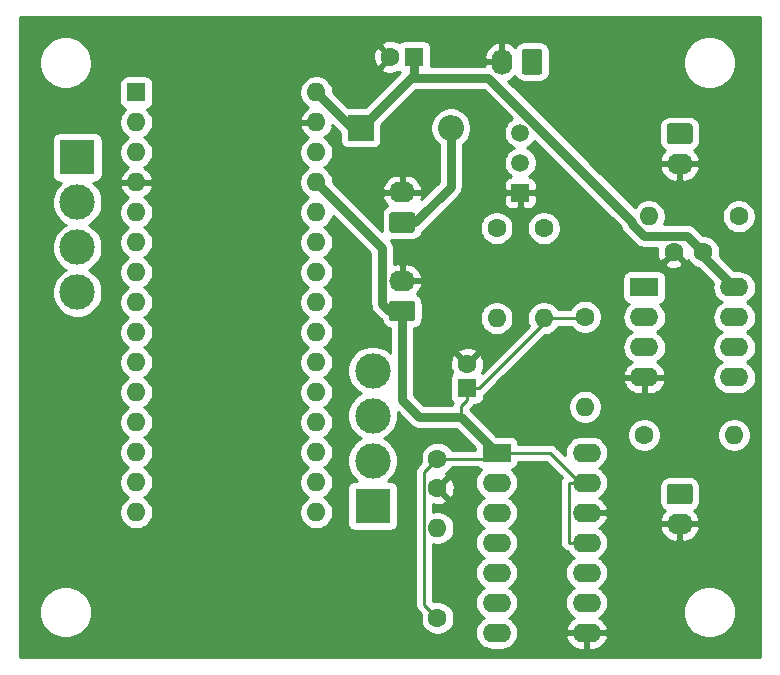
<source format=gbr>
G04 #@! TF.GenerationSoftware,KiCad,Pcbnew,5.1.5-52549c5~84~ubuntu18.04.1*
G04 #@! TF.CreationDate,2020-04-09T18:32:52-04:00*
G04 #@! TF.ProjectId,dacarduino,64616361-7264-4756-996e-6f2e6b696361,rev?*
G04 #@! TF.SameCoordinates,Original*
G04 #@! TF.FileFunction,Copper,L2,Bot*
G04 #@! TF.FilePolarity,Positive*
%FSLAX46Y46*%
G04 Gerber Fmt 4.6, Leading zero omitted, Abs format (unit mm)*
G04 Created by KiCad (PCBNEW 5.1.5-52549c5~84~ubuntu18.04.1) date 2020-04-09 18:32:52*
%MOMM*%
%LPD*%
G04 APERTURE LIST*
%ADD10O,1.600000X1.600000*%
%ADD11R,1.600000X1.600000*%
%ADD12C,1.600000*%
%ADD13C,2.999740*%
%ADD14R,2.999740X2.999740*%
%ADD15O,2.200000X1.740000*%
%ADD16C,0.100000*%
%ADD17O,2.200000X2.200000*%
%ADD18R,2.200000X2.200000*%
%ADD19R,2.400000X1.600000*%
%ADD20O,2.400000X1.600000*%
%ADD21R,1.500000X1.500000*%
%ADD22C,1.500000*%
%ADD23O,1.740000X2.200000*%
%ADD24C,0.750000*%
%ADD25C,0.250000*%
%ADD26C,0.254000*%
G04 APERTURE END LIST*
D10*
X150740000Y-135560000D03*
X135500000Y-135560000D03*
X150740000Y-100000000D03*
X135500000Y-133020000D03*
X150740000Y-102540000D03*
X135500000Y-130480000D03*
X150740000Y-105080000D03*
X135500000Y-127940000D03*
X150740000Y-107620000D03*
X135500000Y-125400000D03*
X150740000Y-110160000D03*
X135500000Y-122860000D03*
X150740000Y-112700000D03*
X135500000Y-120320000D03*
X150740000Y-115240000D03*
X135500000Y-117780000D03*
X150740000Y-117780000D03*
X135500000Y-115240000D03*
X150740000Y-120320000D03*
X135500000Y-112700000D03*
X150740000Y-122860000D03*
X135500000Y-110160000D03*
X150740000Y-125400000D03*
X135500000Y-107620000D03*
X150740000Y-127940000D03*
X135500000Y-105080000D03*
X150740000Y-130480000D03*
X135500000Y-102540000D03*
X150740000Y-133020000D03*
D11*
X135500000Y-100000000D03*
D10*
X161000000Y-136880000D03*
D12*
X161000000Y-144500000D03*
X163500000Y-123000000D03*
D11*
X163500000Y-125000000D03*
D13*
X130500000Y-116930000D03*
X130500000Y-113120000D03*
X130500000Y-109310000D03*
D14*
X130500000Y-105500000D03*
D13*
X155500000Y-123570000D03*
X155500000Y-127380000D03*
X155500000Y-131190000D03*
D14*
X155500000Y-135000000D03*
D15*
X181500000Y-106040000D03*
G04 #@! TA.AperFunction,ComponentPad*
D16*
G36*
X182374505Y-102631204D02*
G01*
X182398773Y-102634804D01*
X182422572Y-102640765D01*
X182445671Y-102649030D01*
X182467850Y-102659520D01*
X182488893Y-102672132D01*
X182508599Y-102686747D01*
X182526777Y-102703223D01*
X182543253Y-102721401D01*
X182557868Y-102741107D01*
X182570480Y-102762150D01*
X182580970Y-102784329D01*
X182589235Y-102807428D01*
X182595196Y-102831227D01*
X182598796Y-102855495D01*
X182600000Y-102879999D01*
X182600000Y-104120001D01*
X182598796Y-104144505D01*
X182595196Y-104168773D01*
X182589235Y-104192572D01*
X182580970Y-104215671D01*
X182570480Y-104237850D01*
X182557868Y-104258893D01*
X182543253Y-104278599D01*
X182526777Y-104296777D01*
X182508599Y-104313253D01*
X182488893Y-104327868D01*
X182467850Y-104340480D01*
X182445671Y-104350970D01*
X182422572Y-104359235D01*
X182398773Y-104365196D01*
X182374505Y-104368796D01*
X182350001Y-104370000D01*
X180649999Y-104370000D01*
X180625495Y-104368796D01*
X180601227Y-104365196D01*
X180577428Y-104359235D01*
X180554329Y-104350970D01*
X180532150Y-104340480D01*
X180511107Y-104327868D01*
X180491401Y-104313253D01*
X180473223Y-104296777D01*
X180456747Y-104278599D01*
X180442132Y-104258893D01*
X180429520Y-104237850D01*
X180419030Y-104215671D01*
X180410765Y-104192572D01*
X180404804Y-104168773D01*
X180401204Y-104144505D01*
X180400000Y-104120001D01*
X180400000Y-102879999D01*
X180401204Y-102855495D01*
X180404804Y-102831227D01*
X180410765Y-102807428D01*
X180419030Y-102784329D01*
X180429520Y-102762150D01*
X180442132Y-102741107D01*
X180456747Y-102721401D01*
X180473223Y-102703223D01*
X180491401Y-102686747D01*
X180511107Y-102672132D01*
X180532150Y-102659520D01*
X180554329Y-102649030D01*
X180577428Y-102640765D01*
X180601227Y-102634804D01*
X180625495Y-102631204D01*
X180649999Y-102630000D01*
X182350001Y-102630000D01*
X182374505Y-102631204D01*
G37*
G04 #@! TD.AperFunction*
D17*
X162120000Y-103000000D03*
D18*
X154500000Y-103000000D03*
D15*
X158000000Y-108460000D03*
G04 #@! TA.AperFunction,ComponentPad*
D16*
G36*
X158874505Y-110131204D02*
G01*
X158898773Y-110134804D01*
X158922572Y-110140765D01*
X158945671Y-110149030D01*
X158967850Y-110159520D01*
X158988893Y-110172132D01*
X159008599Y-110186747D01*
X159026777Y-110203223D01*
X159043253Y-110221401D01*
X159057868Y-110241107D01*
X159070480Y-110262150D01*
X159080970Y-110284329D01*
X159089235Y-110307428D01*
X159095196Y-110331227D01*
X159098796Y-110355495D01*
X159100000Y-110379999D01*
X159100000Y-111620001D01*
X159098796Y-111644505D01*
X159095196Y-111668773D01*
X159089235Y-111692572D01*
X159080970Y-111715671D01*
X159070480Y-111737850D01*
X159057868Y-111758893D01*
X159043253Y-111778599D01*
X159026777Y-111796777D01*
X159008599Y-111813253D01*
X158988893Y-111827868D01*
X158967850Y-111840480D01*
X158945671Y-111850970D01*
X158922572Y-111859235D01*
X158898773Y-111865196D01*
X158874505Y-111868796D01*
X158850001Y-111870000D01*
X157149999Y-111870000D01*
X157125495Y-111868796D01*
X157101227Y-111865196D01*
X157077428Y-111859235D01*
X157054329Y-111850970D01*
X157032150Y-111840480D01*
X157011107Y-111827868D01*
X156991401Y-111813253D01*
X156973223Y-111796777D01*
X156956747Y-111778599D01*
X156942132Y-111758893D01*
X156929520Y-111737850D01*
X156919030Y-111715671D01*
X156910765Y-111692572D01*
X156904804Y-111668773D01*
X156901204Y-111644505D01*
X156900000Y-111620001D01*
X156900000Y-110379999D01*
X156901204Y-110355495D01*
X156904804Y-110331227D01*
X156910765Y-110307428D01*
X156919030Y-110284329D01*
X156929520Y-110262150D01*
X156942132Y-110241107D01*
X156956747Y-110221401D01*
X156973223Y-110203223D01*
X156991401Y-110186747D01*
X157011107Y-110172132D01*
X157032150Y-110159520D01*
X157054329Y-110149030D01*
X157077428Y-110140765D01*
X157101227Y-110134804D01*
X157125495Y-110131204D01*
X157149999Y-110130000D01*
X158850001Y-110130000D01*
X158874505Y-110131204D01*
G37*
G04 #@! TD.AperFunction*
D10*
X173500000Y-126620000D03*
D12*
X173500000Y-119000000D03*
D19*
X178500000Y-116500000D03*
D20*
X186120000Y-124120000D03*
X178500000Y-119040000D03*
X186120000Y-121580000D03*
X178500000Y-121580000D03*
X186120000Y-119040000D03*
X178500000Y-124120000D03*
X186120000Y-116500000D03*
X173620000Y-130500000D03*
X166000000Y-145740000D03*
X173620000Y-133040000D03*
X166000000Y-143200000D03*
X173620000Y-135580000D03*
X166000000Y-140660000D03*
X173620000Y-138120000D03*
X166000000Y-138120000D03*
X173620000Y-140660000D03*
X166000000Y-135580000D03*
X173620000Y-143200000D03*
X166000000Y-133040000D03*
X173620000Y-145740000D03*
D19*
X166000000Y-130500000D03*
D10*
X170000000Y-119120000D03*
D12*
X170000000Y-111500000D03*
D10*
X166000000Y-119120000D03*
D12*
X166000000Y-111500000D03*
X186500000Y-110500000D03*
D10*
X178880000Y-110500000D03*
X186120000Y-129000000D03*
D12*
X178500000Y-129000000D03*
D21*
X168000000Y-108500000D03*
D22*
X168000000Y-103420000D03*
X168000000Y-105960000D03*
D15*
X158000000Y-115960000D03*
G04 #@! TA.AperFunction,ComponentPad*
D16*
G36*
X158874505Y-117631204D02*
G01*
X158898773Y-117634804D01*
X158922572Y-117640765D01*
X158945671Y-117649030D01*
X158967850Y-117659520D01*
X158988893Y-117672132D01*
X159008599Y-117686747D01*
X159026777Y-117703223D01*
X159043253Y-117721401D01*
X159057868Y-117741107D01*
X159070480Y-117762150D01*
X159080970Y-117784329D01*
X159089235Y-117807428D01*
X159095196Y-117831227D01*
X159098796Y-117855495D01*
X159100000Y-117879999D01*
X159100000Y-119120001D01*
X159098796Y-119144505D01*
X159095196Y-119168773D01*
X159089235Y-119192572D01*
X159080970Y-119215671D01*
X159070480Y-119237850D01*
X159057868Y-119258893D01*
X159043253Y-119278599D01*
X159026777Y-119296777D01*
X159008599Y-119313253D01*
X158988893Y-119327868D01*
X158967850Y-119340480D01*
X158945671Y-119350970D01*
X158922572Y-119359235D01*
X158898773Y-119365196D01*
X158874505Y-119368796D01*
X158850001Y-119370000D01*
X157149999Y-119370000D01*
X157125495Y-119368796D01*
X157101227Y-119365196D01*
X157077428Y-119359235D01*
X157054329Y-119350970D01*
X157032150Y-119340480D01*
X157011107Y-119327868D01*
X156991401Y-119313253D01*
X156973223Y-119296777D01*
X156956747Y-119278599D01*
X156942132Y-119258893D01*
X156929520Y-119237850D01*
X156919030Y-119215671D01*
X156910765Y-119192572D01*
X156904804Y-119168773D01*
X156901204Y-119144505D01*
X156900000Y-119120001D01*
X156900000Y-117879999D01*
X156901204Y-117855495D01*
X156904804Y-117831227D01*
X156910765Y-117807428D01*
X156919030Y-117784329D01*
X156929520Y-117762150D01*
X156942132Y-117741107D01*
X156956747Y-117721401D01*
X156973223Y-117703223D01*
X156991401Y-117686747D01*
X157011107Y-117672132D01*
X157032150Y-117659520D01*
X157054329Y-117649030D01*
X157077428Y-117640765D01*
X157101227Y-117634804D01*
X157125495Y-117631204D01*
X157149999Y-117630000D01*
X158850001Y-117630000D01*
X158874505Y-117631204D01*
G37*
G04 #@! TD.AperFunction*
D23*
X166460000Y-97400000D03*
G04 #@! TA.AperFunction,ComponentPad*
D16*
G36*
X169644505Y-96301204D02*
G01*
X169668773Y-96304804D01*
X169692572Y-96310765D01*
X169715671Y-96319030D01*
X169737850Y-96329520D01*
X169758893Y-96342132D01*
X169778599Y-96356747D01*
X169796777Y-96373223D01*
X169813253Y-96391401D01*
X169827868Y-96411107D01*
X169840480Y-96432150D01*
X169850970Y-96454329D01*
X169859235Y-96477428D01*
X169865196Y-96501227D01*
X169868796Y-96525495D01*
X169870000Y-96549999D01*
X169870000Y-98250001D01*
X169868796Y-98274505D01*
X169865196Y-98298773D01*
X169859235Y-98322572D01*
X169850970Y-98345671D01*
X169840480Y-98367850D01*
X169827868Y-98388893D01*
X169813253Y-98408599D01*
X169796777Y-98426777D01*
X169778599Y-98443253D01*
X169758893Y-98457868D01*
X169737850Y-98470480D01*
X169715671Y-98480970D01*
X169692572Y-98489235D01*
X169668773Y-98495196D01*
X169644505Y-98498796D01*
X169620001Y-98500000D01*
X168379999Y-98500000D01*
X168355495Y-98498796D01*
X168331227Y-98495196D01*
X168307428Y-98489235D01*
X168284329Y-98480970D01*
X168262150Y-98470480D01*
X168241107Y-98457868D01*
X168221401Y-98443253D01*
X168203223Y-98426777D01*
X168186747Y-98408599D01*
X168172132Y-98388893D01*
X168159520Y-98367850D01*
X168149030Y-98345671D01*
X168140765Y-98322572D01*
X168134804Y-98298773D01*
X168131204Y-98274505D01*
X168130000Y-98250001D01*
X168130000Y-96549999D01*
X168131204Y-96525495D01*
X168134804Y-96501227D01*
X168140765Y-96477428D01*
X168149030Y-96454329D01*
X168159520Y-96432150D01*
X168172132Y-96411107D01*
X168186747Y-96391401D01*
X168203223Y-96373223D01*
X168221401Y-96356747D01*
X168241107Y-96342132D01*
X168262150Y-96329520D01*
X168284329Y-96319030D01*
X168307428Y-96310765D01*
X168331227Y-96304804D01*
X168355495Y-96301204D01*
X168379999Y-96300000D01*
X169620001Y-96300000D01*
X169644505Y-96301204D01*
G37*
G04 #@! TD.AperFunction*
G04 #@! TA.AperFunction,ComponentPad*
G36*
X182374505Y-133131204D02*
G01*
X182398773Y-133134804D01*
X182422572Y-133140765D01*
X182445671Y-133149030D01*
X182467850Y-133159520D01*
X182488893Y-133172132D01*
X182508599Y-133186747D01*
X182526777Y-133203223D01*
X182543253Y-133221401D01*
X182557868Y-133241107D01*
X182570480Y-133262150D01*
X182580970Y-133284329D01*
X182589235Y-133307428D01*
X182595196Y-133331227D01*
X182598796Y-133355495D01*
X182600000Y-133379999D01*
X182600000Y-134620001D01*
X182598796Y-134644505D01*
X182595196Y-134668773D01*
X182589235Y-134692572D01*
X182580970Y-134715671D01*
X182570480Y-134737850D01*
X182557868Y-134758893D01*
X182543253Y-134778599D01*
X182526777Y-134796777D01*
X182508599Y-134813253D01*
X182488893Y-134827868D01*
X182467850Y-134840480D01*
X182445671Y-134850970D01*
X182422572Y-134859235D01*
X182398773Y-134865196D01*
X182374505Y-134868796D01*
X182350001Y-134870000D01*
X180649999Y-134870000D01*
X180625495Y-134868796D01*
X180601227Y-134865196D01*
X180577428Y-134859235D01*
X180554329Y-134850970D01*
X180532150Y-134840480D01*
X180511107Y-134827868D01*
X180491401Y-134813253D01*
X180473223Y-134796777D01*
X180456747Y-134778599D01*
X180442132Y-134758893D01*
X180429520Y-134737850D01*
X180419030Y-134715671D01*
X180410765Y-134692572D01*
X180404804Y-134668773D01*
X180401204Y-134644505D01*
X180400000Y-134620001D01*
X180400000Y-133379999D01*
X180401204Y-133355495D01*
X180404804Y-133331227D01*
X180410765Y-133307428D01*
X180419030Y-133284329D01*
X180429520Y-133262150D01*
X180442132Y-133241107D01*
X180456747Y-133221401D01*
X180473223Y-133203223D01*
X180491401Y-133186747D01*
X180511107Y-133172132D01*
X180532150Y-133159520D01*
X180554329Y-133149030D01*
X180577428Y-133140765D01*
X180601227Y-133134804D01*
X180625495Y-133131204D01*
X180649999Y-133130000D01*
X182350001Y-133130000D01*
X182374505Y-133131204D01*
G37*
G04 #@! TD.AperFunction*
D15*
X181500000Y-136540000D03*
D12*
X157000000Y-97000000D03*
D11*
X159000000Y-97000000D03*
D12*
X183500000Y-113500000D03*
X181000000Y-113500000D03*
X161000000Y-133500000D03*
X161000000Y-131000000D03*
D24*
X156900000Y-118500000D02*
X158000000Y-118500000D01*
X156324990Y-117924990D02*
X156900000Y-118500000D01*
X156324990Y-113204990D02*
X156324990Y-117924990D01*
X150740000Y-107620000D02*
X156324990Y-113204990D01*
D25*
X172170000Y-138120000D02*
X173620000Y-138120000D01*
X172094990Y-138044990D02*
X172170000Y-138120000D01*
X172094990Y-133115010D02*
X172094990Y-138044990D01*
X172170000Y-133040000D02*
X172094990Y-133115010D01*
X173620000Y-133040000D02*
X172170000Y-133040000D01*
X173040000Y-133040000D02*
X173620000Y-133040000D01*
X166000000Y-130500000D02*
X170500000Y-130500000D01*
X170500000Y-130500000D02*
X173040000Y-133040000D01*
D24*
X159450000Y-127500000D02*
X163000000Y-127500000D01*
X158000000Y-126050000D02*
X159450000Y-127500000D01*
X158000000Y-118500000D02*
X158000000Y-126050000D01*
X163000000Y-127500000D02*
X166000000Y-130500000D01*
D25*
X165500000Y-131000000D02*
X166000000Y-130500000D01*
X161000000Y-131000000D02*
X165500000Y-131000000D01*
X173380000Y-119120000D02*
X173500000Y-119000000D01*
X170000000Y-119120000D02*
X173380000Y-119120000D01*
X163000000Y-126550000D02*
X163000000Y-127500000D01*
X163500000Y-126050000D02*
X163000000Y-126550000D01*
X163500000Y-125000000D02*
X163500000Y-126050000D01*
X164550000Y-125000000D02*
X170000000Y-119550000D01*
X170000000Y-119550000D02*
X170000000Y-119120000D01*
X163500000Y-125000000D02*
X164550000Y-125000000D01*
X159874999Y-132125001D02*
X160200001Y-131799999D01*
X160200001Y-131799999D02*
X161000000Y-131000000D01*
X159874999Y-143374999D02*
X159874999Y-132125001D01*
X161000000Y-144500000D02*
X159874999Y-143374999D01*
D24*
X153740000Y-103000000D02*
X150740000Y-100000000D01*
X154500000Y-103000000D02*
X153740000Y-103000000D01*
X154550000Y-103000000D02*
X154500000Y-103000000D01*
X159000000Y-97000000D02*
X159000000Y-98550000D01*
X182124999Y-112124999D02*
X183500000Y-113500000D01*
X178469997Y-112124999D02*
X182124999Y-112124999D01*
X177504999Y-111160001D02*
X178469997Y-112124999D01*
X177504999Y-110963997D02*
X177504999Y-111160001D01*
X165316002Y-98775000D02*
X177504999Y-110963997D01*
X158775000Y-98775000D02*
X165316002Y-98775000D01*
X159000000Y-98550000D02*
X158775000Y-98775000D01*
X158775000Y-98775000D02*
X154550000Y-103000000D01*
X183500000Y-113880000D02*
X186120000Y-116500000D01*
X183500000Y-113500000D02*
X183500000Y-113880000D01*
X162120000Y-107980000D02*
X162120000Y-103000000D01*
X159100000Y-111000000D02*
X162120000Y-107980000D01*
X158000000Y-111000000D02*
X159100000Y-111000000D01*
D26*
G36*
X188340001Y-147840000D02*
G01*
X125660000Y-147840000D01*
X125660000Y-143779872D01*
X127265000Y-143779872D01*
X127265000Y-144220128D01*
X127350890Y-144651925D01*
X127519369Y-145058669D01*
X127763962Y-145424729D01*
X128075271Y-145736038D01*
X128441331Y-145980631D01*
X128848075Y-146149110D01*
X129279872Y-146235000D01*
X129720128Y-146235000D01*
X130151925Y-146149110D01*
X130558669Y-145980631D01*
X130924729Y-145736038D01*
X131236038Y-145424729D01*
X131480631Y-145058669D01*
X131649110Y-144651925D01*
X131735000Y-144220128D01*
X131735000Y-143779872D01*
X131649110Y-143348075D01*
X131480631Y-142941331D01*
X131236038Y-142575271D01*
X130924729Y-142263962D01*
X130558669Y-142019369D01*
X130151925Y-141850890D01*
X129720128Y-141765000D01*
X129279872Y-141765000D01*
X128848075Y-141850890D01*
X128441331Y-142019369D01*
X128075271Y-142263962D01*
X127763962Y-142575271D01*
X127519369Y-142941331D01*
X127350890Y-143348075D01*
X127265000Y-143779872D01*
X125660000Y-143779872D01*
X125660000Y-104000130D01*
X128362058Y-104000130D01*
X128362058Y-106999870D01*
X128374318Y-107124352D01*
X128410628Y-107244050D01*
X128469593Y-107354364D01*
X128548945Y-107451055D01*
X128645636Y-107530407D01*
X128755950Y-107589372D01*
X128875648Y-107625682D01*
X129000130Y-107637942D01*
X129159747Y-107637942D01*
X129139100Y-107651738D01*
X128841738Y-107949100D01*
X128608103Y-108298760D01*
X128447172Y-108687281D01*
X128365130Y-109099734D01*
X128365130Y-109520266D01*
X128447172Y-109932719D01*
X128608103Y-110321240D01*
X128841738Y-110670900D01*
X129139100Y-110968262D01*
X129488760Y-111201897D01*
X129520393Y-111215000D01*
X129488760Y-111228103D01*
X129139100Y-111461738D01*
X128841738Y-111759100D01*
X128608103Y-112108760D01*
X128447172Y-112497281D01*
X128365130Y-112909734D01*
X128365130Y-113330266D01*
X128447172Y-113742719D01*
X128608103Y-114131240D01*
X128841738Y-114480900D01*
X129139100Y-114778262D01*
X129488760Y-115011897D01*
X129520393Y-115025000D01*
X129488760Y-115038103D01*
X129139100Y-115271738D01*
X128841738Y-115569100D01*
X128608103Y-115918760D01*
X128447172Y-116307281D01*
X128365130Y-116719734D01*
X128365130Y-117140266D01*
X128447172Y-117552719D01*
X128608103Y-117941240D01*
X128841738Y-118290900D01*
X129139100Y-118588262D01*
X129488760Y-118821897D01*
X129877281Y-118982828D01*
X130289734Y-119064870D01*
X130710266Y-119064870D01*
X131122719Y-118982828D01*
X131511240Y-118821897D01*
X131860900Y-118588262D01*
X132158262Y-118290900D01*
X132391897Y-117941240D01*
X132552828Y-117552719D01*
X132634870Y-117140266D01*
X132634870Y-116719734D01*
X132552828Y-116307281D01*
X132391897Y-115918760D01*
X132158262Y-115569100D01*
X131860900Y-115271738D01*
X131511240Y-115038103D01*
X131479607Y-115025000D01*
X131511240Y-115011897D01*
X131860900Y-114778262D01*
X132158262Y-114480900D01*
X132391897Y-114131240D01*
X132552828Y-113742719D01*
X132634870Y-113330266D01*
X132634870Y-112909734D01*
X132552828Y-112497281D01*
X132391897Y-112108760D01*
X132158262Y-111759100D01*
X131860900Y-111461738D01*
X131511240Y-111228103D01*
X131479607Y-111215000D01*
X131511240Y-111201897D01*
X131860900Y-110968262D01*
X132158262Y-110670900D01*
X132391897Y-110321240D01*
X132517227Y-110018665D01*
X134065000Y-110018665D01*
X134065000Y-110301335D01*
X134120147Y-110578574D01*
X134228320Y-110839727D01*
X134385363Y-111074759D01*
X134585241Y-111274637D01*
X134817759Y-111430000D01*
X134585241Y-111585363D01*
X134385363Y-111785241D01*
X134228320Y-112020273D01*
X134120147Y-112281426D01*
X134065000Y-112558665D01*
X134065000Y-112841335D01*
X134120147Y-113118574D01*
X134228320Y-113379727D01*
X134385363Y-113614759D01*
X134585241Y-113814637D01*
X134817759Y-113970000D01*
X134585241Y-114125363D01*
X134385363Y-114325241D01*
X134228320Y-114560273D01*
X134120147Y-114821426D01*
X134065000Y-115098665D01*
X134065000Y-115381335D01*
X134120147Y-115658574D01*
X134228320Y-115919727D01*
X134385363Y-116154759D01*
X134585241Y-116354637D01*
X134817759Y-116510000D01*
X134585241Y-116665363D01*
X134385363Y-116865241D01*
X134228320Y-117100273D01*
X134120147Y-117361426D01*
X134065000Y-117638665D01*
X134065000Y-117921335D01*
X134120147Y-118198574D01*
X134228320Y-118459727D01*
X134385363Y-118694759D01*
X134585241Y-118894637D01*
X134817759Y-119050000D01*
X134585241Y-119205363D01*
X134385363Y-119405241D01*
X134228320Y-119640273D01*
X134120147Y-119901426D01*
X134065000Y-120178665D01*
X134065000Y-120461335D01*
X134120147Y-120738574D01*
X134228320Y-120999727D01*
X134385363Y-121234759D01*
X134585241Y-121434637D01*
X134817759Y-121590000D01*
X134585241Y-121745363D01*
X134385363Y-121945241D01*
X134228320Y-122180273D01*
X134120147Y-122441426D01*
X134065000Y-122718665D01*
X134065000Y-123001335D01*
X134120147Y-123278574D01*
X134228320Y-123539727D01*
X134385363Y-123774759D01*
X134585241Y-123974637D01*
X134817759Y-124130000D01*
X134585241Y-124285363D01*
X134385363Y-124485241D01*
X134228320Y-124720273D01*
X134120147Y-124981426D01*
X134065000Y-125258665D01*
X134065000Y-125541335D01*
X134120147Y-125818574D01*
X134228320Y-126079727D01*
X134385363Y-126314759D01*
X134585241Y-126514637D01*
X134817759Y-126670000D01*
X134585241Y-126825363D01*
X134385363Y-127025241D01*
X134228320Y-127260273D01*
X134120147Y-127521426D01*
X134065000Y-127798665D01*
X134065000Y-128081335D01*
X134120147Y-128358574D01*
X134228320Y-128619727D01*
X134385363Y-128854759D01*
X134585241Y-129054637D01*
X134817759Y-129210000D01*
X134585241Y-129365363D01*
X134385363Y-129565241D01*
X134228320Y-129800273D01*
X134120147Y-130061426D01*
X134065000Y-130338665D01*
X134065000Y-130621335D01*
X134120147Y-130898574D01*
X134228320Y-131159727D01*
X134385363Y-131394759D01*
X134585241Y-131594637D01*
X134817759Y-131750000D01*
X134585241Y-131905363D01*
X134385363Y-132105241D01*
X134228320Y-132340273D01*
X134120147Y-132601426D01*
X134065000Y-132878665D01*
X134065000Y-133161335D01*
X134120147Y-133438574D01*
X134228320Y-133699727D01*
X134385363Y-133934759D01*
X134585241Y-134134637D01*
X134817759Y-134290000D01*
X134585241Y-134445363D01*
X134385363Y-134645241D01*
X134228320Y-134880273D01*
X134120147Y-135141426D01*
X134065000Y-135418665D01*
X134065000Y-135701335D01*
X134120147Y-135978574D01*
X134228320Y-136239727D01*
X134385363Y-136474759D01*
X134585241Y-136674637D01*
X134820273Y-136831680D01*
X135081426Y-136939853D01*
X135358665Y-136995000D01*
X135641335Y-136995000D01*
X135918574Y-136939853D01*
X136179727Y-136831680D01*
X136414759Y-136674637D01*
X136614637Y-136474759D01*
X136771680Y-136239727D01*
X136879853Y-135978574D01*
X136935000Y-135701335D01*
X136935000Y-135418665D01*
X136879853Y-135141426D01*
X136771680Y-134880273D01*
X136614637Y-134645241D01*
X136414759Y-134445363D01*
X136182241Y-134290000D01*
X136414759Y-134134637D01*
X136614637Y-133934759D01*
X136771680Y-133699727D01*
X136879853Y-133438574D01*
X136935000Y-133161335D01*
X136935000Y-132878665D01*
X136879853Y-132601426D01*
X136771680Y-132340273D01*
X136614637Y-132105241D01*
X136414759Y-131905363D01*
X136182241Y-131750000D01*
X136414759Y-131594637D01*
X136614637Y-131394759D01*
X136771680Y-131159727D01*
X136879853Y-130898574D01*
X136935000Y-130621335D01*
X136935000Y-130338665D01*
X136879853Y-130061426D01*
X136771680Y-129800273D01*
X136614637Y-129565241D01*
X136414759Y-129365363D01*
X136182241Y-129210000D01*
X136414759Y-129054637D01*
X136614637Y-128854759D01*
X136771680Y-128619727D01*
X136879853Y-128358574D01*
X136935000Y-128081335D01*
X136935000Y-127798665D01*
X136879853Y-127521426D01*
X136771680Y-127260273D01*
X136614637Y-127025241D01*
X136414759Y-126825363D01*
X136182241Y-126670000D01*
X136414759Y-126514637D01*
X136614637Y-126314759D01*
X136771680Y-126079727D01*
X136879853Y-125818574D01*
X136935000Y-125541335D01*
X136935000Y-125258665D01*
X136879853Y-124981426D01*
X136771680Y-124720273D01*
X136614637Y-124485241D01*
X136414759Y-124285363D01*
X136182241Y-124130000D01*
X136414759Y-123974637D01*
X136614637Y-123774759D01*
X136771680Y-123539727D01*
X136879853Y-123278574D01*
X136935000Y-123001335D01*
X136935000Y-122718665D01*
X136879853Y-122441426D01*
X136771680Y-122180273D01*
X136614637Y-121945241D01*
X136414759Y-121745363D01*
X136182241Y-121590000D01*
X136414759Y-121434637D01*
X136614637Y-121234759D01*
X136771680Y-120999727D01*
X136879853Y-120738574D01*
X136935000Y-120461335D01*
X136935000Y-120178665D01*
X136879853Y-119901426D01*
X136771680Y-119640273D01*
X136614637Y-119405241D01*
X136414759Y-119205363D01*
X136182241Y-119050000D01*
X136414759Y-118894637D01*
X136614637Y-118694759D01*
X136771680Y-118459727D01*
X136879853Y-118198574D01*
X136935000Y-117921335D01*
X136935000Y-117638665D01*
X136879853Y-117361426D01*
X136771680Y-117100273D01*
X136614637Y-116865241D01*
X136414759Y-116665363D01*
X136182241Y-116510000D01*
X136414759Y-116354637D01*
X136614637Y-116154759D01*
X136771680Y-115919727D01*
X136879853Y-115658574D01*
X136935000Y-115381335D01*
X136935000Y-115098665D01*
X136879853Y-114821426D01*
X136771680Y-114560273D01*
X136614637Y-114325241D01*
X136414759Y-114125363D01*
X136182241Y-113970000D01*
X136414759Y-113814637D01*
X136614637Y-113614759D01*
X136771680Y-113379727D01*
X136879853Y-113118574D01*
X136935000Y-112841335D01*
X136935000Y-112558665D01*
X136879853Y-112281426D01*
X136771680Y-112020273D01*
X136614637Y-111785241D01*
X136414759Y-111585363D01*
X136182241Y-111430000D01*
X136414759Y-111274637D01*
X136614637Y-111074759D01*
X136771680Y-110839727D01*
X136879853Y-110578574D01*
X136935000Y-110301335D01*
X136935000Y-110018665D01*
X136879853Y-109741426D01*
X136771680Y-109480273D01*
X136614637Y-109245241D01*
X136414759Y-109045363D01*
X136179727Y-108888320D01*
X136169135Y-108883933D01*
X136355131Y-108772385D01*
X136563519Y-108583414D01*
X136731037Y-108357420D01*
X136851246Y-108103087D01*
X136891904Y-107969039D01*
X136769915Y-107747000D01*
X135627000Y-107747000D01*
X135627000Y-107767000D01*
X135373000Y-107767000D01*
X135373000Y-107747000D01*
X134230085Y-107747000D01*
X134108096Y-107969039D01*
X134148754Y-108103087D01*
X134268963Y-108357420D01*
X134436481Y-108583414D01*
X134644869Y-108772385D01*
X134830865Y-108883933D01*
X134820273Y-108888320D01*
X134585241Y-109045363D01*
X134385363Y-109245241D01*
X134228320Y-109480273D01*
X134120147Y-109741426D01*
X134065000Y-110018665D01*
X132517227Y-110018665D01*
X132552828Y-109932719D01*
X132634870Y-109520266D01*
X132634870Y-109099734D01*
X132552828Y-108687281D01*
X132391897Y-108298760D01*
X132158262Y-107949100D01*
X131860900Y-107651738D01*
X131840253Y-107637942D01*
X131999870Y-107637942D01*
X132124352Y-107625682D01*
X132244050Y-107589372D01*
X132354364Y-107530407D01*
X132451055Y-107451055D01*
X132530407Y-107354364D01*
X132589372Y-107244050D01*
X132625682Y-107124352D01*
X132637942Y-106999870D01*
X132637942Y-104000130D01*
X132625682Y-103875648D01*
X132589372Y-103755950D01*
X132530407Y-103645636D01*
X132451055Y-103548945D01*
X132354364Y-103469593D01*
X132244050Y-103410628D01*
X132124352Y-103374318D01*
X131999870Y-103362058D01*
X129000130Y-103362058D01*
X128875648Y-103374318D01*
X128755950Y-103410628D01*
X128645636Y-103469593D01*
X128548945Y-103548945D01*
X128469593Y-103645636D01*
X128410628Y-103755950D01*
X128374318Y-103875648D01*
X128362058Y-104000130D01*
X125660000Y-104000130D01*
X125660000Y-97279872D01*
X127265000Y-97279872D01*
X127265000Y-97720128D01*
X127350890Y-98151925D01*
X127519369Y-98558669D01*
X127763962Y-98924729D01*
X128075271Y-99236038D01*
X128441331Y-99480631D01*
X128848075Y-99649110D01*
X129279872Y-99735000D01*
X129720128Y-99735000D01*
X130151925Y-99649110D01*
X130558669Y-99480631D01*
X130924729Y-99236038D01*
X130960767Y-99200000D01*
X134061928Y-99200000D01*
X134061928Y-100800000D01*
X134074188Y-100924482D01*
X134110498Y-101044180D01*
X134169463Y-101154494D01*
X134248815Y-101251185D01*
X134345506Y-101330537D01*
X134455820Y-101389502D01*
X134575518Y-101425812D01*
X134583961Y-101426643D01*
X134385363Y-101625241D01*
X134228320Y-101860273D01*
X134120147Y-102121426D01*
X134065000Y-102398665D01*
X134065000Y-102681335D01*
X134120147Y-102958574D01*
X134228320Y-103219727D01*
X134385363Y-103454759D01*
X134585241Y-103654637D01*
X134817759Y-103810000D01*
X134585241Y-103965363D01*
X134385363Y-104165241D01*
X134228320Y-104400273D01*
X134120147Y-104661426D01*
X134065000Y-104938665D01*
X134065000Y-105221335D01*
X134120147Y-105498574D01*
X134228320Y-105759727D01*
X134385363Y-105994759D01*
X134585241Y-106194637D01*
X134820273Y-106351680D01*
X134830865Y-106356067D01*
X134644869Y-106467615D01*
X134436481Y-106656586D01*
X134268963Y-106882580D01*
X134148754Y-107136913D01*
X134108096Y-107270961D01*
X134230085Y-107493000D01*
X135373000Y-107493000D01*
X135373000Y-107473000D01*
X135627000Y-107473000D01*
X135627000Y-107493000D01*
X136769915Y-107493000D01*
X136891904Y-107270961D01*
X136851246Y-107136913D01*
X136731037Y-106882580D01*
X136563519Y-106656586D01*
X136355131Y-106467615D01*
X136169135Y-106356067D01*
X136179727Y-106351680D01*
X136414759Y-106194637D01*
X136614637Y-105994759D01*
X136771680Y-105759727D01*
X136879853Y-105498574D01*
X136935000Y-105221335D01*
X136935000Y-104938665D01*
X136879853Y-104661426D01*
X136771680Y-104400273D01*
X136614637Y-104165241D01*
X136414759Y-103965363D01*
X136182241Y-103810000D01*
X136414759Y-103654637D01*
X136614637Y-103454759D01*
X136771680Y-103219727D01*
X136879853Y-102958574D01*
X136935000Y-102681335D01*
X136935000Y-102398665D01*
X136879853Y-102121426D01*
X136771680Y-101860273D01*
X136614637Y-101625241D01*
X136416039Y-101426643D01*
X136424482Y-101425812D01*
X136544180Y-101389502D01*
X136654494Y-101330537D01*
X136751185Y-101251185D01*
X136830537Y-101154494D01*
X136889502Y-101044180D01*
X136925812Y-100924482D01*
X136938072Y-100800000D01*
X136938072Y-99858665D01*
X149305000Y-99858665D01*
X149305000Y-100141335D01*
X149360147Y-100418574D01*
X149468320Y-100679727D01*
X149625363Y-100914759D01*
X149825241Y-101114637D01*
X150060273Y-101271680D01*
X150070865Y-101276067D01*
X149884869Y-101387615D01*
X149676481Y-101576586D01*
X149508963Y-101802580D01*
X149388754Y-102056913D01*
X149348096Y-102190961D01*
X149470085Y-102413000D01*
X150613000Y-102413000D01*
X150613000Y-102393000D01*
X150867000Y-102393000D01*
X150867000Y-102413000D01*
X150887000Y-102413000D01*
X150887000Y-102667000D01*
X150867000Y-102667000D01*
X150867000Y-102687000D01*
X150613000Y-102687000D01*
X150613000Y-102667000D01*
X149470085Y-102667000D01*
X149348096Y-102889039D01*
X149388754Y-103023087D01*
X149508963Y-103277420D01*
X149676481Y-103503414D01*
X149884869Y-103692385D01*
X150070865Y-103803933D01*
X150060273Y-103808320D01*
X149825241Y-103965363D01*
X149625363Y-104165241D01*
X149468320Y-104400273D01*
X149360147Y-104661426D01*
X149305000Y-104938665D01*
X149305000Y-105221335D01*
X149360147Y-105498574D01*
X149468320Y-105759727D01*
X149625363Y-105994759D01*
X149825241Y-106194637D01*
X150057759Y-106350000D01*
X149825241Y-106505363D01*
X149625363Y-106705241D01*
X149468320Y-106940273D01*
X149360147Y-107201426D01*
X149305000Y-107478665D01*
X149305000Y-107761335D01*
X149360147Y-108038574D01*
X149468320Y-108299727D01*
X149625363Y-108534759D01*
X149825241Y-108734637D01*
X150057759Y-108890000D01*
X149825241Y-109045363D01*
X149625363Y-109245241D01*
X149468320Y-109480273D01*
X149360147Y-109741426D01*
X149305000Y-110018665D01*
X149305000Y-110301335D01*
X149360147Y-110578574D01*
X149468320Y-110839727D01*
X149625363Y-111074759D01*
X149825241Y-111274637D01*
X150057759Y-111430000D01*
X149825241Y-111585363D01*
X149625363Y-111785241D01*
X149468320Y-112020273D01*
X149360147Y-112281426D01*
X149305000Y-112558665D01*
X149305000Y-112841335D01*
X149360147Y-113118574D01*
X149468320Y-113379727D01*
X149625363Y-113614759D01*
X149825241Y-113814637D01*
X150057759Y-113970000D01*
X149825241Y-114125363D01*
X149625363Y-114325241D01*
X149468320Y-114560273D01*
X149360147Y-114821426D01*
X149305000Y-115098665D01*
X149305000Y-115381335D01*
X149360147Y-115658574D01*
X149468320Y-115919727D01*
X149625363Y-116154759D01*
X149825241Y-116354637D01*
X150057759Y-116510000D01*
X149825241Y-116665363D01*
X149625363Y-116865241D01*
X149468320Y-117100273D01*
X149360147Y-117361426D01*
X149305000Y-117638665D01*
X149305000Y-117921335D01*
X149360147Y-118198574D01*
X149468320Y-118459727D01*
X149625363Y-118694759D01*
X149825241Y-118894637D01*
X150057759Y-119050000D01*
X149825241Y-119205363D01*
X149625363Y-119405241D01*
X149468320Y-119640273D01*
X149360147Y-119901426D01*
X149305000Y-120178665D01*
X149305000Y-120461335D01*
X149360147Y-120738574D01*
X149468320Y-120999727D01*
X149625363Y-121234759D01*
X149825241Y-121434637D01*
X150057759Y-121590000D01*
X149825241Y-121745363D01*
X149625363Y-121945241D01*
X149468320Y-122180273D01*
X149360147Y-122441426D01*
X149305000Y-122718665D01*
X149305000Y-123001335D01*
X149360147Y-123278574D01*
X149468320Y-123539727D01*
X149625363Y-123774759D01*
X149825241Y-123974637D01*
X150057759Y-124130000D01*
X149825241Y-124285363D01*
X149625363Y-124485241D01*
X149468320Y-124720273D01*
X149360147Y-124981426D01*
X149305000Y-125258665D01*
X149305000Y-125541335D01*
X149360147Y-125818574D01*
X149468320Y-126079727D01*
X149625363Y-126314759D01*
X149825241Y-126514637D01*
X150057759Y-126670000D01*
X149825241Y-126825363D01*
X149625363Y-127025241D01*
X149468320Y-127260273D01*
X149360147Y-127521426D01*
X149305000Y-127798665D01*
X149305000Y-128081335D01*
X149360147Y-128358574D01*
X149468320Y-128619727D01*
X149625363Y-128854759D01*
X149825241Y-129054637D01*
X150057759Y-129210000D01*
X149825241Y-129365363D01*
X149625363Y-129565241D01*
X149468320Y-129800273D01*
X149360147Y-130061426D01*
X149305000Y-130338665D01*
X149305000Y-130621335D01*
X149360147Y-130898574D01*
X149468320Y-131159727D01*
X149625363Y-131394759D01*
X149825241Y-131594637D01*
X150057759Y-131750000D01*
X149825241Y-131905363D01*
X149625363Y-132105241D01*
X149468320Y-132340273D01*
X149360147Y-132601426D01*
X149305000Y-132878665D01*
X149305000Y-133161335D01*
X149360147Y-133438574D01*
X149468320Y-133699727D01*
X149625363Y-133934759D01*
X149825241Y-134134637D01*
X150057759Y-134290000D01*
X149825241Y-134445363D01*
X149625363Y-134645241D01*
X149468320Y-134880273D01*
X149360147Y-135141426D01*
X149305000Y-135418665D01*
X149305000Y-135701335D01*
X149360147Y-135978574D01*
X149468320Y-136239727D01*
X149625363Y-136474759D01*
X149825241Y-136674637D01*
X150060273Y-136831680D01*
X150321426Y-136939853D01*
X150598665Y-136995000D01*
X150881335Y-136995000D01*
X151158574Y-136939853D01*
X151419727Y-136831680D01*
X151654759Y-136674637D01*
X151854637Y-136474759D01*
X152011680Y-136239727D01*
X152119853Y-135978574D01*
X152175000Y-135701335D01*
X152175000Y-135418665D01*
X152119853Y-135141426D01*
X152011680Y-134880273D01*
X151854637Y-134645241D01*
X151654759Y-134445363D01*
X151422241Y-134290000D01*
X151654759Y-134134637D01*
X151854637Y-133934759D01*
X152011680Y-133699727D01*
X152119853Y-133438574D01*
X152175000Y-133161335D01*
X152175000Y-132878665D01*
X152119853Y-132601426D01*
X152011680Y-132340273D01*
X151854637Y-132105241D01*
X151654759Y-131905363D01*
X151422241Y-131750000D01*
X151654759Y-131594637D01*
X151854637Y-131394759D01*
X152011680Y-131159727D01*
X152119853Y-130898574D01*
X152175000Y-130621335D01*
X152175000Y-130338665D01*
X152119853Y-130061426D01*
X152011680Y-129800273D01*
X151854637Y-129565241D01*
X151654759Y-129365363D01*
X151422241Y-129210000D01*
X151654759Y-129054637D01*
X151854637Y-128854759D01*
X152011680Y-128619727D01*
X152119853Y-128358574D01*
X152175000Y-128081335D01*
X152175000Y-127798665D01*
X152119853Y-127521426D01*
X152011680Y-127260273D01*
X151854637Y-127025241D01*
X151654759Y-126825363D01*
X151422241Y-126670000D01*
X151654759Y-126514637D01*
X151854637Y-126314759D01*
X152011680Y-126079727D01*
X152119853Y-125818574D01*
X152175000Y-125541335D01*
X152175000Y-125258665D01*
X152119853Y-124981426D01*
X152011680Y-124720273D01*
X151854637Y-124485241D01*
X151654759Y-124285363D01*
X151422241Y-124130000D01*
X151654759Y-123974637D01*
X151854637Y-123774759D01*
X152011680Y-123539727D01*
X152119853Y-123278574D01*
X152175000Y-123001335D01*
X152175000Y-122718665D01*
X152119853Y-122441426D01*
X152011680Y-122180273D01*
X151854637Y-121945241D01*
X151654759Y-121745363D01*
X151422241Y-121590000D01*
X151654759Y-121434637D01*
X151854637Y-121234759D01*
X152011680Y-120999727D01*
X152119853Y-120738574D01*
X152175000Y-120461335D01*
X152175000Y-120178665D01*
X152119853Y-119901426D01*
X152011680Y-119640273D01*
X151854637Y-119405241D01*
X151654759Y-119205363D01*
X151422241Y-119050000D01*
X151654759Y-118894637D01*
X151854637Y-118694759D01*
X152011680Y-118459727D01*
X152119853Y-118198574D01*
X152175000Y-117921335D01*
X152175000Y-117638665D01*
X152119853Y-117361426D01*
X152011680Y-117100273D01*
X151854637Y-116865241D01*
X151654759Y-116665363D01*
X151422241Y-116510000D01*
X151654759Y-116354637D01*
X151854637Y-116154759D01*
X152011680Y-115919727D01*
X152119853Y-115658574D01*
X152175000Y-115381335D01*
X152175000Y-115098665D01*
X152119853Y-114821426D01*
X152011680Y-114560273D01*
X151854637Y-114325241D01*
X151654759Y-114125363D01*
X151422241Y-113970000D01*
X151654759Y-113814637D01*
X151854637Y-113614759D01*
X152011680Y-113379727D01*
X152119853Y-113118574D01*
X152175000Y-112841335D01*
X152175000Y-112558665D01*
X152119853Y-112281426D01*
X152011680Y-112020273D01*
X151854637Y-111785241D01*
X151654759Y-111585363D01*
X151422241Y-111430000D01*
X151654759Y-111274637D01*
X151854637Y-111074759D01*
X152011680Y-110839727D01*
X152119853Y-110578574D01*
X152144801Y-110453156D01*
X155314990Y-113623346D01*
X155314991Y-117875372D01*
X155310104Y-117924990D01*
X155329605Y-118122984D01*
X155387358Y-118313369D01*
X155479111Y-118485026D01*
X155481144Y-118488830D01*
X155607358Y-118642623D01*
X155645891Y-118674246D01*
X156150739Y-119179094D01*
X156182367Y-119217633D01*
X156280477Y-119298149D01*
X156329528Y-119459851D01*
X156411595Y-119613387D01*
X156522038Y-119747962D01*
X156656613Y-119858405D01*
X156810149Y-119940472D01*
X156976745Y-119991008D01*
X156990000Y-119992314D01*
X156990000Y-122040838D01*
X156860900Y-121911738D01*
X156511240Y-121678103D01*
X156122719Y-121517172D01*
X155710266Y-121435130D01*
X155289734Y-121435130D01*
X154877281Y-121517172D01*
X154488760Y-121678103D01*
X154139100Y-121911738D01*
X153841738Y-122209100D01*
X153608103Y-122558760D01*
X153447172Y-122947281D01*
X153365130Y-123359734D01*
X153365130Y-123780266D01*
X153447172Y-124192719D01*
X153608103Y-124581240D01*
X153841738Y-124930900D01*
X154139100Y-125228262D01*
X154488760Y-125461897D01*
X154520393Y-125475000D01*
X154488760Y-125488103D01*
X154139100Y-125721738D01*
X153841738Y-126019100D01*
X153608103Y-126368760D01*
X153447172Y-126757281D01*
X153365130Y-127169734D01*
X153365130Y-127590266D01*
X153447172Y-128002719D01*
X153608103Y-128391240D01*
X153841738Y-128740900D01*
X154139100Y-129038262D01*
X154488760Y-129271897D01*
X154520393Y-129285000D01*
X154488760Y-129298103D01*
X154139100Y-129531738D01*
X153841738Y-129829100D01*
X153608103Y-130178760D01*
X153447172Y-130567281D01*
X153365130Y-130979734D01*
X153365130Y-131400266D01*
X153447172Y-131812719D01*
X153608103Y-132201240D01*
X153841738Y-132550900D01*
X154139100Y-132848262D01*
X154159747Y-132862058D01*
X154000130Y-132862058D01*
X153875648Y-132874318D01*
X153755950Y-132910628D01*
X153645636Y-132969593D01*
X153548945Y-133048945D01*
X153469593Y-133145636D01*
X153410628Y-133255950D01*
X153374318Y-133375648D01*
X153362058Y-133500130D01*
X153362058Y-136499870D01*
X153374318Y-136624352D01*
X153410628Y-136744050D01*
X153469593Y-136854364D01*
X153548945Y-136951055D01*
X153645636Y-137030407D01*
X153755950Y-137089372D01*
X153875648Y-137125682D01*
X154000130Y-137137942D01*
X156999870Y-137137942D01*
X157124352Y-137125682D01*
X157244050Y-137089372D01*
X157354364Y-137030407D01*
X157451055Y-136951055D01*
X157530407Y-136854364D01*
X157589372Y-136744050D01*
X157625682Y-136624352D01*
X157637942Y-136499870D01*
X157637942Y-133500130D01*
X157625682Y-133375648D01*
X157589372Y-133255950D01*
X157530407Y-133145636D01*
X157451055Y-133048945D01*
X157354364Y-132969593D01*
X157244050Y-132910628D01*
X157124352Y-132874318D01*
X156999870Y-132862058D01*
X156840253Y-132862058D01*
X156860900Y-132848262D01*
X157158262Y-132550900D01*
X157391897Y-132201240D01*
X157552828Y-131812719D01*
X157634870Y-131400266D01*
X157634870Y-130979734D01*
X157552828Y-130567281D01*
X157391897Y-130178760D01*
X157158262Y-129829100D01*
X156860900Y-129531738D01*
X156511240Y-129298103D01*
X156479607Y-129285000D01*
X156511240Y-129271897D01*
X156860900Y-129038262D01*
X157158262Y-128740900D01*
X157391897Y-128391240D01*
X157552828Y-128002719D01*
X157634870Y-127590266D01*
X157634870Y-127169734D01*
X157620839Y-127099194D01*
X158700743Y-128179099D01*
X158732367Y-128217633D01*
X158886160Y-128343847D01*
X159061620Y-128437632D01*
X159252005Y-128495385D01*
X159450000Y-128514886D01*
X159499608Y-128510000D01*
X162581645Y-128510000D01*
X164161928Y-130090284D01*
X164161928Y-130240000D01*
X162218043Y-130240000D01*
X162114637Y-130085241D01*
X161914759Y-129885363D01*
X161679727Y-129728320D01*
X161418574Y-129620147D01*
X161141335Y-129565000D01*
X160858665Y-129565000D01*
X160581426Y-129620147D01*
X160320273Y-129728320D01*
X160085241Y-129885363D01*
X159885363Y-130085241D01*
X159728320Y-130320273D01*
X159620147Y-130581426D01*
X159565000Y-130858665D01*
X159565000Y-131141335D01*
X159601312Y-131323887D01*
X159363997Y-131561202D01*
X159334999Y-131585000D01*
X159311201Y-131613998D01*
X159311200Y-131613999D01*
X159240025Y-131700725D01*
X159169453Y-131832755D01*
X159144737Y-131914236D01*
X159125997Y-131976015D01*
X159116376Y-132073700D01*
X159111323Y-132125001D01*
X159115000Y-132162333D01*
X159114999Y-143337677D01*
X159111323Y-143374999D01*
X159114999Y-143412321D01*
X159114999Y-143412331D01*
X159125996Y-143523984D01*
X159144578Y-143585241D01*
X159169453Y-143667245D01*
X159240025Y-143799275D01*
X159257258Y-143820273D01*
X159334998Y-143915000D01*
X159364001Y-143938803D01*
X159601312Y-144176113D01*
X159565000Y-144358665D01*
X159565000Y-144641335D01*
X159620147Y-144918574D01*
X159728320Y-145179727D01*
X159885363Y-145414759D01*
X160085241Y-145614637D01*
X160320273Y-145771680D01*
X160581426Y-145879853D01*
X160858665Y-145935000D01*
X161141335Y-145935000D01*
X161418574Y-145879853D01*
X161679727Y-145771680D01*
X161914759Y-145614637D01*
X162114637Y-145414759D01*
X162271680Y-145179727D01*
X162379853Y-144918574D01*
X162435000Y-144641335D01*
X162435000Y-144358665D01*
X162379853Y-144081426D01*
X162271680Y-143820273D01*
X162114637Y-143585241D01*
X161914759Y-143385363D01*
X161679727Y-143228320D01*
X161418574Y-143120147D01*
X161141335Y-143065000D01*
X160858665Y-143065000D01*
X160676113Y-143101312D01*
X160634999Y-143060198D01*
X160634999Y-138270509D01*
X160858665Y-138315000D01*
X161141335Y-138315000D01*
X161418574Y-138259853D01*
X161679727Y-138151680D01*
X161914759Y-137994637D01*
X162114637Y-137794759D01*
X162271680Y-137559727D01*
X162379853Y-137298574D01*
X162435000Y-137021335D01*
X162435000Y-136738665D01*
X162379853Y-136461426D01*
X162271680Y-136200273D01*
X162114637Y-135965241D01*
X161914759Y-135765363D01*
X161679727Y-135608320D01*
X161418574Y-135500147D01*
X161141335Y-135445000D01*
X160858665Y-135445000D01*
X160634999Y-135489491D01*
X160634999Y-134887902D01*
X160788184Y-134926300D01*
X161070512Y-134940217D01*
X161350130Y-134898787D01*
X161616292Y-134803603D01*
X161741514Y-134736671D01*
X161813097Y-134492702D01*
X161000000Y-133679605D01*
X160985858Y-133693748D01*
X160806253Y-133514143D01*
X160820395Y-133500000D01*
X161179605Y-133500000D01*
X161992702Y-134313097D01*
X162236671Y-134241514D01*
X162357571Y-133986004D01*
X162426300Y-133711816D01*
X162440217Y-133429488D01*
X162398787Y-133149870D01*
X162303603Y-132883708D01*
X162236671Y-132758486D01*
X161992702Y-132686903D01*
X161179605Y-133500000D01*
X160820395Y-133500000D01*
X160806253Y-133485858D01*
X160985858Y-133306253D01*
X161000000Y-133320395D01*
X161813097Y-132507298D01*
X161741514Y-132263329D01*
X161712659Y-132249676D01*
X161914759Y-132114637D01*
X162114637Y-131914759D01*
X162218043Y-131760000D01*
X164359556Y-131760000D01*
X164445506Y-131830537D01*
X164555820Y-131889502D01*
X164675518Y-131925812D01*
X164693482Y-131927581D01*
X164580392Y-132020392D01*
X164401068Y-132238899D01*
X164267818Y-132488192D01*
X164185764Y-132758691D01*
X164158057Y-133040000D01*
X164185764Y-133321309D01*
X164267818Y-133591808D01*
X164401068Y-133841101D01*
X164580392Y-134059608D01*
X164798899Y-134238932D01*
X164931858Y-134310000D01*
X164798899Y-134381068D01*
X164580392Y-134560392D01*
X164401068Y-134778899D01*
X164267818Y-135028192D01*
X164185764Y-135298691D01*
X164158057Y-135580000D01*
X164185764Y-135861309D01*
X164267818Y-136131808D01*
X164401068Y-136381101D01*
X164580392Y-136599608D01*
X164798899Y-136778932D01*
X164931858Y-136850000D01*
X164798899Y-136921068D01*
X164580392Y-137100392D01*
X164401068Y-137318899D01*
X164267818Y-137568192D01*
X164185764Y-137838691D01*
X164158057Y-138120000D01*
X164185764Y-138401309D01*
X164267818Y-138671808D01*
X164401068Y-138921101D01*
X164580392Y-139139608D01*
X164798899Y-139318932D01*
X164931858Y-139390000D01*
X164798899Y-139461068D01*
X164580392Y-139640392D01*
X164401068Y-139858899D01*
X164267818Y-140108192D01*
X164185764Y-140378691D01*
X164158057Y-140660000D01*
X164185764Y-140941309D01*
X164267818Y-141211808D01*
X164401068Y-141461101D01*
X164580392Y-141679608D01*
X164798899Y-141858932D01*
X164931858Y-141930000D01*
X164798899Y-142001068D01*
X164580392Y-142180392D01*
X164401068Y-142398899D01*
X164267818Y-142648192D01*
X164185764Y-142918691D01*
X164158057Y-143200000D01*
X164185764Y-143481309D01*
X164267818Y-143751808D01*
X164401068Y-144001101D01*
X164580392Y-144219608D01*
X164798899Y-144398932D01*
X164931858Y-144470000D01*
X164798899Y-144541068D01*
X164580392Y-144720392D01*
X164401068Y-144938899D01*
X164267818Y-145188192D01*
X164185764Y-145458691D01*
X164158057Y-145740000D01*
X164185764Y-146021309D01*
X164267818Y-146291808D01*
X164401068Y-146541101D01*
X164580392Y-146759608D01*
X164798899Y-146938932D01*
X165048192Y-147072182D01*
X165318691Y-147154236D01*
X165529508Y-147175000D01*
X166470492Y-147175000D01*
X166681309Y-147154236D01*
X166951808Y-147072182D01*
X167201101Y-146938932D01*
X167419608Y-146759608D01*
X167598932Y-146541101D01*
X167732182Y-146291808D01*
X167793690Y-146089039D01*
X171828096Y-146089039D01*
X171845633Y-146171818D01*
X171956285Y-146431646D01*
X172115500Y-146664895D01*
X172317161Y-146862601D01*
X172553517Y-147017166D01*
X172815486Y-147122650D01*
X173093000Y-147175000D01*
X173493000Y-147175000D01*
X173493000Y-145867000D01*
X173747000Y-145867000D01*
X173747000Y-147175000D01*
X174147000Y-147175000D01*
X174424514Y-147122650D01*
X174686483Y-147017166D01*
X174922839Y-146862601D01*
X175124500Y-146664895D01*
X175283715Y-146431646D01*
X175394367Y-146171818D01*
X175411904Y-146089039D01*
X175289915Y-145867000D01*
X173747000Y-145867000D01*
X173493000Y-145867000D01*
X171950085Y-145867000D01*
X171828096Y-146089039D01*
X167793690Y-146089039D01*
X167814236Y-146021309D01*
X167841943Y-145740000D01*
X167814236Y-145458691D01*
X167732182Y-145188192D01*
X167598932Y-144938899D01*
X167419608Y-144720392D01*
X167201101Y-144541068D01*
X167068142Y-144470000D01*
X167201101Y-144398932D01*
X167419608Y-144219608D01*
X167598932Y-144001101D01*
X167732182Y-143751808D01*
X167814236Y-143481309D01*
X167841943Y-143200000D01*
X167814236Y-142918691D01*
X167732182Y-142648192D01*
X167598932Y-142398899D01*
X167419608Y-142180392D01*
X167201101Y-142001068D01*
X167068142Y-141930000D01*
X167201101Y-141858932D01*
X167419608Y-141679608D01*
X167598932Y-141461101D01*
X167732182Y-141211808D01*
X167814236Y-140941309D01*
X167841943Y-140660000D01*
X167814236Y-140378691D01*
X167732182Y-140108192D01*
X167598932Y-139858899D01*
X167419608Y-139640392D01*
X167201101Y-139461068D01*
X167068142Y-139390000D01*
X167201101Y-139318932D01*
X167419608Y-139139608D01*
X167598932Y-138921101D01*
X167732182Y-138671808D01*
X167814236Y-138401309D01*
X167841943Y-138120000D01*
X167814236Y-137838691D01*
X167732182Y-137568192D01*
X167598932Y-137318899D01*
X167419608Y-137100392D01*
X167201101Y-136921068D01*
X167068142Y-136850000D01*
X167201101Y-136778932D01*
X167419608Y-136599608D01*
X167598932Y-136381101D01*
X167732182Y-136131808D01*
X167814236Y-135861309D01*
X167841943Y-135580000D01*
X167814236Y-135298691D01*
X167732182Y-135028192D01*
X167598932Y-134778899D01*
X167419608Y-134560392D01*
X167201101Y-134381068D01*
X167068142Y-134310000D01*
X167201101Y-134238932D01*
X167419608Y-134059608D01*
X167598932Y-133841101D01*
X167732182Y-133591808D01*
X167814236Y-133321309D01*
X167841943Y-133040000D01*
X167814236Y-132758691D01*
X167732182Y-132488192D01*
X167598932Y-132238899D01*
X167419608Y-132020392D01*
X167306518Y-131927581D01*
X167324482Y-131925812D01*
X167444180Y-131889502D01*
X167554494Y-131830537D01*
X167651185Y-131751185D01*
X167730537Y-131654494D01*
X167789502Y-131544180D01*
X167825812Y-131424482D01*
X167838072Y-131300000D01*
X167838072Y-131260000D01*
X170185199Y-131260000D01*
X171530296Y-132605098D01*
X171521575Y-132615725D01*
X171460016Y-132690734D01*
X171429538Y-132747754D01*
X171389444Y-132822764D01*
X171345987Y-132966025D01*
X171334990Y-133077678D01*
X171334990Y-133077688D01*
X171331314Y-133115010D01*
X171334990Y-133152333D01*
X171334991Y-138007658D01*
X171331314Y-138044990D01*
X171345988Y-138193975D01*
X171389444Y-138337236D01*
X171460016Y-138469266D01*
X171521575Y-138544275D01*
X171554990Y-138584991D01*
X171583988Y-138608789D01*
X171606196Y-138630997D01*
X171629999Y-138660001D01*
X171745724Y-138754974D01*
X171877753Y-138825546D01*
X171987843Y-138858941D01*
X172021068Y-138921101D01*
X172200392Y-139139608D01*
X172418899Y-139318932D01*
X172551858Y-139390000D01*
X172418899Y-139461068D01*
X172200392Y-139640392D01*
X172021068Y-139858899D01*
X171887818Y-140108192D01*
X171805764Y-140378691D01*
X171778057Y-140660000D01*
X171805764Y-140941309D01*
X171887818Y-141211808D01*
X172021068Y-141461101D01*
X172200392Y-141679608D01*
X172418899Y-141858932D01*
X172551858Y-141930000D01*
X172418899Y-142001068D01*
X172200392Y-142180392D01*
X172021068Y-142398899D01*
X171887818Y-142648192D01*
X171805764Y-142918691D01*
X171778057Y-143200000D01*
X171805764Y-143481309D01*
X171887818Y-143751808D01*
X172021068Y-144001101D01*
X172200392Y-144219608D01*
X172418899Y-144398932D01*
X172546741Y-144467265D01*
X172317161Y-144617399D01*
X172115500Y-144815105D01*
X171956285Y-145048354D01*
X171845633Y-145308182D01*
X171828096Y-145390961D01*
X171950085Y-145613000D01*
X173493000Y-145613000D01*
X173493000Y-145593000D01*
X173747000Y-145593000D01*
X173747000Y-145613000D01*
X175289915Y-145613000D01*
X175411904Y-145390961D01*
X175394367Y-145308182D01*
X175283715Y-145048354D01*
X175124500Y-144815105D01*
X174922839Y-144617399D01*
X174693259Y-144467265D01*
X174821101Y-144398932D01*
X175039608Y-144219608D01*
X175218932Y-144001101D01*
X175337181Y-143779872D01*
X181765000Y-143779872D01*
X181765000Y-144220128D01*
X181850890Y-144651925D01*
X182019369Y-145058669D01*
X182263962Y-145424729D01*
X182575271Y-145736038D01*
X182941331Y-145980631D01*
X183348075Y-146149110D01*
X183779872Y-146235000D01*
X184220128Y-146235000D01*
X184651925Y-146149110D01*
X185058669Y-145980631D01*
X185424729Y-145736038D01*
X185736038Y-145424729D01*
X185980631Y-145058669D01*
X186149110Y-144651925D01*
X186235000Y-144220128D01*
X186235000Y-143779872D01*
X186149110Y-143348075D01*
X185980631Y-142941331D01*
X185736038Y-142575271D01*
X185424729Y-142263962D01*
X185058669Y-142019369D01*
X184651925Y-141850890D01*
X184220128Y-141765000D01*
X183779872Y-141765000D01*
X183348075Y-141850890D01*
X182941331Y-142019369D01*
X182575271Y-142263962D01*
X182263962Y-142575271D01*
X182019369Y-142941331D01*
X181850890Y-143348075D01*
X181765000Y-143779872D01*
X175337181Y-143779872D01*
X175352182Y-143751808D01*
X175434236Y-143481309D01*
X175461943Y-143200000D01*
X175434236Y-142918691D01*
X175352182Y-142648192D01*
X175218932Y-142398899D01*
X175039608Y-142180392D01*
X174821101Y-142001068D01*
X174688142Y-141930000D01*
X174821101Y-141858932D01*
X175039608Y-141679608D01*
X175218932Y-141461101D01*
X175352182Y-141211808D01*
X175434236Y-140941309D01*
X175461943Y-140660000D01*
X175434236Y-140378691D01*
X175352182Y-140108192D01*
X175218932Y-139858899D01*
X175039608Y-139640392D01*
X174821101Y-139461068D01*
X174688142Y-139390000D01*
X174821101Y-139318932D01*
X175039608Y-139139608D01*
X175218932Y-138921101D01*
X175352182Y-138671808D01*
X175434236Y-138401309D01*
X175461943Y-138120000D01*
X175434236Y-137838691D01*
X175352182Y-137568192D01*
X175218932Y-137318899D01*
X175039608Y-137100392D01*
X174821101Y-136921068D01*
X174781744Y-136900031D01*
X179808698Y-136900031D01*
X179826412Y-136992502D01*
X179942429Y-137265437D01*
X180109464Y-137510494D01*
X180321097Y-137718256D01*
X180569196Y-137880738D01*
X180844227Y-137991696D01*
X181135620Y-138046866D01*
X181373000Y-137890586D01*
X181373000Y-136667000D01*
X181627000Y-136667000D01*
X181627000Y-137890586D01*
X181864380Y-138046866D01*
X182155773Y-137991696D01*
X182430804Y-137880738D01*
X182678903Y-137718256D01*
X182890536Y-137510494D01*
X183057571Y-137265437D01*
X183173588Y-136992502D01*
X183191302Y-136900031D01*
X183070246Y-136667000D01*
X181627000Y-136667000D01*
X181373000Y-136667000D01*
X179929754Y-136667000D01*
X179808698Y-136900031D01*
X174781744Y-136900031D01*
X174693259Y-136852735D01*
X174922839Y-136702601D01*
X175124500Y-136504895D01*
X175283715Y-136271646D01*
X175394367Y-136011818D01*
X175411904Y-135929039D01*
X175289915Y-135707000D01*
X173747000Y-135707000D01*
X173747000Y-135727000D01*
X173493000Y-135727000D01*
X173493000Y-135707000D01*
X173473000Y-135707000D01*
X173473000Y-135453000D01*
X173493000Y-135453000D01*
X173493000Y-135433000D01*
X173747000Y-135433000D01*
X173747000Y-135453000D01*
X175289915Y-135453000D01*
X175411904Y-135230961D01*
X175394367Y-135148182D01*
X175283715Y-134888354D01*
X175124500Y-134655105D01*
X174922839Y-134457399D01*
X174693259Y-134307265D01*
X174821101Y-134238932D01*
X175039608Y-134059608D01*
X175218932Y-133841101D01*
X175352182Y-133591808D01*
X175416432Y-133379999D01*
X179761928Y-133379999D01*
X179761928Y-134620001D01*
X179778992Y-134793255D01*
X179829528Y-134959851D01*
X179911595Y-135113387D01*
X180022038Y-135247962D01*
X180156613Y-135358405D01*
X180265314Y-135416507D01*
X180109464Y-135569506D01*
X179942429Y-135814563D01*
X179826412Y-136087498D01*
X179808698Y-136179969D01*
X179929754Y-136413000D01*
X181373000Y-136413000D01*
X181373000Y-136393000D01*
X181627000Y-136393000D01*
X181627000Y-136413000D01*
X183070246Y-136413000D01*
X183191302Y-136179969D01*
X183173588Y-136087498D01*
X183057571Y-135814563D01*
X182890536Y-135569506D01*
X182734686Y-135416507D01*
X182843387Y-135358405D01*
X182977962Y-135247962D01*
X183088405Y-135113387D01*
X183170472Y-134959851D01*
X183221008Y-134793255D01*
X183238072Y-134620001D01*
X183238072Y-133379999D01*
X183221008Y-133206745D01*
X183170472Y-133040149D01*
X183088405Y-132886613D01*
X182977962Y-132752038D01*
X182843387Y-132641595D01*
X182689851Y-132559528D01*
X182523255Y-132508992D01*
X182350001Y-132491928D01*
X180649999Y-132491928D01*
X180476745Y-132508992D01*
X180310149Y-132559528D01*
X180156613Y-132641595D01*
X180022038Y-132752038D01*
X179911595Y-132886613D01*
X179829528Y-133040149D01*
X179778992Y-133206745D01*
X179761928Y-133379999D01*
X175416432Y-133379999D01*
X175434236Y-133321309D01*
X175461943Y-133040000D01*
X175434236Y-132758691D01*
X175352182Y-132488192D01*
X175218932Y-132238899D01*
X175039608Y-132020392D01*
X174821101Y-131841068D01*
X174688142Y-131770000D01*
X174821101Y-131698932D01*
X175039608Y-131519608D01*
X175218932Y-131301101D01*
X175352182Y-131051808D01*
X175434236Y-130781309D01*
X175461943Y-130500000D01*
X175434236Y-130218691D01*
X175352182Y-129948192D01*
X175218932Y-129698899D01*
X175039608Y-129480392D01*
X174821101Y-129301068D01*
X174571808Y-129167818D01*
X174301309Y-129085764D01*
X174090492Y-129065000D01*
X173149508Y-129065000D01*
X172938691Y-129085764D01*
X172668192Y-129167818D01*
X172418899Y-129301068D01*
X172200392Y-129480392D01*
X172021068Y-129698899D01*
X171887818Y-129948192D01*
X171805764Y-130218691D01*
X171778057Y-130500000D01*
X171800263Y-130725462D01*
X171063804Y-129989003D01*
X171040001Y-129959999D01*
X170924276Y-129865026D01*
X170792247Y-129794454D01*
X170648986Y-129750997D01*
X170537333Y-129740000D01*
X170537322Y-129740000D01*
X170500000Y-129736324D01*
X170462678Y-129740000D01*
X167838072Y-129740000D01*
X167838072Y-129700000D01*
X167825812Y-129575518D01*
X167789502Y-129455820D01*
X167730537Y-129345506D01*
X167651185Y-129248815D01*
X167554494Y-129169463D01*
X167444180Y-129110498D01*
X167324482Y-129074188D01*
X167200000Y-129061928D01*
X165990284Y-129061928D01*
X165787021Y-128858665D01*
X177065000Y-128858665D01*
X177065000Y-129141335D01*
X177120147Y-129418574D01*
X177228320Y-129679727D01*
X177385363Y-129914759D01*
X177585241Y-130114637D01*
X177820273Y-130271680D01*
X178081426Y-130379853D01*
X178358665Y-130435000D01*
X178641335Y-130435000D01*
X178918574Y-130379853D01*
X179179727Y-130271680D01*
X179414759Y-130114637D01*
X179614637Y-129914759D01*
X179771680Y-129679727D01*
X179879853Y-129418574D01*
X179935000Y-129141335D01*
X179935000Y-128858665D01*
X184685000Y-128858665D01*
X184685000Y-129141335D01*
X184740147Y-129418574D01*
X184848320Y-129679727D01*
X185005363Y-129914759D01*
X185205241Y-130114637D01*
X185440273Y-130271680D01*
X185701426Y-130379853D01*
X185978665Y-130435000D01*
X186261335Y-130435000D01*
X186538574Y-130379853D01*
X186799727Y-130271680D01*
X187034759Y-130114637D01*
X187234637Y-129914759D01*
X187391680Y-129679727D01*
X187499853Y-129418574D01*
X187555000Y-129141335D01*
X187555000Y-128858665D01*
X187499853Y-128581426D01*
X187391680Y-128320273D01*
X187234637Y-128085241D01*
X187034759Y-127885363D01*
X186799727Y-127728320D01*
X186538574Y-127620147D01*
X186261335Y-127565000D01*
X185978665Y-127565000D01*
X185701426Y-127620147D01*
X185440273Y-127728320D01*
X185205241Y-127885363D01*
X185005363Y-128085241D01*
X184848320Y-128320273D01*
X184740147Y-128581426D01*
X184685000Y-128858665D01*
X179935000Y-128858665D01*
X179879853Y-128581426D01*
X179771680Y-128320273D01*
X179614637Y-128085241D01*
X179414759Y-127885363D01*
X179179727Y-127728320D01*
X178918574Y-127620147D01*
X178641335Y-127565000D01*
X178358665Y-127565000D01*
X178081426Y-127620147D01*
X177820273Y-127728320D01*
X177585241Y-127885363D01*
X177385363Y-128085241D01*
X177228320Y-128320273D01*
X177120147Y-128581426D01*
X177065000Y-128858665D01*
X165787021Y-128858665D01*
X163776578Y-126848223D01*
X164010997Y-126613804D01*
X164040001Y-126590001D01*
X164131372Y-126478665D01*
X172065000Y-126478665D01*
X172065000Y-126761335D01*
X172120147Y-127038574D01*
X172228320Y-127299727D01*
X172385363Y-127534759D01*
X172585241Y-127734637D01*
X172820273Y-127891680D01*
X173081426Y-127999853D01*
X173358665Y-128055000D01*
X173641335Y-128055000D01*
X173918574Y-127999853D01*
X174179727Y-127891680D01*
X174414759Y-127734637D01*
X174614637Y-127534759D01*
X174771680Y-127299727D01*
X174879853Y-127038574D01*
X174935000Y-126761335D01*
X174935000Y-126478665D01*
X174879853Y-126201426D01*
X174771680Y-125940273D01*
X174614637Y-125705241D01*
X174414759Y-125505363D01*
X174179727Y-125348320D01*
X173918574Y-125240147D01*
X173641335Y-125185000D01*
X173358665Y-125185000D01*
X173081426Y-125240147D01*
X172820273Y-125348320D01*
X172585241Y-125505363D01*
X172385363Y-125705241D01*
X172228320Y-125940273D01*
X172120147Y-126201426D01*
X172065000Y-126478665D01*
X164131372Y-126478665D01*
X164134974Y-126474276D01*
X164154326Y-126438072D01*
X164300000Y-126438072D01*
X164424482Y-126425812D01*
X164544180Y-126389502D01*
X164654494Y-126330537D01*
X164751185Y-126251185D01*
X164830537Y-126154494D01*
X164889502Y-126044180D01*
X164925812Y-125924482D01*
X164938072Y-125800000D01*
X164938072Y-125654326D01*
X164974276Y-125634974D01*
X165090001Y-125540001D01*
X165113804Y-125510997D01*
X166155762Y-124469039D01*
X176708096Y-124469039D01*
X176725633Y-124551818D01*
X176836285Y-124811646D01*
X176995500Y-125044895D01*
X177197161Y-125242601D01*
X177433517Y-125397166D01*
X177695486Y-125502650D01*
X177973000Y-125555000D01*
X178373000Y-125555000D01*
X178373000Y-124247000D01*
X178627000Y-124247000D01*
X178627000Y-125555000D01*
X179027000Y-125555000D01*
X179304514Y-125502650D01*
X179566483Y-125397166D01*
X179802839Y-125242601D01*
X180004500Y-125044895D01*
X180163715Y-124811646D01*
X180274367Y-124551818D01*
X180291904Y-124469039D01*
X180169915Y-124247000D01*
X178627000Y-124247000D01*
X178373000Y-124247000D01*
X176830085Y-124247000D01*
X176708096Y-124469039D01*
X166155762Y-124469039D01*
X170069802Y-120555000D01*
X170141335Y-120555000D01*
X170418574Y-120499853D01*
X170679727Y-120391680D01*
X170914759Y-120234637D01*
X171114637Y-120034759D01*
X171218043Y-119880000D01*
X172362138Y-119880000D01*
X172385363Y-119914759D01*
X172585241Y-120114637D01*
X172820273Y-120271680D01*
X173081426Y-120379853D01*
X173358665Y-120435000D01*
X173641335Y-120435000D01*
X173918574Y-120379853D01*
X174179727Y-120271680D01*
X174414759Y-120114637D01*
X174614637Y-119914759D01*
X174771680Y-119679727D01*
X174879853Y-119418574D01*
X174935000Y-119141335D01*
X174935000Y-119040000D01*
X176658057Y-119040000D01*
X176685764Y-119321309D01*
X176767818Y-119591808D01*
X176901068Y-119841101D01*
X177080392Y-120059608D01*
X177298899Y-120238932D01*
X177431858Y-120310000D01*
X177298899Y-120381068D01*
X177080392Y-120560392D01*
X176901068Y-120778899D01*
X176767818Y-121028192D01*
X176685764Y-121298691D01*
X176658057Y-121580000D01*
X176685764Y-121861309D01*
X176767818Y-122131808D01*
X176901068Y-122381101D01*
X177080392Y-122599608D01*
X177298899Y-122778932D01*
X177426741Y-122847265D01*
X177197161Y-122997399D01*
X176995500Y-123195105D01*
X176836285Y-123428354D01*
X176725633Y-123688182D01*
X176708096Y-123770961D01*
X176830085Y-123993000D01*
X178373000Y-123993000D01*
X178373000Y-123973000D01*
X178627000Y-123973000D01*
X178627000Y-123993000D01*
X180169915Y-123993000D01*
X180291904Y-123770961D01*
X180274367Y-123688182D01*
X180163715Y-123428354D01*
X180004500Y-123195105D01*
X179802839Y-122997399D01*
X179573259Y-122847265D01*
X179701101Y-122778932D01*
X179919608Y-122599608D01*
X180098932Y-122381101D01*
X180232182Y-122131808D01*
X180314236Y-121861309D01*
X180341943Y-121580000D01*
X180314236Y-121298691D01*
X180232182Y-121028192D01*
X180098932Y-120778899D01*
X179919608Y-120560392D01*
X179701101Y-120381068D01*
X179568142Y-120310000D01*
X179701101Y-120238932D01*
X179919608Y-120059608D01*
X180098932Y-119841101D01*
X180232182Y-119591808D01*
X180314236Y-119321309D01*
X180341943Y-119040000D01*
X180314236Y-118758691D01*
X180232182Y-118488192D01*
X180098932Y-118238899D01*
X179919608Y-118020392D01*
X179806518Y-117927581D01*
X179824482Y-117925812D01*
X179944180Y-117889502D01*
X180054494Y-117830537D01*
X180151185Y-117751185D01*
X180230537Y-117654494D01*
X180289502Y-117544180D01*
X180325812Y-117424482D01*
X180338072Y-117300000D01*
X180338072Y-115700000D01*
X180325812Y-115575518D01*
X180289502Y-115455820D01*
X180230537Y-115345506D01*
X180151185Y-115248815D01*
X180054494Y-115169463D01*
X179944180Y-115110498D01*
X179824482Y-115074188D01*
X179700000Y-115061928D01*
X177300000Y-115061928D01*
X177175518Y-115074188D01*
X177055820Y-115110498D01*
X176945506Y-115169463D01*
X176848815Y-115248815D01*
X176769463Y-115345506D01*
X176710498Y-115455820D01*
X176674188Y-115575518D01*
X176661928Y-115700000D01*
X176661928Y-117300000D01*
X176674188Y-117424482D01*
X176710498Y-117544180D01*
X176769463Y-117654494D01*
X176848815Y-117751185D01*
X176945506Y-117830537D01*
X177055820Y-117889502D01*
X177175518Y-117925812D01*
X177193482Y-117927581D01*
X177080392Y-118020392D01*
X176901068Y-118238899D01*
X176767818Y-118488192D01*
X176685764Y-118758691D01*
X176658057Y-119040000D01*
X174935000Y-119040000D01*
X174935000Y-118858665D01*
X174879853Y-118581426D01*
X174771680Y-118320273D01*
X174614637Y-118085241D01*
X174414759Y-117885363D01*
X174179727Y-117728320D01*
X173918574Y-117620147D01*
X173641335Y-117565000D01*
X173358665Y-117565000D01*
X173081426Y-117620147D01*
X172820273Y-117728320D01*
X172585241Y-117885363D01*
X172385363Y-118085241D01*
X172228320Y-118320273D01*
X172211865Y-118360000D01*
X171218043Y-118360000D01*
X171114637Y-118205241D01*
X170914759Y-118005363D01*
X170679727Y-117848320D01*
X170418574Y-117740147D01*
X170141335Y-117685000D01*
X169858665Y-117685000D01*
X169581426Y-117740147D01*
X169320273Y-117848320D01*
X169085241Y-118005363D01*
X168885363Y-118205241D01*
X168728320Y-118440273D01*
X168620147Y-118701426D01*
X168565000Y-118978665D01*
X168565000Y-119261335D01*
X168620147Y-119538574D01*
X168712841Y-119762357D01*
X164739353Y-123735846D01*
X164857571Y-123486004D01*
X164926300Y-123211816D01*
X164940217Y-122929488D01*
X164898787Y-122649870D01*
X164803603Y-122383708D01*
X164736671Y-122258486D01*
X164492702Y-122186903D01*
X163679605Y-123000000D01*
X163693748Y-123014143D01*
X163514143Y-123193748D01*
X163500000Y-123179605D01*
X163485858Y-123193748D01*
X163306253Y-123014143D01*
X163320395Y-123000000D01*
X162507298Y-122186903D01*
X162263329Y-122258486D01*
X162142429Y-122513996D01*
X162073700Y-122788184D01*
X162059783Y-123070512D01*
X162101213Y-123350130D01*
X162196397Y-123616292D01*
X162261616Y-123738309D01*
X162248815Y-123748815D01*
X162169463Y-123845506D01*
X162110498Y-123955820D01*
X162074188Y-124075518D01*
X162061928Y-124200000D01*
X162061928Y-125800000D01*
X162074188Y-125924482D01*
X162110498Y-126044180D01*
X162169463Y-126154494D01*
X162248815Y-126251185D01*
X162286953Y-126282484D01*
X162250997Y-126401015D01*
X162242233Y-126490000D01*
X159868356Y-126490000D01*
X159010000Y-125631645D01*
X159010000Y-122007298D01*
X162686903Y-122007298D01*
X163500000Y-122820395D01*
X164313097Y-122007298D01*
X164241514Y-121763329D01*
X163986004Y-121642429D01*
X163711816Y-121573700D01*
X163429488Y-121559783D01*
X163149870Y-121601213D01*
X162883708Y-121696397D01*
X162758486Y-121763329D01*
X162686903Y-122007298D01*
X159010000Y-122007298D01*
X159010000Y-119992314D01*
X159023255Y-119991008D01*
X159189851Y-119940472D01*
X159343387Y-119858405D01*
X159477962Y-119747962D01*
X159588405Y-119613387D01*
X159670472Y-119459851D01*
X159721008Y-119293255D01*
X159738072Y-119120001D01*
X159738072Y-118978665D01*
X164565000Y-118978665D01*
X164565000Y-119261335D01*
X164620147Y-119538574D01*
X164728320Y-119799727D01*
X164885363Y-120034759D01*
X165085241Y-120234637D01*
X165320273Y-120391680D01*
X165581426Y-120499853D01*
X165858665Y-120555000D01*
X166141335Y-120555000D01*
X166418574Y-120499853D01*
X166679727Y-120391680D01*
X166914759Y-120234637D01*
X167114637Y-120034759D01*
X167271680Y-119799727D01*
X167379853Y-119538574D01*
X167435000Y-119261335D01*
X167435000Y-118978665D01*
X167379853Y-118701426D01*
X167271680Y-118440273D01*
X167114637Y-118205241D01*
X166914759Y-118005363D01*
X166679727Y-117848320D01*
X166418574Y-117740147D01*
X166141335Y-117685000D01*
X165858665Y-117685000D01*
X165581426Y-117740147D01*
X165320273Y-117848320D01*
X165085241Y-118005363D01*
X164885363Y-118205241D01*
X164728320Y-118440273D01*
X164620147Y-118701426D01*
X164565000Y-118978665D01*
X159738072Y-118978665D01*
X159738072Y-117879999D01*
X159721008Y-117706745D01*
X159670472Y-117540149D01*
X159588405Y-117386613D01*
X159477962Y-117252038D01*
X159343387Y-117141595D01*
X159234686Y-117083493D01*
X159390536Y-116930494D01*
X159557571Y-116685437D01*
X159673588Y-116412502D01*
X159691302Y-116320031D01*
X159570246Y-116087000D01*
X158127000Y-116087000D01*
X158127000Y-116107000D01*
X157873000Y-116107000D01*
X157873000Y-116087000D01*
X157853000Y-116087000D01*
X157853000Y-115833000D01*
X157873000Y-115833000D01*
X157873000Y-114609414D01*
X158127000Y-114609414D01*
X158127000Y-115833000D01*
X159570246Y-115833000D01*
X159691302Y-115599969D01*
X159673588Y-115507498D01*
X159557571Y-115234563D01*
X159390536Y-114989506D01*
X159178903Y-114781744D01*
X158930804Y-114619262D01*
X158655773Y-114508304D01*
X158573368Y-114492702D01*
X180186903Y-114492702D01*
X180258486Y-114736671D01*
X180513996Y-114857571D01*
X180788184Y-114926300D01*
X181070512Y-114940217D01*
X181350130Y-114898787D01*
X181616292Y-114803603D01*
X181741514Y-114736671D01*
X181813097Y-114492702D01*
X181000000Y-113679605D01*
X180186903Y-114492702D01*
X158573368Y-114492702D01*
X158364380Y-114453134D01*
X158127000Y-114609414D01*
X157873000Y-114609414D01*
X157635620Y-114453134D01*
X157344227Y-114508304D01*
X157334990Y-114512031D01*
X157334990Y-113254598D01*
X157339876Y-113204990D01*
X157320375Y-113006995D01*
X157262622Y-112816610D01*
X157168836Y-112641149D01*
X157074246Y-112525890D01*
X157051676Y-112498388D01*
X157149999Y-112508072D01*
X158850001Y-112508072D01*
X159023255Y-112491008D01*
X159189851Y-112440472D01*
X159343387Y-112358405D01*
X159477962Y-112247962D01*
X159588405Y-112113387D01*
X159670472Y-111959851D01*
X159719523Y-111798149D01*
X159817633Y-111717633D01*
X159849261Y-111679094D01*
X160169690Y-111358665D01*
X164565000Y-111358665D01*
X164565000Y-111641335D01*
X164620147Y-111918574D01*
X164728320Y-112179727D01*
X164885363Y-112414759D01*
X165085241Y-112614637D01*
X165320273Y-112771680D01*
X165581426Y-112879853D01*
X165858665Y-112935000D01*
X166141335Y-112935000D01*
X166418574Y-112879853D01*
X166679727Y-112771680D01*
X166914759Y-112614637D01*
X167114637Y-112414759D01*
X167271680Y-112179727D01*
X167379853Y-111918574D01*
X167435000Y-111641335D01*
X167435000Y-111358665D01*
X168565000Y-111358665D01*
X168565000Y-111641335D01*
X168620147Y-111918574D01*
X168728320Y-112179727D01*
X168885363Y-112414759D01*
X169085241Y-112614637D01*
X169320273Y-112771680D01*
X169581426Y-112879853D01*
X169858665Y-112935000D01*
X170141335Y-112935000D01*
X170418574Y-112879853D01*
X170679727Y-112771680D01*
X170914759Y-112614637D01*
X171114637Y-112414759D01*
X171271680Y-112179727D01*
X171379853Y-111918574D01*
X171435000Y-111641335D01*
X171435000Y-111358665D01*
X171379853Y-111081426D01*
X171271680Y-110820273D01*
X171114637Y-110585241D01*
X170914759Y-110385363D01*
X170679727Y-110228320D01*
X170418574Y-110120147D01*
X170141335Y-110065000D01*
X169858665Y-110065000D01*
X169581426Y-110120147D01*
X169320273Y-110228320D01*
X169085241Y-110385363D01*
X168885363Y-110585241D01*
X168728320Y-110820273D01*
X168620147Y-111081426D01*
X168565000Y-111358665D01*
X167435000Y-111358665D01*
X167379853Y-111081426D01*
X167271680Y-110820273D01*
X167114637Y-110585241D01*
X166914759Y-110385363D01*
X166679727Y-110228320D01*
X166418574Y-110120147D01*
X166141335Y-110065000D01*
X165858665Y-110065000D01*
X165581426Y-110120147D01*
X165320273Y-110228320D01*
X165085241Y-110385363D01*
X164885363Y-110585241D01*
X164728320Y-110820273D01*
X164620147Y-111081426D01*
X164565000Y-111358665D01*
X160169690Y-111358665D01*
X162278355Y-109250000D01*
X166611928Y-109250000D01*
X166624188Y-109374482D01*
X166660498Y-109494180D01*
X166719463Y-109604494D01*
X166798815Y-109701185D01*
X166895506Y-109780537D01*
X167005820Y-109839502D01*
X167125518Y-109875812D01*
X167250000Y-109888072D01*
X167714250Y-109885000D01*
X167873000Y-109726250D01*
X167873000Y-108627000D01*
X168127000Y-108627000D01*
X168127000Y-109726250D01*
X168285750Y-109885000D01*
X168750000Y-109888072D01*
X168874482Y-109875812D01*
X168994180Y-109839502D01*
X169104494Y-109780537D01*
X169201185Y-109701185D01*
X169280537Y-109604494D01*
X169339502Y-109494180D01*
X169375812Y-109374482D01*
X169388072Y-109250000D01*
X169385000Y-108785750D01*
X169226250Y-108627000D01*
X168127000Y-108627000D01*
X167873000Y-108627000D01*
X166773750Y-108627000D01*
X166615000Y-108785750D01*
X166611928Y-109250000D01*
X162278355Y-109250000D01*
X162799100Y-108729256D01*
X162837633Y-108697633D01*
X162963847Y-108543840D01*
X163057632Y-108368380D01*
X163115385Y-108177994D01*
X163130000Y-108029608D01*
X163130000Y-108029607D01*
X163134886Y-107980000D01*
X163130000Y-107930392D01*
X163130000Y-104411807D01*
X163225998Y-104347663D01*
X163467663Y-104105998D01*
X163657537Y-103821831D01*
X163788325Y-103506081D01*
X163855000Y-103170883D01*
X163855000Y-102829117D01*
X163788325Y-102493919D01*
X163657537Y-102178169D01*
X163467663Y-101894002D01*
X163225998Y-101652337D01*
X162941831Y-101462463D01*
X162626081Y-101331675D01*
X162290883Y-101265000D01*
X161949117Y-101265000D01*
X161613919Y-101331675D01*
X161298169Y-101462463D01*
X161014002Y-101652337D01*
X160772337Y-101894002D01*
X160582463Y-102178169D01*
X160451675Y-102493919D01*
X160385000Y-102829117D01*
X160385000Y-103170883D01*
X160451675Y-103506081D01*
X160582463Y-103821831D01*
X160772337Y-104105998D01*
X161014002Y-104347663D01*
X161110001Y-104411807D01*
X161110000Y-107561644D01*
X159610333Y-109061311D01*
X159673588Y-108912502D01*
X159691302Y-108820031D01*
X159570246Y-108587000D01*
X158127000Y-108587000D01*
X158127000Y-108607000D01*
X157873000Y-108607000D01*
X157873000Y-108587000D01*
X156429754Y-108587000D01*
X156308698Y-108820031D01*
X156326412Y-108912502D01*
X156442429Y-109185437D01*
X156609464Y-109430494D01*
X156765314Y-109583493D01*
X156656613Y-109641595D01*
X156522038Y-109752038D01*
X156411595Y-109886613D01*
X156329528Y-110040149D01*
X156278992Y-110206745D01*
X156261928Y-110379999D01*
X156261928Y-111620001D01*
X156272151Y-111723795D01*
X152648325Y-108099969D01*
X156308698Y-108099969D01*
X156429754Y-108333000D01*
X157873000Y-108333000D01*
X157873000Y-107109414D01*
X158127000Y-107109414D01*
X158127000Y-108333000D01*
X159570246Y-108333000D01*
X159691302Y-108099969D01*
X159673588Y-108007498D01*
X159557571Y-107734563D01*
X159390536Y-107489506D01*
X159178903Y-107281744D01*
X158930804Y-107119262D01*
X158655773Y-107008304D01*
X158364380Y-106953134D01*
X158127000Y-107109414D01*
X157873000Y-107109414D01*
X157635620Y-106953134D01*
X157344227Y-107008304D01*
X157069196Y-107119262D01*
X156821097Y-107281744D01*
X156609464Y-107489506D01*
X156442429Y-107734563D01*
X156326412Y-108007498D01*
X156308698Y-108099969D01*
X152648325Y-108099969D01*
X152175000Y-107626645D01*
X152175000Y-107478665D01*
X152119853Y-107201426D01*
X152011680Y-106940273D01*
X151854637Y-106705241D01*
X151654759Y-106505363D01*
X151422241Y-106350000D01*
X151654759Y-106194637D01*
X151854637Y-105994759D01*
X152011680Y-105759727D01*
X152119853Y-105498574D01*
X152175000Y-105221335D01*
X152175000Y-104938665D01*
X152119853Y-104661426D01*
X152011680Y-104400273D01*
X151854637Y-104165241D01*
X151654759Y-103965363D01*
X151419727Y-103808320D01*
X151409135Y-103803933D01*
X151595131Y-103692385D01*
X151803519Y-103503414D01*
X151971037Y-103277420D01*
X152091246Y-103023087D01*
X152131904Y-102889039D01*
X152048043Y-102736398D01*
X152761928Y-103450284D01*
X152761928Y-104100000D01*
X152774188Y-104224482D01*
X152810498Y-104344180D01*
X152869463Y-104454494D01*
X152948815Y-104551185D01*
X153045506Y-104630537D01*
X153155820Y-104689502D01*
X153275518Y-104725812D01*
X153400000Y-104738072D01*
X155600000Y-104738072D01*
X155724482Y-104725812D01*
X155844180Y-104689502D01*
X155954494Y-104630537D01*
X156051185Y-104551185D01*
X156130537Y-104454494D01*
X156189502Y-104344180D01*
X156225812Y-104224482D01*
X156238072Y-104100000D01*
X156238072Y-102740283D01*
X159193355Y-99785000D01*
X164897647Y-99785000D01*
X167320769Y-102208123D01*
X167117114Y-102344201D01*
X166924201Y-102537114D01*
X166772629Y-102763957D01*
X166668225Y-103016011D01*
X166615000Y-103283589D01*
X166615000Y-103556411D01*
X166668225Y-103823989D01*
X166772629Y-104076043D01*
X166924201Y-104302886D01*
X167117114Y-104495799D01*
X167343957Y-104647371D01*
X167446873Y-104690000D01*
X167343957Y-104732629D01*
X167117114Y-104884201D01*
X166924201Y-105077114D01*
X166772629Y-105303957D01*
X166668225Y-105556011D01*
X166615000Y-105823589D01*
X166615000Y-106096411D01*
X166668225Y-106363989D01*
X166772629Y-106616043D01*
X166924201Y-106842886D01*
X167117114Y-107035799D01*
X167233483Y-107113555D01*
X167125518Y-107124188D01*
X167005820Y-107160498D01*
X166895506Y-107219463D01*
X166798815Y-107298815D01*
X166719463Y-107395506D01*
X166660498Y-107505820D01*
X166624188Y-107625518D01*
X166611928Y-107750000D01*
X166615000Y-108214250D01*
X166773750Y-108373000D01*
X167873000Y-108373000D01*
X167873000Y-108353000D01*
X168127000Y-108353000D01*
X168127000Y-108373000D01*
X169226250Y-108373000D01*
X169385000Y-108214250D01*
X169388072Y-107750000D01*
X169375812Y-107625518D01*
X169339502Y-107505820D01*
X169280537Y-107395506D01*
X169201185Y-107298815D01*
X169104494Y-107219463D01*
X168994180Y-107160498D01*
X168874482Y-107124188D01*
X168766517Y-107113555D01*
X168882886Y-107035799D01*
X169075799Y-106842886D01*
X169227371Y-106616043D01*
X169331775Y-106363989D01*
X169385000Y-106096411D01*
X169385000Y-105823589D01*
X169331775Y-105556011D01*
X169227371Y-105303957D01*
X169075799Y-105077114D01*
X168882886Y-104884201D01*
X168656043Y-104732629D01*
X168553127Y-104690000D01*
X168656043Y-104647371D01*
X168882886Y-104495799D01*
X169075799Y-104302886D01*
X169211877Y-104099231D01*
X176526584Y-111413938D01*
X176567367Y-111548381D01*
X176661152Y-111723841D01*
X176787366Y-111877634D01*
X176825904Y-111909261D01*
X177720736Y-112804093D01*
X177752364Y-112842632D01*
X177906157Y-112968846D01*
X178081617Y-113062631D01*
X178272003Y-113120384D01*
X178420389Y-113134999D01*
X178420391Y-113134999D01*
X178469996Y-113139885D01*
X178519601Y-113134999D01*
X179612098Y-113134999D01*
X179573700Y-113288184D01*
X179559783Y-113570512D01*
X179601213Y-113850130D01*
X179696397Y-114116292D01*
X179763329Y-114241514D01*
X180007298Y-114313097D01*
X180820395Y-113500000D01*
X180806253Y-113485858D01*
X180985858Y-113306253D01*
X181000000Y-113320395D01*
X181014143Y-113306253D01*
X181193748Y-113485858D01*
X181179605Y-113500000D01*
X181992702Y-114313097D01*
X182236671Y-114241514D01*
X182250324Y-114212659D01*
X182385363Y-114414759D01*
X182585241Y-114614637D01*
X182820273Y-114771680D01*
X183064478Y-114872833D01*
X184330102Y-116138458D01*
X184305764Y-116218691D01*
X184278057Y-116500000D01*
X184305764Y-116781309D01*
X184387818Y-117051808D01*
X184521068Y-117301101D01*
X184700392Y-117519608D01*
X184918899Y-117698932D01*
X185051858Y-117770000D01*
X184918899Y-117841068D01*
X184700392Y-118020392D01*
X184521068Y-118238899D01*
X184387818Y-118488192D01*
X184305764Y-118758691D01*
X184278057Y-119040000D01*
X184305764Y-119321309D01*
X184387818Y-119591808D01*
X184521068Y-119841101D01*
X184700392Y-120059608D01*
X184918899Y-120238932D01*
X185051858Y-120310000D01*
X184918899Y-120381068D01*
X184700392Y-120560392D01*
X184521068Y-120778899D01*
X184387818Y-121028192D01*
X184305764Y-121298691D01*
X184278057Y-121580000D01*
X184305764Y-121861309D01*
X184387818Y-122131808D01*
X184521068Y-122381101D01*
X184700392Y-122599608D01*
X184918899Y-122778932D01*
X185051858Y-122850000D01*
X184918899Y-122921068D01*
X184700392Y-123100392D01*
X184521068Y-123318899D01*
X184387818Y-123568192D01*
X184305764Y-123838691D01*
X184278057Y-124120000D01*
X184305764Y-124401309D01*
X184387818Y-124671808D01*
X184521068Y-124921101D01*
X184700392Y-125139608D01*
X184918899Y-125318932D01*
X185168192Y-125452182D01*
X185438691Y-125534236D01*
X185649508Y-125555000D01*
X186590492Y-125555000D01*
X186801309Y-125534236D01*
X187071808Y-125452182D01*
X187321101Y-125318932D01*
X187539608Y-125139608D01*
X187718932Y-124921101D01*
X187852182Y-124671808D01*
X187934236Y-124401309D01*
X187961943Y-124120000D01*
X187934236Y-123838691D01*
X187852182Y-123568192D01*
X187718932Y-123318899D01*
X187539608Y-123100392D01*
X187321101Y-122921068D01*
X187188142Y-122850000D01*
X187321101Y-122778932D01*
X187539608Y-122599608D01*
X187718932Y-122381101D01*
X187852182Y-122131808D01*
X187934236Y-121861309D01*
X187961943Y-121580000D01*
X187934236Y-121298691D01*
X187852182Y-121028192D01*
X187718932Y-120778899D01*
X187539608Y-120560392D01*
X187321101Y-120381068D01*
X187188142Y-120310000D01*
X187321101Y-120238932D01*
X187539608Y-120059608D01*
X187718932Y-119841101D01*
X187852182Y-119591808D01*
X187934236Y-119321309D01*
X187961943Y-119040000D01*
X187934236Y-118758691D01*
X187852182Y-118488192D01*
X187718932Y-118238899D01*
X187539608Y-118020392D01*
X187321101Y-117841068D01*
X187188142Y-117770000D01*
X187321101Y-117698932D01*
X187539608Y-117519608D01*
X187718932Y-117301101D01*
X187852182Y-117051808D01*
X187934236Y-116781309D01*
X187961943Y-116500000D01*
X187934236Y-116218691D01*
X187852182Y-115948192D01*
X187718932Y-115698899D01*
X187539608Y-115480392D01*
X187321101Y-115301068D01*
X187071808Y-115167818D01*
X186801309Y-115085764D01*
X186590492Y-115065000D01*
X186113356Y-115065000D01*
X184894300Y-113845945D01*
X184935000Y-113641335D01*
X184935000Y-113358665D01*
X184879853Y-113081426D01*
X184771680Y-112820273D01*
X184614637Y-112585241D01*
X184414759Y-112385363D01*
X184179727Y-112228320D01*
X183918574Y-112120147D01*
X183641335Y-112065000D01*
X183493355Y-112065000D01*
X182874260Y-111445905D01*
X182842632Y-111407366D01*
X182688839Y-111281152D01*
X182513379Y-111187367D01*
X182322993Y-111129614D01*
X182174607Y-111114999D01*
X182124999Y-111110113D01*
X182075391Y-111114999D01*
X180178491Y-111114999D01*
X180259853Y-110918574D01*
X180315000Y-110641335D01*
X180315000Y-110358665D01*
X185065000Y-110358665D01*
X185065000Y-110641335D01*
X185120147Y-110918574D01*
X185228320Y-111179727D01*
X185385363Y-111414759D01*
X185585241Y-111614637D01*
X185820273Y-111771680D01*
X186081426Y-111879853D01*
X186358665Y-111935000D01*
X186641335Y-111935000D01*
X186918574Y-111879853D01*
X187179727Y-111771680D01*
X187414759Y-111614637D01*
X187614637Y-111414759D01*
X187771680Y-111179727D01*
X187879853Y-110918574D01*
X187935000Y-110641335D01*
X187935000Y-110358665D01*
X187879853Y-110081426D01*
X187771680Y-109820273D01*
X187614637Y-109585241D01*
X187414759Y-109385363D01*
X187179727Y-109228320D01*
X186918574Y-109120147D01*
X186641335Y-109065000D01*
X186358665Y-109065000D01*
X186081426Y-109120147D01*
X185820273Y-109228320D01*
X185585241Y-109385363D01*
X185385363Y-109585241D01*
X185228320Y-109820273D01*
X185120147Y-110081426D01*
X185065000Y-110358665D01*
X180315000Y-110358665D01*
X180259853Y-110081426D01*
X180151680Y-109820273D01*
X179994637Y-109585241D01*
X179794759Y-109385363D01*
X179559727Y-109228320D01*
X179298574Y-109120147D01*
X179021335Y-109065000D01*
X178738665Y-109065000D01*
X178461426Y-109120147D01*
X178200273Y-109228320D01*
X177965241Y-109385363D01*
X177765363Y-109585241D01*
X177680943Y-109711585D01*
X174369389Y-106400031D01*
X179808698Y-106400031D01*
X179826412Y-106492502D01*
X179942429Y-106765437D01*
X180109464Y-107010494D01*
X180321097Y-107218256D01*
X180569196Y-107380738D01*
X180844227Y-107491696D01*
X181135620Y-107546866D01*
X181373000Y-107390586D01*
X181373000Y-106167000D01*
X181627000Y-106167000D01*
X181627000Y-107390586D01*
X181864380Y-107546866D01*
X182155773Y-107491696D01*
X182430804Y-107380738D01*
X182678903Y-107218256D01*
X182890536Y-107010494D01*
X183057571Y-106765437D01*
X183173588Y-106492502D01*
X183191302Y-106400031D01*
X183070246Y-106167000D01*
X181627000Y-106167000D01*
X181373000Y-106167000D01*
X179929754Y-106167000D01*
X179808698Y-106400031D01*
X174369389Y-106400031D01*
X170849357Y-102879999D01*
X179761928Y-102879999D01*
X179761928Y-104120001D01*
X179778992Y-104293255D01*
X179829528Y-104459851D01*
X179911595Y-104613387D01*
X180022038Y-104747962D01*
X180156613Y-104858405D01*
X180265314Y-104916507D01*
X180109464Y-105069506D01*
X179942429Y-105314563D01*
X179826412Y-105587498D01*
X179808698Y-105679969D01*
X179929754Y-105913000D01*
X181373000Y-105913000D01*
X181373000Y-105893000D01*
X181627000Y-105893000D01*
X181627000Y-105913000D01*
X183070246Y-105913000D01*
X183191302Y-105679969D01*
X183173588Y-105587498D01*
X183057571Y-105314563D01*
X182890536Y-105069506D01*
X182734686Y-104916507D01*
X182843387Y-104858405D01*
X182977962Y-104747962D01*
X183088405Y-104613387D01*
X183170472Y-104459851D01*
X183221008Y-104293255D01*
X183238072Y-104120001D01*
X183238072Y-102879999D01*
X183221008Y-102706745D01*
X183170472Y-102540149D01*
X183088405Y-102386613D01*
X182977962Y-102252038D01*
X182843387Y-102141595D01*
X182689851Y-102059528D01*
X182523255Y-102008992D01*
X182350001Y-101991928D01*
X180649999Y-101991928D01*
X180476745Y-102008992D01*
X180310149Y-102059528D01*
X180156613Y-102141595D01*
X180022038Y-102252038D01*
X179911595Y-102386613D01*
X179829528Y-102540149D01*
X179778992Y-102706745D01*
X179761928Y-102879999D01*
X170849357Y-102879999D01*
X167004036Y-99034679D01*
X167185437Y-98957571D01*
X167430494Y-98790536D01*
X167583493Y-98634686D01*
X167641595Y-98743387D01*
X167752038Y-98877962D01*
X167886613Y-98988405D01*
X168040149Y-99070472D01*
X168206745Y-99121008D01*
X168379999Y-99138072D01*
X169620001Y-99138072D01*
X169793255Y-99121008D01*
X169959851Y-99070472D01*
X170113387Y-98988405D01*
X170247962Y-98877962D01*
X170358405Y-98743387D01*
X170440472Y-98589851D01*
X170491008Y-98423255D01*
X170508072Y-98250001D01*
X170508072Y-97279872D01*
X181765000Y-97279872D01*
X181765000Y-97720128D01*
X181850890Y-98151925D01*
X182019369Y-98558669D01*
X182263962Y-98924729D01*
X182575271Y-99236038D01*
X182941331Y-99480631D01*
X183348075Y-99649110D01*
X183779872Y-99735000D01*
X184220128Y-99735000D01*
X184651925Y-99649110D01*
X185058669Y-99480631D01*
X185424729Y-99236038D01*
X185736038Y-98924729D01*
X185980631Y-98558669D01*
X186149110Y-98151925D01*
X186235000Y-97720128D01*
X186235000Y-97279872D01*
X186149110Y-96848075D01*
X185980631Y-96441331D01*
X185736038Y-96075271D01*
X185424729Y-95763962D01*
X185058669Y-95519369D01*
X184651925Y-95350890D01*
X184220128Y-95265000D01*
X183779872Y-95265000D01*
X183348075Y-95350890D01*
X182941331Y-95519369D01*
X182575271Y-95763962D01*
X182263962Y-96075271D01*
X182019369Y-96441331D01*
X181850890Y-96848075D01*
X181765000Y-97279872D01*
X170508072Y-97279872D01*
X170508072Y-96549999D01*
X170491008Y-96376745D01*
X170440472Y-96210149D01*
X170358405Y-96056613D01*
X170247962Y-95922038D01*
X170113387Y-95811595D01*
X169959851Y-95729528D01*
X169793255Y-95678992D01*
X169620001Y-95661928D01*
X168379999Y-95661928D01*
X168206745Y-95678992D01*
X168040149Y-95729528D01*
X167886613Y-95811595D01*
X167752038Y-95922038D01*
X167641595Y-96056613D01*
X167583493Y-96165314D01*
X167430494Y-96009464D01*
X167185437Y-95842429D01*
X166912502Y-95726412D01*
X166820031Y-95708698D01*
X166587000Y-95829754D01*
X166587000Y-97273000D01*
X166607000Y-97273000D01*
X166607000Y-97527000D01*
X166587000Y-97527000D01*
X166587000Y-97547000D01*
X166333000Y-97547000D01*
X166333000Y-97527000D01*
X165109414Y-97527000D01*
X164953134Y-97764380D01*
X164953251Y-97765000D01*
X160438072Y-97765000D01*
X160438072Y-97035620D01*
X164953134Y-97035620D01*
X165109414Y-97273000D01*
X166333000Y-97273000D01*
X166333000Y-95829754D01*
X166099969Y-95708698D01*
X166007498Y-95726412D01*
X165734563Y-95842429D01*
X165489506Y-96009464D01*
X165281744Y-96221097D01*
X165119262Y-96469196D01*
X165008304Y-96744227D01*
X164953134Y-97035620D01*
X160438072Y-97035620D01*
X160438072Y-96200000D01*
X160425812Y-96075518D01*
X160389502Y-95955820D01*
X160330537Y-95845506D01*
X160251185Y-95748815D01*
X160154494Y-95669463D01*
X160044180Y-95610498D01*
X159924482Y-95574188D01*
X159800000Y-95561928D01*
X158200000Y-95561928D01*
X158075518Y-95574188D01*
X157955820Y-95610498D01*
X157845506Y-95669463D01*
X157748815Y-95748815D01*
X157738193Y-95761758D01*
X157486004Y-95642429D01*
X157211816Y-95573700D01*
X156929488Y-95559783D01*
X156649870Y-95601213D01*
X156383708Y-95696397D01*
X156258486Y-95763329D01*
X156186903Y-96007298D01*
X157000000Y-96820395D01*
X157014143Y-96806253D01*
X157193748Y-96985858D01*
X157179605Y-97000000D01*
X157193748Y-97014143D01*
X157014143Y-97193748D01*
X157000000Y-97179605D01*
X156186903Y-97992702D01*
X156258486Y-98236671D01*
X156513996Y-98357571D01*
X156788184Y-98426300D01*
X157070512Y-98440217D01*
X157350130Y-98398787D01*
X157616292Y-98303603D01*
X157738309Y-98238384D01*
X157748815Y-98251185D01*
X157815628Y-98306017D01*
X154859717Y-101261928D01*
X153430284Y-101261928D01*
X152175000Y-100006645D01*
X152175000Y-99858665D01*
X152119853Y-99581426D01*
X152011680Y-99320273D01*
X151854637Y-99085241D01*
X151654759Y-98885363D01*
X151419727Y-98728320D01*
X151158574Y-98620147D01*
X150881335Y-98565000D01*
X150598665Y-98565000D01*
X150321426Y-98620147D01*
X150060273Y-98728320D01*
X149825241Y-98885363D01*
X149625363Y-99085241D01*
X149468320Y-99320273D01*
X149360147Y-99581426D01*
X149305000Y-99858665D01*
X136938072Y-99858665D01*
X136938072Y-99200000D01*
X136925812Y-99075518D01*
X136889502Y-98955820D01*
X136830537Y-98845506D01*
X136751185Y-98748815D01*
X136654494Y-98669463D01*
X136544180Y-98610498D01*
X136424482Y-98574188D01*
X136300000Y-98561928D01*
X134700000Y-98561928D01*
X134575518Y-98574188D01*
X134455820Y-98610498D01*
X134345506Y-98669463D01*
X134248815Y-98748815D01*
X134169463Y-98845506D01*
X134110498Y-98955820D01*
X134074188Y-99075518D01*
X134061928Y-99200000D01*
X130960767Y-99200000D01*
X131236038Y-98924729D01*
X131480631Y-98558669D01*
X131649110Y-98151925D01*
X131735000Y-97720128D01*
X131735000Y-97279872D01*
X131693356Y-97070512D01*
X155559783Y-97070512D01*
X155601213Y-97350130D01*
X155696397Y-97616292D01*
X155763329Y-97741514D01*
X156007298Y-97813097D01*
X156820395Y-97000000D01*
X156007298Y-96186903D01*
X155763329Y-96258486D01*
X155642429Y-96513996D01*
X155573700Y-96788184D01*
X155559783Y-97070512D01*
X131693356Y-97070512D01*
X131649110Y-96848075D01*
X131480631Y-96441331D01*
X131236038Y-96075271D01*
X130924729Y-95763962D01*
X130558669Y-95519369D01*
X130151925Y-95350890D01*
X129720128Y-95265000D01*
X129279872Y-95265000D01*
X128848075Y-95350890D01*
X128441331Y-95519369D01*
X128075271Y-95763962D01*
X127763962Y-96075271D01*
X127519369Y-96441331D01*
X127350890Y-96848075D01*
X127265000Y-97279872D01*
X125660000Y-97279872D01*
X125660000Y-93660000D01*
X188340000Y-93660000D01*
X188340001Y-147840000D01*
G37*
X188340001Y-147840000D02*
X125660000Y-147840000D01*
X125660000Y-143779872D01*
X127265000Y-143779872D01*
X127265000Y-144220128D01*
X127350890Y-144651925D01*
X127519369Y-145058669D01*
X127763962Y-145424729D01*
X128075271Y-145736038D01*
X128441331Y-145980631D01*
X128848075Y-146149110D01*
X129279872Y-146235000D01*
X129720128Y-146235000D01*
X130151925Y-146149110D01*
X130558669Y-145980631D01*
X130924729Y-145736038D01*
X131236038Y-145424729D01*
X131480631Y-145058669D01*
X131649110Y-144651925D01*
X131735000Y-144220128D01*
X131735000Y-143779872D01*
X131649110Y-143348075D01*
X131480631Y-142941331D01*
X131236038Y-142575271D01*
X130924729Y-142263962D01*
X130558669Y-142019369D01*
X130151925Y-141850890D01*
X129720128Y-141765000D01*
X129279872Y-141765000D01*
X128848075Y-141850890D01*
X128441331Y-142019369D01*
X128075271Y-142263962D01*
X127763962Y-142575271D01*
X127519369Y-142941331D01*
X127350890Y-143348075D01*
X127265000Y-143779872D01*
X125660000Y-143779872D01*
X125660000Y-104000130D01*
X128362058Y-104000130D01*
X128362058Y-106999870D01*
X128374318Y-107124352D01*
X128410628Y-107244050D01*
X128469593Y-107354364D01*
X128548945Y-107451055D01*
X128645636Y-107530407D01*
X128755950Y-107589372D01*
X128875648Y-107625682D01*
X129000130Y-107637942D01*
X129159747Y-107637942D01*
X129139100Y-107651738D01*
X128841738Y-107949100D01*
X128608103Y-108298760D01*
X128447172Y-108687281D01*
X128365130Y-109099734D01*
X128365130Y-109520266D01*
X128447172Y-109932719D01*
X128608103Y-110321240D01*
X128841738Y-110670900D01*
X129139100Y-110968262D01*
X129488760Y-111201897D01*
X129520393Y-111215000D01*
X129488760Y-111228103D01*
X129139100Y-111461738D01*
X128841738Y-111759100D01*
X128608103Y-112108760D01*
X128447172Y-112497281D01*
X128365130Y-112909734D01*
X128365130Y-113330266D01*
X128447172Y-113742719D01*
X128608103Y-114131240D01*
X128841738Y-114480900D01*
X129139100Y-114778262D01*
X129488760Y-115011897D01*
X129520393Y-115025000D01*
X129488760Y-115038103D01*
X129139100Y-115271738D01*
X128841738Y-115569100D01*
X128608103Y-115918760D01*
X128447172Y-116307281D01*
X128365130Y-116719734D01*
X128365130Y-117140266D01*
X128447172Y-117552719D01*
X128608103Y-117941240D01*
X128841738Y-118290900D01*
X129139100Y-118588262D01*
X129488760Y-118821897D01*
X129877281Y-118982828D01*
X130289734Y-119064870D01*
X130710266Y-119064870D01*
X131122719Y-118982828D01*
X131511240Y-118821897D01*
X131860900Y-118588262D01*
X132158262Y-118290900D01*
X132391897Y-117941240D01*
X132552828Y-117552719D01*
X132634870Y-117140266D01*
X132634870Y-116719734D01*
X132552828Y-116307281D01*
X132391897Y-115918760D01*
X132158262Y-115569100D01*
X131860900Y-115271738D01*
X131511240Y-115038103D01*
X131479607Y-115025000D01*
X131511240Y-115011897D01*
X131860900Y-114778262D01*
X132158262Y-114480900D01*
X132391897Y-114131240D01*
X132552828Y-113742719D01*
X132634870Y-113330266D01*
X132634870Y-112909734D01*
X132552828Y-112497281D01*
X132391897Y-112108760D01*
X132158262Y-111759100D01*
X131860900Y-111461738D01*
X131511240Y-111228103D01*
X131479607Y-111215000D01*
X131511240Y-111201897D01*
X131860900Y-110968262D01*
X132158262Y-110670900D01*
X132391897Y-110321240D01*
X132517227Y-110018665D01*
X134065000Y-110018665D01*
X134065000Y-110301335D01*
X134120147Y-110578574D01*
X134228320Y-110839727D01*
X134385363Y-111074759D01*
X134585241Y-111274637D01*
X134817759Y-111430000D01*
X134585241Y-111585363D01*
X134385363Y-111785241D01*
X134228320Y-112020273D01*
X134120147Y-112281426D01*
X134065000Y-112558665D01*
X134065000Y-112841335D01*
X134120147Y-113118574D01*
X134228320Y-113379727D01*
X134385363Y-113614759D01*
X134585241Y-113814637D01*
X134817759Y-113970000D01*
X134585241Y-114125363D01*
X134385363Y-114325241D01*
X134228320Y-114560273D01*
X134120147Y-114821426D01*
X134065000Y-115098665D01*
X134065000Y-115381335D01*
X134120147Y-115658574D01*
X134228320Y-115919727D01*
X134385363Y-116154759D01*
X134585241Y-116354637D01*
X134817759Y-116510000D01*
X134585241Y-116665363D01*
X134385363Y-116865241D01*
X134228320Y-117100273D01*
X134120147Y-117361426D01*
X134065000Y-117638665D01*
X134065000Y-117921335D01*
X134120147Y-118198574D01*
X134228320Y-118459727D01*
X134385363Y-118694759D01*
X134585241Y-118894637D01*
X134817759Y-119050000D01*
X134585241Y-119205363D01*
X134385363Y-119405241D01*
X134228320Y-119640273D01*
X134120147Y-119901426D01*
X134065000Y-120178665D01*
X134065000Y-120461335D01*
X134120147Y-120738574D01*
X134228320Y-120999727D01*
X134385363Y-121234759D01*
X134585241Y-121434637D01*
X134817759Y-121590000D01*
X134585241Y-121745363D01*
X134385363Y-121945241D01*
X134228320Y-122180273D01*
X134120147Y-122441426D01*
X134065000Y-122718665D01*
X134065000Y-123001335D01*
X134120147Y-123278574D01*
X134228320Y-123539727D01*
X134385363Y-123774759D01*
X134585241Y-123974637D01*
X134817759Y-124130000D01*
X134585241Y-124285363D01*
X134385363Y-124485241D01*
X134228320Y-124720273D01*
X134120147Y-124981426D01*
X134065000Y-125258665D01*
X134065000Y-125541335D01*
X134120147Y-125818574D01*
X134228320Y-126079727D01*
X134385363Y-126314759D01*
X134585241Y-126514637D01*
X134817759Y-126670000D01*
X134585241Y-126825363D01*
X134385363Y-127025241D01*
X134228320Y-127260273D01*
X134120147Y-127521426D01*
X134065000Y-127798665D01*
X134065000Y-128081335D01*
X134120147Y-128358574D01*
X134228320Y-128619727D01*
X134385363Y-128854759D01*
X134585241Y-129054637D01*
X134817759Y-129210000D01*
X134585241Y-129365363D01*
X134385363Y-129565241D01*
X134228320Y-129800273D01*
X134120147Y-130061426D01*
X134065000Y-130338665D01*
X134065000Y-130621335D01*
X134120147Y-130898574D01*
X134228320Y-131159727D01*
X134385363Y-131394759D01*
X134585241Y-131594637D01*
X134817759Y-131750000D01*
X134585241Y-131905363D01*
X134385363Y-132105241D01*
X134228320Y-132340273D01*
X134120147Y-132601426D01*
X134065000Y-132878665D01*
X134065000Y-133161335D01*
X134120147Y-133438574D01*
X134228320Y-133699727D01*
X134385363Y-133934759D01*
X134585241Y-134134637D01*
X134817759Y-134290000D01*
X134585241Y-134445363D01*
X134385363Y-134645241D01*
X134228320Y-134880273D01*
X134120147Y-135141426D01*
X134065000Y-135418665D01*
X134065000Y-135701335D01*
X134120147Y-135978574D01*
X134228320Y-136239727D01*
X134385363Y-136474759D01*
X134585241Y-136674637D01*
X134820273Y-136831680D01*
X135081426Y-136939853D01*
X135358665Y-136995000D01*
X135641335Y-136995000D01*
X135918574Y-136939853D01*
X136179727Y-136831680D01*
X136414759Y-136674637D01*
X136614637Y-136474759D01*
X136771680Y-136239727D01*
X136879853Y-135978574D01*
X136935000Y-135701335D01*
X136935000Y-135418665D01*
X136879853Y-135141426D01*
X136771680Y-134880273D01*
X136614637Y-134645241D01*
X136414759Y-134445363D01*
X136182241Y-134290000D01*
X136414759Y-134134637D01*
X136614637Y-133934759D01*
X136771680Y-133699727D01*
X136879853Y-133438574D01*
X136935000Y-133161335D01*
X136935000Y-132878665D01*
X136879853Y-132601426D01*
X136771680Y-132340273D01*
X136614637Y-132105241D01*
X136414759Y-131905363D01*
X136182241Y-131750000D01*
X136414759Y-131594637D01*
X136614637Y-131394759D01*
X136771680Y-131159727D01*
X136879853Y-130898574D01*
X136935000Y-130621335D01*
X136935000Y-130338665D01*
X136879853Y-130061426D01*
X136771680Y-129800273D01*
X136614637Y-129565241D01*
X136414759Y-129365363D01*
X136182241Y-129210000D01*
X136414759Y-129054637D01*
X136614637Y-128854759D01*
X136771680Y-128619727D01*
X136879853Y-128358574D01*
X136935000Y-128081335D01*
X136935000Y-127798665D01*
X136879853Y-127521426D01*
X136771680Y-127260273D01*
X136614637Y-127025241D01*
X136414759Y-126825363D01*
X136182241Y-126670000D01*
X136414759Y-126514637D01*
X136614637Y-126314759D01*
X136771680Y-126079727D01*
X136879853Y-125818574D01*
X136935000Y-125541335D01*
X136935000Y-125258665D01*
X136879853Y-124981426D01*
X136771680Y-124720273D01*
X136614637Y-124485241D01*
X136414759Y-124285363D01*
X136182241Y-124130000D01*
X136414759Y-123974637D01*
X136614637Y-123774759D01*
X136771680Y-123539727D01*
X136879853Y-123278574D01*
X136935000Y-123001335D01*
X136935000Y-122718665D01*
X136879853Y-122441426D01*
X136771680Y-122180273D01*
X136614637Y-121945241D01*
X136414759Y-121745363D01*
X136182241Y-121590000D01*
X136414759Y-121434637D01*
X136614637Y-121234759D01*
X136771680Y-120999727D01*
X136879853Y-120738574D01*
X136935000Y-120461335D01*
X136935000Y-120178665D01*
X136879853Y-119901426D01*
X136771680Y-119640273D01*
X136614637Y-119405241D01*
X136414759Y-119205363D01*
X136182241Y-119050000D01*
X136414759Y-118894637D01*
X136614637Y-118694759D01*
X136771680Y-118459727D01*
X136879853Y-118198574D01*
X136935000Y-117921335D01*
X136935000Y-117638665D01*
X136879853Y-117361426D01*
X136771680Y-117100273D01*
X136614637Y-116865241D01*
X136414759Y-116665363D01*
X136182241Y-116510000D01*
X136414759Y-116354637D01*
X136614637Y-116154759D01*
X136771680Y-115919727D01*
X136879853Y-115658574D01*
X136935000Y-115381335D01*
X136935000Y-115098665D01*
X136879853Y-114821426D01*
X136771680Y-114560273D01*
X136614637Y-114325241D01*
X136414759Y-114125363D01*
X136182241Y-113970000D01*
X136414759Y-113814637D01*
X136614637Y-113614759D01*
X136771680Y-113379727D01*
X136879853Y-113118574D01*
X136935000Y-112841335D01*
X136935000Y-112558665D01*
X136879853Y-112281426D01*
X136771680Y-112020273D01*
X136614637Y-111785241D01*
X136414759Y-111585363D01*
X136182241Y-111430000D01*
X136414759Y-111274637D01*
X136614637Y-111074759D01*
X136771680Y-110839727D01*
X136879853Y-110578574D01*
X136935000Y-110301335D01*
X136935000Y-110018665D01*
X136879853Y-109741426D01*
X136771680Y-109480273D01*
X136614637Y-109245241D01*
X136414759Y-109045363D01*
X136179727Y-108888320D01*
X136169135Y-108883933D01*
X136355131Y-108772385D01*
X136563519Y-108583414D01*
X136731037Y-108357420D01*
X136851246Y-108103087D01*
X136891904Y-107969039D01*
X136769915Y-107747000D01*
X135627000Y-107747000D01*
X135627000Y-107767000D01*
X135373000Y-107767000D01*
X135373000Y-107747000D01*
X134230085Y-107747000D01*
X134108096Y-107969039D01*
X134148754Y-108103087D01*
X134268963Y-108357420D01*
X134436481Y-108583414D01*
X134644869Y-108772385D01*
X134830865Y-108883933D01*
X134820273Y-108888320D01*
X134585241Y-109045363D01*
X134385363Y-109245241D01*
X134228320Y-109480273D01*
X134120147Y-109741426D01*
X134065000Y-110018665D01*
X132517227Y-110018665D01*
X132552828Y-109932719D01*
X132634870Y-109520266D01*
X132634870Y-109099734D01*
X132552828Y-108687281D01*
X132391897Y-108298760D01*
X132158262Y-107949100D01*
X131860900Y-107651738D01*
X131840253Y-107637942D01*
X131999870Y-107637942D01*
X132124352Y-107625682D01*
X132244050Y-107589372D01*
X132354364Y-107530407D01*
X132451055Y-107451055D01*
X132530407Y-107354364D01*
X132589372Y-107244050D01*
X132625682Y-107124352D01*
X132637942Y-106999870D01*
X132637942Y-104000130D01*
X132625682Y-103875648D01*
X132589372Y-103755950D01*
X132530407Y-103645636D01*
X132451055Y-103548945D01*
X132354364Y-103469593D01*
X132244050Y-103410628D01*
X132124352Y-103374318D01*
X131999870Y-103362058D01*
X129000130Y-103362058D01*
X128875648Y-103374318D01*
X128755950Y-103410628D01*
X128645636Y-103469593D01*
X128548945Y-103548945D01*
X128469593Y-103645636D01*
X128410628Y-103755950D01*
X128374318Y-103875648D01*
X128362058Y-104000130D01*
X125660000Y-104000130D01*
X125660000Y-97279872D01*
X127265000Y-97279872D01*
X127265000Y-97720128D01*
X127350890Y-98151925D01*
X127519369Y-98558669D01*
X127763962Y-98924729D01*
X128075271Y-99236038D01*
X128441331Y-99480631D01*
X128848075Y-99649110D01*
X129279872Y-99735000D01*
X129720128Y-99735000D01*
X130151925Y-99649110D01*
X130558669Y-99480631D01*
X130924729Y-99236038D01*
X130960767Y-99200000D01*
X134061928Y-99200000D01*
X134061928Y-100800000D01*
X134074188Y-100924482D01*
X134110498Y-101044180D01*
X134169463Y-101154494D01*
X134248815Y-101251185D01*
X134345506Y-101330537D01*
X134455820Y-101389502D01*
X134575518Y-101425812D01*
X134583961Y-101426643D01*
X134385363Y-101625241D01*
X134228320Y-101860273D01*
X134120147Y-102121426D01*
X134065000Y-102398665D01*
X134065000Y-102681335D01*
X134120147Y-102958574D01*
X134228320Y-103219727D01*
X134385363Y-103454759D01*
X134585241Y-103654637D01*
X134817759Y-103810000D01*
X134585241Y-103965363D01*
X134385363Y-104165241D01*
X134228320Y-104400273D01*
X134120147Y-104661426D01*
X134065000Y-104938665D01*
X134065000Y-105221335D01*
X134120147Y-105498574D01*
X134228320Y-105759727D01*
X134385363Y-105994759D01*
X134585241Y-106194637D01*
X134820273Y-106351680D01*
X134830865Y-106356067D01*
X134644869Y-106467615D01*
X134436481Y-106656586D01*
X134268963Y-106882580D01*
X134148754Y-107136913D01*
X134108096Y-107270961D01*
X134230085Y-107493000D01*
X135373000Y-107493000D01*
X135373000Y-107473000D01*
X135627000Y-107473000D01*
X135627000Y-107493000D01*
X136769915Y-107493000D01*
X136891904Y-107270961D01*
X136851246Y-107136913D01*
X136731037Y-106882580D01*
X136563519Y-106656586D01*
X136355131Y-106467615D01*
X136169135Y-106356067D01*
X136179727Y-106351680D01*
X136414759Y-106194637D01*
X136614637Y-105994759D01*
X136771680Y-105759727D01*
X136879853Y-105498574D01*
X136935000Y-105221335D01*
X136935000Y-104938665D01*
X136879853Y-104661426D01*
X136771680Y-104400273D01*
X136614637Y-104165241D01*
X136414759Y-103965363D01*
X136182241Y-103810000D01*
X136414759Y-103654637D01*
X136614637Y-103454759D01*
X136771680Y-103219727D01*
X136879853Y-102958574D01*
X136935000Y-102681335D01*
X136935000Y-102398665D01*
X136879853Y-102121426D01*
X136771680Y-101860273D01*
X136614637Y-101625241D01*
X136416039Y-101426643D01*
X136424482Y-101425812D01*
X136544180Y-101389502D01*
X136654494Y-101330537D01*
X136751185Y-101251185D01*
X136830537Y-101154494D01*
X136889502Y-101044180D01*
X136925812Y-100924482D01*
X136938072Y-100800000D01*
X136938072Y-99858665D01*
X149305000Y-99858665D01*
X149305000Y-100141335D01*
X149360147Y-100418574D01*
X149468320Y-100679727D01*
X149625363Y-100914759D01*
X149825241Y-101114637D01*
X150060273Y-101271680D01*
X150070865Y-101276067D01*
X149884869Y-101387615D01*
X149676481Y-101576586D01*
X149508963Y-101802580D01*
X149388754Y-102056913D01*
X149348096Y-102190961D01*
X149470085Y-102413000D01*
X150613000Y-102413000D01*
X150613000Y-102393000D01*
X150867000Y-102393000D01*
X150867000Y-102413000D01*
X150887000Y-102413000D01*
X150887000Y-102667000D01*
X150867000Y-102667000D01*
X150867000Y-102687000D01*
X150613000Y-102687000D01*
X150613000Y-102667000D01*
X149470085Y-102667000D01*
X149348096Y-102889039D01*
X149388754Y-103023087D01*
X149508963Y-103277420D01*
X149676481Y-103503414D01*
X149884869Y-103692385D01*
X150070865Y-103803933D01*
X150060273Y-103808320D01*
X149825241Y-103965363D01*
X149625363Y-104165241D01*
X149468320Y-104400273D01*
X149360147Y-104661426D01*
X149305000Y-104938665D01*
X149305000Y-105221335D01*
X149360147Y-105498574D01*
X149468320Y-105759727D01*
X149625363Y-105994759D01*
X149825241Y-106194637D01*
X150057759Y-106350000D01*
X149825241Y-106505363D01*
X149625363Y-106705241D01*
X149468320Y-106940273D01*
X149360147Y-107201426D01*
X149305000Y-107478665D01*
X149305000Y-107761335D01*
X149360147Y-108038574D01*
X149468320Y-108299727D01*
X149625363Y-108534759D01*
X149825241Y-108734637D01*
X150057759Y-108890000D01*
X149825241Y-109045363D01*
X149625363Y-109245241D01*
X149468320Y-109480273D01*
X149360147Y-109741426D01*
X149305000Y-110018665D01*
X149305000Y-110301335D01*
X149360147Y-110578574D01*
X149468320Y-110839727D01*
X149625363Y-111074759D01*
X149825241Y-111274637D01*
X150057759Y-111430000D01*
X149825241Y-111585363D01*
X149625363Y-111785241D01*
X149468320Y-112020273D01*
X149360147Y-112281426D01*
X149305000Y-112558665D01*
X149305000Y-112841335D01*
X149360147Y-113118574D01*
X149468320Y-113379727D01*
X149625363Y-113614759D01*
X149825241Y-113814637D01*
X150057759Y-113970000D01*
X149825241Y-114125363D01*
X149625363Y-114325241D01*
X149468320Y-114560273D01*
X149360147Y-114821426D01*
X149305000Y-115098665D01*
X149305000Y-115381335D01*
X149360147Y-115658574D01*
X149468320Y-115919727D01*
X149625363Y-116154759D01*
X149825241Y-116354637D01*
X150057759Y-116510000D01*
X149825241Y-116665363D01*
X149625363Y-116865241D01*
X149468320Y-117100273D01*
X149360147Y-117361426D01*
X149305000Y-117638665D01*
X149305000Y-117921335D01*
X149360147Y-118198574D01*
X149468320Y-118459727D01*
X149625363Y-118694759D01*
X149825241Y-118894637D01*
X150057759Y-119050000D01*
X149825241Y-119205363D01*
X149625363Y-119405241D01*
X149468320Y-119640273D01*
X149360147Y-119901426D01*
X149305000Y-120178665D01*
X149305000Y-120461335D01*
X149360147Y-120738574D01*
X149468320Y-120999727D01*
X149625363Y-121234759D01*
X149825241Y-121434637D01*
X150057759Y-121590000D01*
X149825241Y-121745363D01*
X149625363Y-121945241D01*
X149468320Y-122180273D01*
X149360147Y-122441426D01*
X149305000Y-122718665D01*
X149305000Y-123001335D01*
X149360147Y-123278574D01*
X149468320Y-123539727D01*
X149625363Y-123774759D01*
X149825241Y-123974637D01*
X150057759Y-124130000D01*
X149825241Y-124285363D01*
X149625363Y-124485241D01*
X149468320Y-124720273D01*
X149360147Y-124981426D01*
X149305000Y-125258665D01*
X149305000Y-125541335D01*
X149360147Y-125818574D01*
X149468320Y-126079727D01*
X149625363Y-126314759D01*
X149825241Y-126514637D01*
X150057759Y-126670000D01*
X149825241Y-126825363D01*
X149625363Y-127025241D01*
X149468320Y-127260273D01*
X149360147Y-127521426D01*
X149305000Y-127798665D01*
X149305000Y-128081335D01*
X149360147Y-128358574D01*
X149468320Y-128619727D01*
X149625363Y-128854759D01*
X149825241Y-129054637D01*
X150057759Y-129210000D01*
X149825241Y-129365363D01*
X149625363Y-129565241D01*
X149468320Y-129800273D01*
X149360147Y-130061426D01*
X149305000Y-130338665D01*
X149305000Y-130621335D01*
X149360147Y-130898574D01*
X149468320Y-131159727D01*
X149625363Y-131394759D01*
X149825241Y-131594637D01*
X150057759Y-131750000D01*
X149825241Y-131905363D01*
X149625363Y-132105241D01*
X149468320Y-132340273D01*
X149360147Y-132601426D01*
X149305000Y-132878665D01*
X149305000Y-133161335D01*
X149360147Y-133438574D01*
X149468320Y-133699727D01*
X149625363Y-133934759D01*
X149825241Y-134134637D01*
X150057759Y-134290000D01*
X149825241Y-134445363D01*
X149625363Y-134645241D01*
X149468320Y-134880273D01*
X149360147Y-135141426D01*
X149305000Y-135418665D01*
X149305000Y-135701335D01*
X149360147Y-135978574D01*
X149468320Y-136239727D01*
X149625363Y-136474759D01*
X149825241Y-136674637D01*
X150060273Y-136831680D01*
X150321426Y-136939853D01*
X150598665Y-136995000D01*
X150881335Y-136995000D01*
X151158574Y-136939853D01*
X151419727Y-136831680D01*
X151654759Y-136674637D01*
X151854637Y-136474759D01*
X152011680Y-136239727D01*
X152119853Y-135978574D01*
X152175000Y-135701335D01*
X152175000Y-135418665D01*
X152119853Y-135141426D01*
X152011680Y-134880273D01*
X151854637Y-134645241D01*
X151654759Y-134445363D01*
X151422241Y-134290000D01*
X151654759Y-134134637D01*
X151854637Y-133934759D01*
X152011680Y-133699727D01*
X152119853Y-133438574D01*
X152175000Y-133161335D01*
X152175000Y-132878665D01*
X152119853Y-132601426D01*
X152011680Y-132340273D01*
X151854637Y-132105241D01*
X151654759Y-131905363D01*
X151422241Y-131750000D01*
X151654759Y-131594637D01*
X151854637Y-131394759D01*
X152011680Y-131159727D01*
X152119853Y-130898574D01*
X152175000Y-130621335D01*
X152175000Y-130338665D01*
X152119853Y-130061426D01*
X152011680Y-129800273D01*
X151854637Y-129565241D01*
X151654759Y-129365363D01*
X151422241Y-129210000D01*
X151654759Y-129054637D01*
X151854637Y-128854759D01*
X152011680Y-128619727D01*
X152119853Y-128358574D01*
X152175000Y-128081335D01*
X152175000Y-127798665D01*
X152119853Y-127521426D01*
X152011680Y-127260273D01*
X151854637Y-127025241D01*
X151654759Y-126825363D01*
X151422241Y-126670000D01*
X151654759Y-126514637D01*
X151854637Y-126314759D01*
X152011680Y-126079727D01*
X152119853Y-125818574D01*
X152175000Y-125541335D01*
X152175000Y-125258665D01*
X152119853Y-124981426D01*
X152011680Y-124720273D01*
X151854637Y-124485241D01*
X151654759Y-124285363D01*
X151422241Y-124130000D01*
X151654759Y-123974637D01*
X151854637Y-123774759D01*
X152011680Y-123539727D01*
X152119853Y-123278574D01*
X152175000Y-123001335D01*
X152175000Y-122718665D01*
X152119853Y-122441426D01*
X152011680Y-122180273D01*
X151854637Y-121945241D01*
X151654759Y-121745363D01*
X151422241Y-121590000D01*
X151654759Y-121434637D01*
X151854637Y-121234759D01*
X152011680Y-120999727D01*
X152119853Y-120738574D01*
X152175000Y-120461335D01*
X152175000Y-120178665D01*
X152119853Y-119901426D01*
X152011680Y-119640273D01*
X151854637Y-119405241D01*
X151654759Y-119205363D01*
X151422241Y-119050000D01*
X151654759Y-118894637D01*
X151854637Y-118694759D01*
X152011680Y-118459727D01*
X152119853Y-118198574D01*
X152175000Y-117921335D01*
X152175000Y-117638665D01*
X152119853Y-117361426D01*
X152011680Y-117100273D01*
X151854637Y-116865241D01*
X151654759Y-116665363D01*
X151422241Y-116510000D01*
X151654759Y-116354637D01*
X151854637Y-116154759D01*
X152011680Y-115919727D01*
X152119853Y-115658574D01*
X152175000Y-115381335D01*
X152175000Y-115098665D01*
X152119853Y-114821426D01*
X152011680Y-114560273D01*
X151854637Y-114325241D01*
X151654759Y-114125363D01*
X151422241Y-113970000D01*
X151654759Y-113814637D01*
X151854637Y-113614759D01*
X152011680Y-113379727D01*
X152119853Y-113118574D01*
X152175000Y-112841335D01*
X152175000Y-112558665D01*
X152119853Y-112281426D01*
X152011680Y-112020273D01*
X151854637Y-111785241D01*
X151654759Y-111585363D01*
X151422241Y-111430000D01*
X151654759Y-111274637D01*
X151854637Y-111074759D01*
X152011680Y-110839727D01*
X152119853Y-110578574D01*
X152144801Y-110453156D01*
X155314990Y-113623346D01*
X155314991Y-117875372D01*
X155310104Y-117924990D01*
X155329605Y-118122984D01*
X155387358Y-118313369D01*
X155479111Y-118485026D01*
X155481144Y-118488830D01*
X155607358Y-118642623D01*
X155645891Y-118674246D01*
X156150739Y-119179094D01*
X156182367Y-119217633D01*
X156280477Y-119298149D01*
X156329528Y-119459851D01*
X156411595Y-119613387D01*
X156522038Y-119747962D01*
X156656613Y-119858405D01*
X156810149Y-119940472D01*
X156976745Y-119991008D01*
X156990000Y-119992314D01*
X156990000Y-122040838D01*
X156860900Y-121911738D01*
X156511240Y-121678103D01*
X156122719Y-121517172D01*
X155710266Y-121435130D01*
X155289734Y-121435130D01*
X154877281Y-121517172D01*
X154488760Y-121678103D01*
X154139100Y-121911738D01*
X153841738Y-122209100D01*
X153608103Y-122558760D01*
X153447172Y-122947281D01*
X153365130Y-123359734D01*
X153365130Y-123780266D01*
X153447172Y-124192719D01*
X153608103Y-124581240D01*
X153841738Y-124930900D01*
X154139100Y-125228262D01*
X154488760Y-125461897D01*
X154520393Y-125475000D01*
X154488760Y-125488103D01*
X154139100Y-125721738D01*
X153841738Y-126019100D01*
X153608103Y-126368760D01*
X153447172Y-126757281D01*
X153365130Y-127169734D01*
X153365130Y-127590266D01*
X153447172Y-128002719D01*
X153608103Y-128391240D01*
X153841738Y-128740900D01*
X154139100Y-129038262D01*
X154488760Y-129271897D01*
X154520393Y-129285000D01*
X154488760Y-129298103D01*
X154139100Y-129531738D01*
X153841738Y-129829100D01*
X153608103Y-130178760D01*
X153447172Y-130567281D01*
X153365130Y-130979734D01*
X153365130Y-131400266D01*
X153447172Y-131812719D01*
X153608103Y-132201240D01*
X153841738Y-132550900D01*
X154139100Y-132848262D01*
X154159747Y-132862058D01*
X154000130Y-132862058D01*
X153875648Y-132874318D01*
X153755950Y-132910628D01*
X153645636Y-132969593D01*
X153548945Y-133048945D01*
X153469593Y-133145636D01*
X153410628Y-133255950D01*
X153374318Y-133375648D01*
X153362058Y-133500130D01*
X153362058Y-136499870D01*
X153374318Y-136624352D01*
X153410628Y-136744050D01*
X153469593Y-136854364D01*
X153548945Y-136951055D01*
X153645636Y-137030407D01*
X153755950Y-137089372D01*
X153875648Y-137125682D01*
X154000130Y-137137942D01*
X156999870Y-137137942D01*
X157124352Y-137125682D01*
X157244050Y-137089372D01*
X157354364Y-137030407D01*
X157451055Y-136951055D01*
X157530407Y-136854364D01*
X157589372Y-136744050D01*
X157625682Y-136624352D01*
X157637942Y-136499870D01*
X157637942Y-133500130D01*
X157625682Y-133375648D01*
X157589372Y-133255950D01*
X157530407Y-133145636D01*
X157451055Y-133048945D01*
X157354364Y-132969593D01*
X157244050Y-132910628D01*
X157124352Y-132874318D01*
X156999870Y-132862058D01*
X156840253Y-132862058D01*
X156860900Y-132848262D01*
X157158262Y-132550900D01*
X157391897Y-132201240D01*
X157552828Y-131812719D01*
X157634870Y-131400266D01*
X157634870Y-130979734D01*
X157552828Y-130567281D01*
X157391897Y-130178760D01*
X157158262Y-129829100D01*
X156860900Y-129531738D01*
X156511240Y-129298103D01*
X156479607Y-129285000D01*
X156511240Y-129271897D01*
X156860900Y-129038262D01*
X157158262Y-128740900D01*
X157391897Y-128391240D01*
X157552828Y-128002719D01*
X157634870Y-127590266D01*
X157634870Y-127169734D01*
X157620839Y-127099194D01*
X158700743Y-128179099D01*
X158732367Y-128217633D01*
X158886160Y-128343847D01*
X159061620Y-128437632D01*
X159252005Y-128495385D01*
X159450000Y-128514886D01*
X159499608Y-128510000D01*
X162581645Y-128510000D01*
X164161928Y-130090284D01*
X164161928Y-130240000D01*
X162218043Y-130240000D01*
X162114637Y-130085241D01*
X161914759Y-129885363D01*
X161679727Y-129728320D01*
X161418574Y-129620147D01*
X161141335Y-129565000D01*
X160858665Y-129565000D01*
X160581426Y-129620147D01*
X160320273Y-129728320D01*
X160085241Y-129885363D01*
X159885363Y-130085241D01*
X159728320Y-130320273D01*
X159620147Y-130581426D01*
X159565000Y-130858665D01*
X159565000Y-131141335D01*
X159601312Y-131323887D01*
X159363997Y-131561202D01*
X159334999Y-131585000D01*
X159311201Y-131613998D01*
X159311200Y-131613999D01*
X159240025Y-131700725D01*
X159169453Y-131832755D01*
X159144737Y-131914236D01*
X159125997Y-131976015D01*
X159116376Y-132073700D01*
X159111323Y-132125001D01*
X159115000Y-132162333D01*
X159114999Y-143337677D01*
X159111323Y-143374999D01*
X159114999Y-143412321D01*
X159114999Y-143412331D01*
X159125996Y-143523984D01*
X159144578Y-143585241D01*
X159169453Y-143667245D01*
X159240025Y-143799275D01*
X159257258Y-143820273D01*
X159334998Y-143915000D01*
X159364001Y-143938803D01*
X159601312Y-144176113D01*
X159565000Y-144358665D01*
X159565000Y-144641335D01*
X159620147Y-144918574D01*
X159728320Y-145179727D01*
X159885363Y-145414759D01*
X160085241Y-145614637D01*
X160320273Y-145771680D01*
X160581426Y-145879853D01*
X160858665Y-145935000D01*
X161141335Y-145935000D01*
X161418574Y-145879853D01*
X161679727Y-145771680D01*
X161914759Y-145614637D01*
X162114637Y-145414759D01*
X162271680Y-145179727D01*
X162379853Y-144918574D01*
X162435000Y-144641335D01*
X162435000Y-144358665D01*
X162379853Y-144081426D01*
X162271680Y-143820273D01*
X162114637Y-143585241D01*
X161914759Y-143385363D01*
X161679727Y-143228320D01*
X161418574Y-143120147D01*
X161141335Y-143065000D01*
X160858665Y-143065000D01*
X160676113Y-143101312D01*
X160634999Y-143060198D01*
X160634999Y-138270509D01*
X160858665Y-138315000D01*
X161141335Y-138315000D01*
X161418574Y-138259853D01*
X161679727Y-138151680D01*
X161914759Y-137994637D01*
X162114637Y-137794759D01*
X162271680Y-137559727D01*
X162379853Y-137298574D01*
X162435000Y-137021335D01*
X162435000Y-136738665D01*
X162379853Y-136461426D01*
X162271680Y-136200273D01*
X162114637Y-135965241D01*
X161914759Y-135765363D01*
X161679727Y-135608320D01*
X161418574Y-135500147D01*
X161141335Y-135445000D01*
X160858665Y-135445000D01*
X160634999Y-135489491D01*
X160634999Y-134887902D01*
X160788184Y-134926300D01*
X161070512Y-134940217D01*
X161350130Y-134898787D01*
X161616292Y-134803603D01*
X161741514Y-134736671D01*
X161813097Y-134492702D01*
X161000000Y-133679605D01*
X160985858Y-133693748D01*
X160806253Y-133514143D01*
X160820395Y-133500000D01*
X161179605Y-133500000D01*
X161992702Y-134313097D01*
X162236671Y-134241514D01*
X162357571Y-133986004D01*
X162426300Y-133711816D01*
X162440217Y-133429488D01*
X162398787Y-133149870D01*
X162303603Y-132883708D01*
X162236671Y-132758486D01*
X161992702Y-132686903D01*
X161179605Y-133500000D01*
X160820395Y-133500000D01*
X160806253Y-133485858D01*
X160985858Y-133306253D01*
X161000000Y-133320395D01*
X161813097Y-132507298D01*
X161741514Y-132263329D01*
X161712659Y-132249676D01*
X161914759Y-132114637D01*
X162114637Y-131914759D01*
X162218043Y-131760000D01*
X164359556Y-131760000D01*
X164445506Y-131830537D01*
X164555820Y-131889502D01*
X164675518Y-131925812D01*
X164693482Y-131927581D01*
X164580392Y-132020392D01*
X164401068Y-132238899D01*
X164267818Y-132488192D01*
X164185764Y-132758691D01*
X164158057Y-133040000D01*
X164185764Y-133321309D01*
X164267818Y-133591808D01*
X164401068Y-133841101D01*
X164580392Y-134059608D01*
X164798899Y-134238932D01*
X164931858Y-134310000D01*
X164798899Y-134381068D01*
X164580392Y-134560392D01*
X164401068Y-134778899D01*
X164267818Y-135028192D01*
X164185764Y-135298691D01*
X164158057Y-135580000D01*
X164185764Y-135861309D01*
X164267818Y-136131808D01*
X164401068Y-136381101D01*
X164580392Y-136599608D01*
X164798899Y-136778932D01*
X164931858Y-136850000D01*
X164798899Y-136921068D01*
X164580392Y-137100392D01*
X164401068Y-137318899D01*
X164267818Y-137568192D01*
X164185764Y-137838691D01*
X164158057Y-138120000D01*
X164185764Y-138401309D01*
X164267818Y-138671808D01*
X164401068Y-138921101D01*
X164580392Y-139139608D01*
X164798899Y-139318932D01*
X164931858Y-139390000D01*
X164798899Y-139461068D01*
X164580392Y-139640392D01*
X164401068Y-139858899D01*
X164267818Y-140108192D01*
X164185764Y-140378691D01*
X164158057Y-140660000D01*
X164185764Y-140941309D01*
X164267818Y-141211808D01*
X164401068Y-141461101D01*
X164580392Y-141679608D01*
X164798899Y-141858932D01*
X164931858Y-141930000D01*
X164798899Y-142001068D01*
X164580392Y-142180392D01*
X164401068Y-142398899D01*
X164267818Y-142648192D01*
X164185764Y-142918691D01*
X164158057Y-143200000D01*
X164185764Y-143481309D01*
X164267818Y-143751808D01*
X164401068Y-144001101D01*
X164580392Y-144219608D01*
X164798899Y-144398932D01*
X164931858Y-144470000D01*
X164798899Y-144541068D01*
X164580392Y-144720392D01*
X164401068Y-144938899D01*
X164267818Y-145188192D01*
X164185764Y-145458691D01*
X164158057Y-145740000D01*
X164185764Y-146021309D01*
X164267818Y-146291808D01*
X164401068Y-146541101D01*
X164580392Y-146759608D01*
X164798899Y-146938932D01*
X165048192Y-147072182D01*
X165318691Y-147154236D01*
X165529508Y-147175000D01*
X166470492Y-147175000D01*
X166681309Y-147154236D01*
X166951808Y-147072182D01*
X167201101Y-146938932D01*
X167419608Y-146759608D01*
X167598932Y-146541101D01*
X167732182Y-146291808D01*
X167793690Y-146089039D01*
X171828096Y-146089039D01*
X171845633Y-146171818D01*
X171956285Y-146431646D01*
X172115500Y-146664895D01*
X172317161Y-146862601D01*
X172553517Y-147017166D01*
X172815486Y-147122650D01*
X173093000Y-147175000D01*
X173493000Y-147175000D01*
X173493000Y-145867000D01*
X173747000Y-145867000D01*
X173747000Y-147175000D01*
X174147000Y-147175000D01*
X174424514Y-147122650D01*
X174686483Y-147017166D01*
X174922839Y-146862601D01*
X175124500Y-146664895D01*
X175283715Y-146431646D01*
X175394367Y-146171818D01*
X175411904Y-146089039D01*
X175289915Y-145867000D01*
X173747000Y-145867000D01*
X173493000Y-145867000D01*
X171950085Y-145867000D01*
X171828096Y-146089039D01*
X167793690Y-146089039D01*
X167814236Y-146021309D01*
X167841943Y-145740000D01*
X167814236Y-145458691D01*
X167732182Y-145188192D01*
X167598932Y-144938899D01*
X167419608Y-144720392D01*
X167201101Y-144541068D01*
X167068142Y-144470000D01*
X167201101Y-144398932D01*
X167419608Y-144219608D01*
X167598932Y-144001101D01*
X167732182Y-143751808D01*
X167814236Y-143481309D01*
X167841943Y-143200000D01*
X167814236Y-142918691D01*
X167732182Y-142648192D01*
X167598932Y-142398899D01*
X167419608Y-142180392D01*
X167201101Y-142001068D01*
X167068142Y-141930000D01*
X167201101Y-141858932D01*
X167419608Y-141679608D01*
X167598932Y-141461101D01*
X167732182Y-141211808D01*
X167814236Y-140941309D01*
X167841943Y-140660000D01*
X167814236Y-140378691D01*
X167732182Y-140108192D01*
X167598932Y-139858899D01*
X167419608Y-139640392D01*
X167201101Y-139461068D01*
X167068142Y-139390000D01*
X167201101Y-139318932D01*
X167419608Y-139139608D01*
X167598932Y-138921101D01*
X167732182Y-138671808D01*
X167814236Y-138401309D01*
X167841943Y-138120000D01*
X167814236Y-137838691D01*
X167732182Y-137568192D01*
X167598932Y-137318899D01*
X167419608Y-137100392D01*
X167201101Y-136921068D01*
X167068142Y-136850000D01*
X167201101Y-136778932D01*
X167419608Y-136599608D01*
X167598932Y-136381101D01*
X167732182Y-136131808D01*
X167814236Y-135861309D01*
X167841943Y-135580000D01*
X167814236Y-135298691D01*
X167732182Y-135028192D01*
X167598932Y-134778899D01*
X167419608Y-134560392D01*
X167201101Y-134381068D01*
X167068142Y-134310000D01*
X167201101Y-134238932D01*
X167419608Y-134059608D01*
X167598932Y-133841101D01*
X167732182Y-133591808D01*
X167814236Y-133321309D01*
X167841943Y-133040000D01*
X167814236Y-132758691D01*
X167732182Y-132488192D01*
X167598932Y-132238899D01*
X167419608Y-132020392D01*
X167306518Y-131927581D01*
X167324482Y-131925812D01*
X167444180Y-131889502D01*
X167554494Y-131830537D01*
X167651185Y-131751185D01*
X167730537Y-131654494D01*
X167789502Y-131544180D01*
X167825812Y-131424482D01*
X167838072Y-131300000D01*
X167838072Y-131260000D01*
X170185199Y-131260000D01*
X171530296Y-132605098D01*
X171521575Y-132615725D01*
X171460016Y-132690734D01*
X171429538Y-132747754D01*
X171389444Y-132822764D01*
X171345987Y-132966025D01*
X171334990Y-133077678D01*
X171334990Y-133077688D01*
X171331314Y-133115010D01*
X171334990Y-133152333D01*
X171334991Y-138007658D01*
X171331314Y-138044990D01*
X171345988Y-138193975D01*
X171389444Y-138337236D01*
X171460016Y-138469266D01*
X171521575Y-138544275D01*
X171554990Y-138584991D01*
X171583988Y-138608789D01*
X171606196Y-138630997D01*
X171629999Y-138660001D01*
X171745724Y-138754974D01*
X171877753Y-138825546D01*
X171987843Y-138858941D01*
X172021068Y-138921101D01*
X172200392Y-139139608D01*
X172418899Y-139318932D01*
X172551858Y-139390000D01*
X172418899Y-139461068D01*
X172200392Y-139640392D01*
X172021068Y-139858899D01*
X171887818Y-140108192D01*
X171805764Y-140378691D01*
X171778057Y-140660000D01*
X171805764Y-140941309D01*
X171887818Y-141211808D01*
X172021068Y-141461101D01*
X172200392Y-141679608D01*
X172418899Y-141858932D01*
X172551858Y-141930000D01*
X172418899Y-142001068D01*
X172200392Y-142180392D01*
X172021068Y-142398899D01*
X171887818Y-142648192D01*
X171805764Y-142918691D01*
X171778057Y-143200000D01*
X171805764Y-143481309D01*
X171887818Y-143751808D01*
X172021068Y-144001101D01*
X172200392Y-144219608D01*
X172418899Y-144398932D01*
X172546741Y-144467265D01*
X172317161Y-144617399D01*
X172115500Y-144815105D01*
X171956285Y-145048354D01*
X171845633Y-145308182D01*
X171828096Y-145390961D01*
X171950085Y-145613000D01*
X173493000Y-145613000D01*
X173493000Y-145593000D01*
X173747000Y-145593000D01*
X173747000Y-145613000D01*
X175289915Y-145613000D01*
X175411904Y-145390961D01*
X175394367Y-145308182D01*
X175283715Y-145048354D01*
X175124500Y-144815105D01*
X174922839Y-144617399D01*
X174693259Y-144467265D01*
X174821101Y-144398932D01*
X175039608Y-144219608D01*
X175218932Y-144001101D01*
X175337181Y-143779872D01*
X181765000Y-143779872D01*
X181765000Y-144220128D01*
X181850890Y-144651925D01*
X182019369Y-145058669D01*
X182263962Y-145424729D01*
X182575271Y-145736038D01*
X182941331Y-145980631D01*
X183348075Y-146149110D01*
X183779872Y-146235000D01*
X184220128Y-146235000D01*
X184651925Y-146149110D01*
X185058669Y-145980631D01*
X185424729Y-145736038D01*
X185736038Y-145424729D01*
X185980631Y-145058669D01*
X186149110Y-144651925D01*
X186235000Y-144220128D01*
X186235000Y-143779872D01*
X186149110Y-143348075D01*
X185980631Y-142941331D01*
X185736038Y-142575271D01*
X185424729Y-142263962D01*
X185058669Y-142019369D01*
X184651925Y-141850890D01*
X184220128Y-141765000D01*
X183779872Y-141765000D01*
X183348075Y-141850890D01*
X182941331Y-142019369D01*
X182575271Y-142263962D01*
X182263962Y-142575271D01*
X182019369Y-142941331D01*
X181850890Y-143348075D01*
X181765000Y-143779872D01*
X175337181Y-143779872D01*
X175352182Y-143751808D01*
X175434236Y-143481309D01*
X175461943Y-143200000D01*
X175434236Y-142918691D01*
X175352182Y-142648192D01*
X175218932Y-142398899D01*
X175039608Y-142180392D01*
X174821101Y-142001068D01*
X174688142Y-141930000D01*
X174821101Y-141858932D01*
X175039608Y-141679608D01*
X175218932Y-141461101D01*
X175352182Y-141211808D01*
X175434236Y-140941309D01*
X175461943Y-140660000D01*
X175434236Y-140378691D01*
X175352182Y-140108192D01*
X175218932Y-139858899D01*
X175039608Y-139640392D01*
X174821101Y-139461068D01*
X174688142Y-139390000D01*
X174821101Y-139318932D01*
X175039608Y-139139608D01*
X175218932Y-138921101D01*
X175352182Y-138671808D01*
X175434236Y-138401309D01*
X175461943Y-138120000D01*
X175434236Y-137838691D01*
X175352182Y-137568192D01*
X175218932Y-137318899D01*
X175039608Y-137100392D01*
X174821101Y-136921068D01*
X174781744Y-136900031D01*
X179808698Y-136900031D01*
X179826412Y-136992502D01*
X179942429Y-137265437D01*
X180109464Y-137510494D01*
X180321097Y-137718256D01*
X180569196Y-137880738D01*
X180844227Y-137991696D01*
X181135620Y-138046866D01*
X181373000Y-137890586D01*
X181373000Y-136667000D01*
X181627000Y-136667000D01*
X181627000Y-137890586D01*
X181864380Y-138046866D01*
X182155773Y-137991696D01*
X182430804Y-137880738D01*
X182678903Y-137718256D01*
X182890536Y-137510494D01*
X183057571Y-137265437D01*
X183173588Y-136992502D01*
X183191302Y-136900031D01*
X183070246Y-136667000D01*
X181627000Y-136667000D01*
X181373000Y-136667000D01*
X179929754Y-136667000D01*
X179808698Y-136900031D01*
X174781744Y-136900031D01*
X174693259Y-136852735D01*
X174922839Y-136702601D01*
X175124500Y-136504895D01*
X175283715Y-136271646D01*
X175394367Y-136011818D01*
X175411904Y-135929039D01*
X175289915Y-135707000D01*
X173747000Y-135707000D01*
X173747000Y-135727000D01*
X173493000Y-135727000D01*
X173493000Y-135707000D01*
X173473000Y-135707000D01*
X173473000Y-135453000D01*
X173493000Y-135453000D01*
X173493000Y-135433000D01*
X173747000Y-135433000D01*
X173747000Y-135453000D01*
X175289915Y-135453000D01*
X175411904Y-135230961D01*
X175394367Y-135148182D01*
X175283715Y-134888354D01*
X175124500Y-134655105D01*
X174922839Y-134457399D01*
X174693259Y-134307265D01*
X174821101Y-134238932D01*
X175039608Y-134059608D01*
X175218932Y-133841101D01*
X175352182Y-133591808D01*
X175416432Y-133379999D01*
X179761928Y-133379999D01*
X179761928Y-134620001D01*
X179778992Y-134793255D01*
X179829528Y-134959851D01*
X179911595Y-135113387D01*
X180022038Y-135247962D01*
X180156613Y-135358405D01*
X180265314Y-135416507D01*
X180109464Y-135569506D01*
X179942429Y-135814563D01*
X179826412Y-136087498D01*
X179808698Y-136179969D01*
X179929754Y-136413000D01*
X181373000Y-136413000D01*
X181373000Y-136393000D01*
X181627000Y-136393000D01*
X181627000Y-136413000D01*
X183070246Y-136413000D01*
X183191302Y-136179969D01*
X183173588Y-136087498D01*
X183057571Y-135814563D01*
X182890536Y-135569506D01*
X182734686Y-135416507D01*
X182843387Y-135358405D01*
X182977962Y-135247962D01*
X183088405Y-135113387D01*
X183170472Y-134959851D01*
X183221008Y-134793255D01*
X183238072Y-134620001D01*
X183238072Y-133379999D01*
X183221008Y-133206745D01*
X183170472Y-133040149D01*
X183088405Y-132886613D01*
X182977962Y-132752038D01*
X182843387Y-132641595D01*
X182689851Y-132559528D01*
X182523255Y-132508992D01*
X182350001Y-132491928D01*
X180649999Y-132491928D01*
X180476745Y-132508992D01*
X180310149Y-132559528D01*
X180156613Y-132641595D01*
X180022038Y-132752038D01*
X179911595Y-132886613D01*
X179829528Y-133040149D01*
X179778992Y-133206745D01*
X179761928Y-133379999D01*
X175416432Y-133379999D01*
X175434236Y-133321309D01*
X175461943Y-133040000D01*
X175434236Y-132758691D01*
X175352182Y-132488192D01*
X175218932Y-132238899D01*
X175039608Y-132020392D01*
X174821101Y-131841068D01*
X174688142Y-131770000D01*
X174821101Y-131698932D01*
X175039608Y-131519608D01*
X175218932Y-131301101D01*
X175352182Y-131051808D01*
X175434236Y-130781309D01*
X175461943Y-130500000D01*
X175434236Y-130218691D01*
X175352182Y-129948192D01*
X175218932Y-129698899D01*
X175039608Y-129480392D01*
X174821101Y-129301068D01*
X174571808Y-129167818D01*
X174301309Y-129085764D01*
X174090492Y-129065000D01*
X173149508Y-129065000D01*
X172938691Y-129085764D01*
X172668192Y-129167818D01*
X172418899Y-129301068D01*
X172200392Y-129480392D01*
X172021068Y-129698899D01*
X171887818Y-129948192D01*
X171805764Y-130218691D01*
X171778057Y-130500000D01*
X171800263Y-130725462D01*
X171063804Y-129989003D01*
X171040001Y-129959999D01*
X170924276Y-129865026D01*
X170792247Y-129794454D01*
X170648986Y-129750997D01*
X170537333Y-129740000D01*
X170537322Y-129740000D01*
X170500000Y-129736324D01*
X170462678Y-129740000D01*
X167838072Y-129740000D01*
X167838072Y-129700000D01*
X167825812Y-129575518D01*
X167789502Y-129455820D01*
X167730537Y-129345506D01*
X167651185Y-129248815D01*
X167554494Y-129169463D01*
X167444180Y-129110498D01*
X167324482Y-129074188D01*
X167200000Y-129061928D01*
X165990284Y-129061928D01*
X165787021Y-128858665D01*
X177065000Y-128858665D01*
X177065000Y-129141335D01*
X177120147Y-129418574D01*
X177228320Y-129679727D01*
X177385363Y-129914759D01*
X177585241Y-130114637D01*
X177820273Y-130271680D01*
X178081426Y-130379853D01*
X178358665Y-130435000D01*
X178641335Y-130435000D01*
X178918574Y-130379853D01*
X179179727Y-130271680D01*
X179414759Y-130114637D01*
X179614637Y-129914759D01*
X179771680Y-129679727D01*
X179879853Y-129418574D01*
X179935000Y-129141335D01*
X179935000Y-128858665D01*
X184685000Y-128858665D01*
X184685000Y-129141335D01*
X184740147Y-129418574D01*
X184848320Y-129679727D01*
X185005363Y-129914759D01*
X185205241Y-130114637D01*
X185440273Y-130271680D01*
X185701426Y-130379853D01*
X185978665Y-130435000D01*
X186261335Y-130435000D01*
X186538574Y-130379853D01*
X186799727Y-130271680D01*
X187034759Y-130114637D01*
X187234637Y-129914759D01*
X187391680Y-129679727D01*
X187499853Y-129418574D01*
X187555000Y-129141335D01*
X187555000Y-128858665D01*
X187499853Y-128581426D01*
X187391680Y-128320273D01*
X187234637Y-128085241D01*
X187034759Y-127885363D01*
X186799727Y-127728320D01*
X186538574Y-127620147D01*
X186261335Y-127565000D01*
X185978665Y-127565000D01*
X185701426Y-127620147D01*
X185440273Y-127728320D01*
X185205241Y-127885363D01*
X185005363Y-128085241D01*
X184848320Y-128320273D01*
X184740147Y-128581426D01*
X184685000Y-128858665D01*
X179935000Y-128858665D01*
X179879853Y-128581426D01*
X179771680Y-128320273D01*
X179614637Y-128085241D01*
X179414759Y-127885363D01*
X179179727Y-127728320D01*
X178918574Y-127620147D01*
X178641335Y-127565000D01*
X178358665Y-127565000D01*
X178081426Y-127620147D01*
X177820273Y-127728320D01*
X177585241Y-127885363D01*
X177385363Y-128085241D01*
X177228320Y-128320273D01*
X177120147Y-128581426D01*
X177065000Y-128858665D01*
X165787021Y-128858665D01*
X163776578Y-126848223D01*
X164010997Y-126613804D01*
X164040001Y-126590001D01*
X164131372Y-126478665D01*
X172065000Y-126478665D01*
X172065000Y-126761335D01*
X172120147Y-127038574D01*
X172228320Y-127299727D01*
X172385363Y-127534759D01*
X172585241Y-127734637D01*
X172820273Y-127891680D01*
X173081426Y-127999853D01*
X173358665Y-128055000D01*
X173641335Y-128055000D01*
X173918574Y-127999853D01*
X174179727Y-127891680D01*
X174414759Y-127734637D01*
X174614637Y-127534759D01*
X174771680Y-127299727D01*
X174879853Y-127038574D01*
X174935000Y-126761335D01*
X174935000Y-126478665D01*
X174879853Y-126201426D01*
X174771680Y-125940273D01*
X174614637Y-125705241D01*
X174414759Y-125505363D01*
X174179727Y-125348320D01*
X173918574Y-125240147D01*
X173641335Y-125185000D01*
X173358665Y-125185000D01*
X173081426Y-125240147D01*
X172820273Y-125348320D01*
X172585241Y-125505363D01*
X172385363Y-125705241D01*
X172228320Y-125940273D01*
X172120147Y-126201426D01*
X172065000Y-126478665D01*
X164131372Y-126478665D01*
X164134974Y-126474276D01*
X164154326Y-126438072D01*
X164300000Y-126438072D01*
X164424482Y-126425812D01*
X164544180Y-126389502D01*
X164654494Y-126330537D01*
X164751185Y-126251185D01*
X164830537Y-126154494D01*
X164889502Y-126044180D01*
X164925812Y-125924482D01*
X164938072Y-125800000D01*
X164938072Y-125654326D01*
X164974276Y-125634974D01*
X165090001Y-125540001D01*
X165113804Y-125510997D01*
X166155762Y-124469039D01*
X176708096Y-124469039D01*
X176725633Y-124551818D01*
X176836285Y-124811646D01*
X176995500Y-125044895D01*
X177197161Y-125242601D01*
X177433517Y-125397166D01*
X177695486Y-125502650D01*
X177973000Y-125555000D01*
X178373000Y-125555000D01*
X178373000Y-124247000D01*
X178627000Y-124247000D01*
X178627000Y-125555000D01*
X179027000Y-125555000D01*
X179304514Y-125502650D01*
X179566483Y-125397166D01*
X179802839Y-125242601D01*
X180004500Y-125044895D01*
X180163715Y-124811646D01*
X180274367Y-124551818D01*
X180291904Y-124469039D01*
X180169915Y-124247000D01*
X178627000Y-124247000D01*
X178373000Y-124247000D01*
X176830085Y-124247000D01*
X176708096Y-124469039D01*
X166155762Y-124469039D01*
X170069802Y-120555000D01*
X170141335Y-120555000D01*
X170418574Y-120499853D01*
X170679727Y-120391680D01*
X170914759Y-120234637D01*
X171114637Y-120034759D01*
X171218043Y-119880000D01*
X172362138Y-119880000D01*
X172385363Y-119914759D01*
X172585241Y-120114637D01*
X172820273Y-120271680D01*
X173081426Y-120379853D01*
X173358665Y-120435000D01*
X173641335Y-120435000D01*
X173918574Y-120379853D01*
X174179727Y-120271680D01*
X174414759Y-120114637D01*
X174614637Y-119914759D01*
X174771680Y-119679727D01*
X174879853Y-119418574D01*
X174935000Y-119141335D01*
X174935000Y-119040000D01*
X176658057Y-119040000D01*
X176685764Y-119321309D01*
X176767818Y-119591808D01*
X176901068Y-119841101D01*
X177080392Y-120059608D01*
X177298899Y-120238932D01*
X177431858Y-120310000D01*
X177298899Y-120381068D01*
X177080392Y-120560392D01*
X176901068Y-120778899D01*
X176767818Y-121028192D01*
X176685764Y-121298691D01*
X176658057Y-121580000D01*
X176685764Y-121861309D01*
X176767818Y-122131808D01*
X176901068Y-122381101D01*
X177080392Y-122599608D01*
X177298899Y-122778932D01*
X177426741Y-122847265D01*
X177197161Y-122997399D01*
X176995500Y-123195105D01*
X176836285Y-123428354D01*
X176725633Y-123688182D01*
X176708096Y-123770961D01*
X176830085Y-123993000D01*
X178373000Y-123993000D01*
X178373000Y-123973000D01*
X178627000Y-123973000D01*
X178627000Y-123993000D01*
X180169915Y-123993000D01*
X180291904Y-123770961D01*
X180274367Y-123688182D01*
X180163715Y-123428354D01*
X180004500Y-123195105D01*
X179802839Y-122997399D01*
X179573259Y-122847265D01*
X179701101Y-122778932D01*
X179919608Y-122599608D01*
X180098932Y-122381101D01*
X180232182Y-122131808D01*
X180314236Y-121861309D01*
X180341943Y-121580000D01*
X180314236Y-121298691D01*
X180232182Y-121028192D01*
X180098932Y-120778899D01*
X179919608Y-120560392D01*
X179701101Y-120381068D01*
X179568142Y-120310000D01*
X179701101Y-120238932D01*
X179919608Y-120059608D01*
X180098932Y-119841101D01*
X180232182Y-119591808D01*
X180314236Y-119321309D01*
X180341943Y-119040000D01*
X180314236Y-118758691D01*
X180232182Y-118488192D01*
X180098932Y-118238899D01*
X179919608Y-118020392D01*
X179806518Y-117927581D01*
X179824482Y-117925812D01*
X179944180Y-117889502D01*
X180054494Y-117830537D01*
X180151185Y-117751185D01*
X180230537Y-117654494D01*
X180289502Y-117544180D01*
X180325812Y-117424482D01*
X180338072Y-117300000D01*
X180338072Y-115700000D01*
X180325812Y-115575518D01*
X180289502Y-115455820D01*
X180230537Y-115345506D01*
X180151185Y-115248815D01*
X180054494Y-115169463D01*
X179944180Y-115110498D01*
X179824482Y-115074188D01*
X179700000Y-115061928D01*
X177300000Y-115061928D01*
X177175518Y-115074188D01*
X177055820Y-115110498D01*
X176945506Y-115169463D01*
X176848815Y-115248815D01*
X176769463Y-115345506D01*
X176710498Y-115455820D01*
X176674188Y-115575518D01*
X176661928Y-115700000D01*
X176661928Y-117300000D01*
X176674188Y-117424482D01*
X176710498Y-117544180D01*
X176769463Y-117654494D01*
X176848815Y-117751185D01*
X176945506Y-117830537D01*
X177055820Y-117889502D01*
X177175518Y-117925812D01*
X177193482Y-117927581D01*
X177080392Y-118020392D01*
X176901068Y-118238899D01*
X176767818Y-118488192D01*
X176685764Y-118758691D01*
X176658057Y-119040000D01*
X174935000Y-119040000D01*
X174935000Y-118858665D01*
X174879853Y-118581426D01*
X174771680Y-118320273D01*
X174614637Y-118085241D01*
X174414759Y-117885363D01*
X174179727Y-117728320D01*
X173918574Y-117620147D01*
X173641335Y-117565000D01*
X173358665Y-117565000D01*
X173081426Y-117620147D01*
X172820273Y-117728320D01*
X172585241Y-117885363D01*
X172385363Y-118085241D01*
X172228320Y-118320273D01*
X172211865Y-118360000D01*
X171218043Y-118360000D01*
X171114637Y-118205241D01*
X170914759Y-118005363D01*
X170679727Y-117848320D01*
X170418574Y-117740147D01*
X170141335Y-117685000D01*
X169858665Y-117685000D01*
X169581426Y-117740147D01*
X169320273Y-117848320D01*
X169085241Y-118005363D01*
X168885363Y-118205241D01*
X168728320Y-118440273D01*
X168620147Y-118701426D01*
X168565000Y-118978665D01*
X168565000Y-119261335D01*
X168620147Y-119538574D01*
X168712841Y-119762357D01*
X164739353Y-123735846D01*
X164857571Y-123486004D01*
X164926300Y-123211816D01*
X164940217Y-122929488D01*
X164898787Y-122649870D01*
X164803603Y-122383708D01*
X164736671Y-122258486D01*
X164492702Y-122186903D01*
X163679605Y-123000000D01*
X163693748Y-123014143D01*
X163514143Y-123193748D01*
X163500000Y-123179605D01*
X163485858Y-123193748D01*
X163306253Y-123014143D01*
X163320395Y-123000000D01*
X162507298Y-122186903D01*
X162263329Y-122258486D01*
X162142429Y-122513996D01*
X162073700Y-122788184D01*
X162059783Y-123070512D01*
X162101213Y-123350130D01*
X162196397Y-123616292D01*
X162261616Y-123738309D01*
X162248815Y-123748815D01*
X162169463Y-123845506D01*
X162110498Y-123955820D01*
X162074188Y-124075518D01*
X162061928Y-124200000D01*
X162061928Y-125800000D01*
X162074188Y-125924482D01*
X162110498Y-126044180D01*
X162169463Y-126154494D01*
X162248815Y-126251185D01*
X162286953Y-126282484D01*
X162250997Y-126401015D01*
X162242233Y-126490000D01*
X159868356Y-126490000D01*
X159010000Y-125631645D01*
X159010000Y-122007298D01*
X162686903Y-122007298D01*
X163500000Y-122820395D01*
X164313097Y-122007298D01*
X164241514Y-121763329D01*
X163986004Y-121642429D01*
X163711816Y-121573700D01*
X163429488Y-121559783D01*
X163149870Y-121601213D01*
X162883708Y-121696397D01*
X162758486Y-121763329D01*
X162686903Y-122007298D01*
X159010000Y-122007298D01*
X159010000Y-119992314D01*
X159023255Y-119991008D01*
X159189851Y-119940472D01*
X159343387Y-119858405D01*
X159477962Y-119747962D01*
X159588405Y-119613387D01*
X159670472Y-119459851D01*
X159721008Y-119293255D01*
X159738072Y-119120001D01*
X159738072Y-118978665D01*
X164565000Y-118978665D01*
X164565000Y-119261335D01*
X164620147Y-119538574D01*
X164728320Y-119799727D01*
X164885363Y-120034759D01*
X165085241Y-120234637D01*
X165320273Y-120391680D01*
X165581426Y-120499853D01*
X165858665Y-120555000D01*
X166141335Y-120555000D01*
X166418574Y-120499853D01*
X166679727Y-120391680D01*
X166914759Y-120234637D01*
X167114637Y-120034759D01*
X167271680Y-119799727D01*
X167379853Y-119538574D01*
X167435000Y-119261335D01*
X167435000Y-118978665D01*
X167379853Y-118701426D01*
X167271680Y-118440273D01*
X167114637Y-118205241D01*
X166914759Y-118005363D01*
X166679727Y-117848320D01*
X166418574Y-117740147D01*
X166141335Y-117685000D01*
X165858665Y-117685000D01*
X165581426Y-117740147D01*
X165320273Y-117848320D01*
X165085241Y-118005363D01*
X164885363Y-118205241D01*
X164728320Y-118440273D01*
X164620147Y-118701426D01*
X164565000Y-118978665D01*
X159738072Y-118978665D01*
X159738072Y-117879999D01*
X159721008Y-117706745D01*
X159670472Y-117540149D01*
X159588405Y-117386613D01*
X159477962Y-117252038D01*
X159343387Y-117141595D01*
X159234686Y-117083493D01*
X159390536Y-116930494D01*
X159557571Y-116685437D01*
X159673588Y-116412502D01*
X159691302Y-116320031D01*
X159570246Y-116087000D01*
X158127000Y-116087000D01*
X158127000Y-116107000D01*
X157873000Y-116107000D01*
X157873000Y-116087000D01*
X157853000Y-116087000D01*
X157853000Y-115833000D01*
X157873000Y-115833000D01*
X157873000Y-114609414D01*
X158127000Y-114609414D01*
X158127000Y-115833000D01*
X159570246Y-115833000D01*
X159691302Y-115599969D01*
X159673588Y-115507498D01*
X159557571Y-115234563D01*
X159390536Y-114989506D01*
X159178903Y-114781744D01*
X158930804Y-114619262D01*
X158655773Y-114508304D01*
X158573368Y-114492702D01*
X180186903Y-114492702D01*
X180258486Y-114736671D01*
X180513996Y-114857571D01*
X180788184Y-114926300D01*
X181070512Y-114940217D01*
X181350130Y-114898787D01*
X181616292Y-114803603D01*
X181741514Y-114736671D01*
X181813097Y-114492702D01*
X181000000Y-113679605D01*
X180186903Y-114492702D01*
X158573368Y-114492702D01*
X158364380Y-114453134D01*
X158127000Y-114609414D01*
X157873000Y-114609414D01*
X157635620Y-114453134D01*
X157344227Y-114508304D01*
X157334990Y-114512031D01*
X157334990Y-113254598D01*
X157339876Y-113204990D01*
X157320375Y-113006995D01*
X157262622Y-112816610D01*
X157168836Y-112641149D01*
X157074246Y-112525890D01*
X157051676Y-112498388D01*
X157149999Y-112508072D01*
X158850001Y-112508072D01*
X159023255Y-112491008D01*
X159189851Y-112440472D01*
X159343387Y-112358405D01*
X159477962Y-112247962D01*
X159588405Y-112113387D01*
X159670472Y-111959851D01*
X159719523Y-111798149D01*
X159817633Y-111717633D01*
X159849261Y-111679094D01*
X160169690Y-111358665D01*
X164565000Y-111358665D01*
X164565000Y-111641335D01*
X164620147Y-111918574D01*
X164728320Y-112179727D01*
X164885363Y-112414759D01*
X165085241Y-112614637D01*
X165320273Y-112771680D01*
X165581426Y-112879853D01*
X165858665Y-112935000D01*
X166141335Y-112935000D01*
X166418574Y-112879853D01*
X166679727Y-112771680D01*
X166914759Y-112614637D01*
X167114637Y-112414759D01*
X167271680Y-112179727D01*
X167379853Y-111918574D01*
X167435000Y-111641335D01*
X167435000Y-111358665D01*
X168565000Y-111358665D01*
X168565000Y-111641335D01*
X168620147Y-111918574D01*
X168728320Y-112179727D01*
X168885363Y-112414759D01*
X169085241Y-112614637D01*
X169320273Y-112771680D01*
X169581426Y-112879853D01*
X169858665Y-112935000D01*
X170141335Y-112935000D01*
X170418574Y-112879853D01*
X170679727Y-112771680D01*
X170914759Y-112614637D01*
X171114637Y-112414759D01*
X171271680Y-112179727D01*
X171379853Y-111918574D01*
X171435000Y-111641335D01*
X171435000Y-111358665D01*
X171379853Y-111081426D01*
X171271680Y-110820273D01*
X171114637Y-110585241D01*
X170914759Y-110385363D01*
X170679727Y-110228320D01*
X170418574Y-110120147D01*
X170141335Y-110065000D01*
X169858665Y-110065000D01*
X169581426Y-110120147D01*
X169320273Y-110228320D01*
X169085241Y-110385363D01*
X168885363Y-110585241D01*
X168728320Y-110820273D01*
X168620147Y-111081426D01*
X168565000Y-111358665D01*
X167435000Y-111358665D01*
X167379853Y-111081426D01*
X167271680Y-110820273D01*
X167114637Y-110585241D01*
X166914759Y-110385363D01*
X166679727Y-110228320D01*
X166418574Y-110120147D01*
X166141335Y-110065000D01*
X165858665Y-110065000D01*
X165581426Y-110120147D01*
X165320273Y-110228320D01*
X165085241Y-110385363D01*
X164885363Y-110585241D01*
X164728320Y-110820273D01*
X164620147Y-111081426D01*
X164565000Y-111358665D01*
X160169690Y-111358665D01*
X162278355Y-109250000D01*
X166611928Y-109250000D01*
X166624188Y-109374482D01*
X166660498Y-109494180D01*
X166719463Y-109604494D01*
X166798815Y-109701185D01*
X166895506Y-109780537D01*
X167005820Y-109839502D01*
X167125518Y-109875812D01*
X167250000Y-109888072D01*
X167714250Y-109885000D01*
X167873000Y-109726250D01*
X167873000Y-108627000D01*
X168127000Y-108627000D01*
X168127000Y-109726250D01*
X168285750Y-109885000D01*
X168750000Y-109888072D01*
X168874482Y-109875812D01*
X168994180Y-109839502D01*
X169104494Y-109780537D01*
X169201185Y-109701185D01*
X169280537Y-109604494D01*
X169339502Y-109494180D01*
X169375812Y-109374482D01*
X169388072Y-109250000D01*
X169385000Y-108785750D01*
X169226250Y-108627000D01*
X168127000Y-108627000D01*
X167873000Y-108627000D01*
X166773750Y-108627000D01*
X166615000Y-108785750D01*
X166611928Y-109250000D01*
X162278355Y-109250000D01*
X162799100Y-108729256D01*
X162837633Y-108697633D01*
X162963847Y-108543840D01*
X163057632Y-108368380D01*
X163115385Y-108177994D01*
X163130000Y-108029608D01*
X163130000Y-108029607D01*
X163134886Y-107980000D01*
X163130000Y-107930392D01*
X163130000Y-104411807D01*
X163225998Y-104347663D01*
X163467663Y-104105998D01*
X163657537Y-103821831D01*
X163788325Y-103506081D01*
X163855000Y-103170883D01*
X163855000Y-102829117D01*
X163788325Y-102493919D01*
X163657537Y-102178169D01*
X163467663Y-101894002D01*
X163225998Y-101652337D01*
X162941831Y-101462463D01*
X162626081Y-101331675D01*
X162290883Y-101265000D01*
X161949117Y-101265000D01*
X161613919Y-101331675D01*
X161298169Y-101462463D01*
X161014002Y-101652337D01*
X160772337Y-101894002D01*
X160582463Y-102178169D01*
X160451675Y-102493919D01*
X160385000Y-102829117D01*
X160385000Y-103170883D01*
X160451675Y-103506081D01*
X160582463Y-103821831D01*
X160772337Y-104105998D01*
X161014002Y-104347663D01*
X161110001Y-104411807D01*
X161110000Y-107561644D01*
X159610333Y-109061311D01*
X159673588Y-108912502D01*
X159691302Y-108820031D01*
X159570246Y-108587000D01*
X158127000Y-108587000D01*
X158127000Y-108607000D01*
X157873000Y-108607000D01*
X157873000Y-108587000D01*
X156429754Y-108587000D01*
X156308698Y-108820031D01*
X156326412Y-108912502D01*
X156442429Y-109185437D01*
X156609464Y-109430494D01*
X156765314Y-109583493D01*
X156656613Y-109641595D01*
X156522038Y-109752038D01*
X156411595Y-109886613D01*
X156329528Y-110040149D01*
X156278992Y-110206745D01*
X156261928Y-110379999D01*
X156261928Y-111620001D01*
X156272151Y-111723795D01*
X152648325Y-108099969D01*
X156308698Y-108099969D01*
X156429754Y-108333000D01*
X157873000Y-108333000D01*
X157873000Y-107109414D01*
X158127000Y-107109414D01*
X158127000Y-108333000D01*
X159570246Y-108333000D01*
X159691302Y-108099969D01*
X159673588Y-108007498D01*
X159557571Y-107734563D01*
X159390536Y-107489506D01*
X159178903Y-107281744D01*
X158930804Y-107119262D01*
X158655773Y-107008304D01*
X158364380Y-106953134D01*
X158127000Y-107109414D01*
X157873000Y-107109414D01*
X157635620Y-106953134D01*
X157344227Y-107008304D01*
X157069196Y-107119262D01*
X156821097Y-107281744D01*
X156609464Y-107489506D01*
X156442429Y-107734563D01*
X156326412Y-108007498D01*
X156308698Y-108099969D01*
X152648325Y-108099969D01*
X152175000Y-107626645D01*
X152175000Y-107478665D01*
X152119853Y-107201426D01*
X152011680Y-106940273D01*
X151854637Y-106705241D01*
X151654759Y-106505363D01*
X151422241Y-106350000D01*
X151654759Y-106194637D01*
X151854637Y-105994759D01*
X152011680Y-105759727D01*
X152119853Y-105498574D01*
X152175000Y-105221335D01*
X152175000Y-104938665D01*
X152119853Y-104661426D01*
X152011680Y-104400273D01*
X151854637Y-104165241D01*
X151654759Y-103965363D01*
X151419727Y-103808320D01*
X151409135Y-103803933D01*
X151595131Y-103692385D01*
X151803519Y-103503414D01*
X151971037Y-103277420D01*
X152091246Y-103023087D01*
X152131904Y-102889039D01*
X152048043Y-102736398D01*
X152761928Y-103450284D01*
X152761928Y-104100000D01*
X152774188Y-104224482D01*
X152810498Y-104344180D01*
X152869463Y-104454494D01*
X152948815Y-104551185D01*
X153045506Y-104630537D01*
X153155820Y-104689502D01*
X153275518Y-104725812D01*
X153400000Y-104738072D01*
X155600000Y-104738072D01*
X155724482Y-104725812D01*
X155844180Y-104689502D01*
X155954494Y-104630537D01*
X156051185Y-104551185D01*
X156130537Y-104454494D01*
X156189502Y-104344180D01*
X156225812Y-104224482D01*
X156238072Y-104100000D01*
X156238072Y-102740283D01*
X159193355Y-99785000D01*
X164897647Y-99785000D01*
X167320769Y-102208123D01*
X167117114Y-102344201D01*
X166924201Y-102537114D01*
X166772629Y-102763957D01*
X166668225Y-103016011D01*
X166615000Y-103283589D01*
X166615000Y-103556411D01*
X166668225Y-103823989D01*
X166772629Y-104076043D01*
X166924201Y-104302886D01*
X167117114Y-104495799D01*
X167343957Y-104647371D01*
X167446873Y-104690000D01*
X167343957Y-104732629D01*
X167117114Y-104884201D01*
X166924201Y-105077114D01*
X166772629Y-105303957D01*
X166668225Y-105556011D01*
X166615000Y-105823589D01*
X166615000Y-106096411D01*
X166668225Y-106363989D01*
X166772629Y-106616043D01*
X166924201Y-106842886D01*
X167117114Y-107035799D01*
X167233483Y-107113555D01*
X167125518Y-107124188D01*
X167005820Y-107160498D01*
X166895506Y-107219463D01*
X166798815Y-107298815D01*
X166719463Y-107395506D01*
X166660498Y-107505820D01*
X166624188Y-107625518D01*
X166611928Y-107750000D01*
X166615000Y-108214250D01*
X166773750Y-108373000D01*
X167873000Y-108373000D01*
X167873000Y-108353000D01*
X168127000Y-108353000D01*
X168127000Y-108373000D01*
X169226250Y-108373000D01*
X169385000Y-108214250D01*
X169388072Y-107750000D01*
X169375812Y-107625518D01*
X169339502Y-107505820D01*
X169280537Y-107395506D01*
X169201185Y-107298815D01*
X169104494Y-107219463D01*
X168994180Y-107160498D01*
X168874482Y-107124188D01*
X168766517Y-107113555D01*
X168882886Y-107035799D01*
X169075799Y-106842886D01*
X169227371Y-106616043D01*
X169331775Y-106363989D01*
X169385000Y-106096411D01*
X169385000Y-105823589D01*
X169331775Y-105556011D01*
X169227371Y-105303957D01*
X169075799Y-105077114D01*
X168882886Y-104884201D01*
X168656043Y-104732629D01*
X168553127Y-104690000D01*
X168656043Y-104647371D01*
X168882886Y-104495799D01*
X169075799Y-104302886D01*
X169211877Y-104099231D01*
X176526584Y-111413938D01*
X176567367Y-111548381D01*
X176661152Y-111723841D01*
X176787366Y-111877634D01*
X176825904Y-111909261D01*
X177720736Y-112804093D01*
X177752364Y-112842632D01*
X177906157Y-112968846D01*
X178081617Y-113062631D01*
X178272003Y-113120384D01*
X178420389Y-113134999D01*
X178420391Y-113134999D01*
X178469996Y-113139885D01*
X178519601Y-113134999D01*
X179612098Y-113134999D01*
X179573700Y-113288184D01*
X179559783Y-113570512D01*
X179601213Y-113850130D01*
X179696397Y-114116292D01*
X179763329Y-114241514D01*
X180007298Y-114313097D01*
X180820395Y-113500000D01*
X180806253Y-113485858D01*
X180985858Y-113306253D01*
X181000000Y-113320395D01*
X181014143Y-113306253D01*
X181193748Y-113485858D01*
X181179605Y-113500000D01*
X181992702Y-114313097D01*
X182236671Y-114241514D01*
X182250324Y-114212659D01*
X182385363Y-114414759D01*
X182585241Y-114614637D01*
X182820273Y-114771680D01*
X183064478Y-114872833D01*
X184330102Y-116138458D01*
X184305764Y-116218691D01*
X184278057Y-116500000D01*
X184305764Y-116781309D01*
X184387818Y-117051808D01*
X184521068Y-117301101D01*
X184700392Y-117519608D01*
X184918899Y-117698932D01*
X185051858Y-117770000D01*
X184918899Y-117841068D01*
X184700392Y-118020392D01*
X184521068Y-118238899D01*
X184387818Y-118488192D01*
X184305764Y-118758691D01*
X184278057Y-119040000D01*
X184305764Y-119321309D01*
X184387818Y-119591808D01*
X184521068Y-119841101D01*
X184700392Y-120059608D01*
X184918899Y-120238932D01*
X185051858Y-120310000D01*
X184918899Y-120381068D01*
X184700392Y-120560392D01*
X184521068Y-120778899D01*
X184387818Y-121028192D01*
X184305764Y-121298691D01*
X184278057Y-121580000D01*
X184305764Y-121861309D01*
X184387818Y-122131808D01*
X184521068Y-122381101D01*
X184700392Y-122599608D01*
X184918899Y-122778932D01*
X185051858Y-122850000D01*
X184918899Y-122921068D01*
X184700392Y-123100392D01*
X184521068Y-123318899D01*
X184387818Y-123568192D01*
X184305764Y-123838691D01*
X184278057Y-124120000D01*
X184305764Y-124401309D01*
X184387818Y-124671808D01*
X184521068Y-124921101D01*
X184700392Y-125139608D01*
X184918899Y-125318932D01*
X185168192Y-125452182D01*
X185438691Y-125534236D01*
X185649508Y-125555000D01*
X186590492Y-125555000D01*
X186801309Y-125534236D01*
X187071808Y-125452182D01*
X187321101Y-125318932D01*
X187539608Y-125139608D01*
X187718932Y-124921101D01*
X187852182Y-124671808D01*
X187934236Y-124401309D01*
X187961943Y-124120000D01*
X187934236Y-123838691D01*
X187852182Y-123568192D01*
X187718932Y-123318899D01*
X187539608Y-123100392D01*
X187321101Y-122921068D01*
X187188142Y-122850000D01*
X187321101Y-122778932D01*
X187539608Y-122599608D01*
X187718932Y-122381101D01*
X187852182Y-122131808D01*
X187934236Y-121861309D01*
X187961943Y-121580000D01*
X187934236Y-121298691D01*
X187852182Y-121028192D01*
X187718932Y-120778899D01*
X187539608Y-120560392D01*
X187321101Y-120381068D01*
X187188142Y-120310000D01*
X187321101Y-120238932D01*
X187539608Y-120059608D01*
X187718932Y-119841101D01*
X187852182Y-119591808D01*
X187934236Y-119321309D01*
X187961943Y-119040000D01*
X187934236Y-118758691D01*
X187852182Y-118488192D01*
X187718932Y-118238899D01*
X187539608Y-118020392D01*
X187321101Y-117841068D01*
X187188142Y-117770000D01*
X187321101Y-117698932D01*
X187539608Y-117519608D01*
X187718932Y-117301101D01*
X187852182Y-117051808D01*
X187934236Y-116781309D01*
X187961943Y-116500000D01*
X187934236Y-116218691D01*
X187852182Y-115948192D01*
X187718932Y-115698899D01*
X187539608Y-115480392D01*
X187321101Y-115301068D01*
X187071808Y-115167818D01*
X186801309Y-115085764D01*
X186590492Y-115065000D01*
X186113356Y-115065000D01*
X184894300Y-113845945D01*
X184935000Y-113641335D01*
X184935000Y-113358665D01*
X184879853Y-113081426D01*
X184771680Y-112820273D01*
X184614637Y-112585241D01*
X184414759Y-112385363D01*
X184179727Y-112228320D01*
X183918574Y-112120147D01*
X183641335Y-112065000D01*
X183493355Y-112065000D01*
X182874260Y-111445905D01*
X182842632Y-111407366D01*
X182688839Y-111281152D01*
X182513379Y-111187367D01*
X182322993Y-111129614D01*
X182174607Y-111114999D01*
X182124999Y-111110113D01*
X182075391Y-111114999D01*
X180178491Y-111114999D01*
X180259853Y-110918574D01*
X180315000Y-110641335D01*
X180315000Y-110358665D01*
X185065000Y-110358665D01*
X185065000Y-110641335D01*
X185120147Y-110918574D01*
X185228320Y-111179727D01*
X185385363Y-111414759D01*
X185585241Y-111614637D01*
X185820273Y-111771680D01*
X186081426Y-111879853D01*
X186358665Y-111935000D01*
X186641335Y-111935000D01*
X186918574Y-111879853D01*
X187179727Y-111771680D01*
X187414759Y-111614637D01*
X187614637Y-111414759D01*
X187771680Y-111179727D01*
X187879853Y-110918574D01*
X187935000Y-110641335D01*
X187935000Y-110358665D01*
X187879853Y-110081426D01*
X187771680Y-109820273D01*
X187614637Y-109585241D01*
X187414759Y-109385363D01*
X187179727Y-109228320D01*
X186918574Y-109120147D01*
X186641335Y-109065000D01*
X186358665Y-109065000D01*
X186081426Y-109120147D01*
X185820273Y-109228320D01*
X185585241Y-109385363D01*
X185385363Y-109585241D01*
X185228320Y-109820273D01*
X185120147Y-110081426D01*
X185065000Y-110358665D01*
X180315000Y-110358665D01*
X180259853Y-110081426D01*
X180151680Y-109820273D01*
X179994637Y-109585241D01*
X179794759Y-109385363D01*
X179559727Y-109228320D01*
X179298574Y-109120147D01*
X179021335Y-109065000D01*
X178738665Y-109065000D01*
X178461426Y-109120147D01*
X178200273Y-109228320D01*
X177965241Y-109385363D01*
X177765363Y-109585241D01*
X177680943Y-109711585D01*
X174369389Y-106400031D01*
X179808698Y-106400031D01*
X179826412Y-106492502D01*
X179942429Y-106765437D01*
X180109464Y-107010494D01*
X180321097Y-107218256D01*
X180569196Y-107380738D01*
X180844227Y-107491696D01*
X181135620Y-107546866D01*
X181373000Y-107390586D01*
X181373000Y-106167000D01*
X181627000Y-106167000D01*
X181627000Y-107390586D01*
X181864380Y-107546866D01*
X182155773Y-107491696D01*
X182430804Y-107380738D01*
X182678903Y-107218256D01*
X182890536Y-107010494D01*
X183057571Y-106765437D01*
X183173588Y-106492502D01*
X183191302Y-106400031D01*
X183070246Y-106167000D01*
X181627000Y-106167000D01*
X181373000Y-106167000D01*
X179929754Y-106167000D01*
X179808698Y-106400031D01*
X174369389Y-106400031D01*
X170849357Y-102879999D01*
X179761928Y-102879999D01*
X179761928Y-104120001D01*
X179778992Y-104293255D01*
X179829528Y-104459851D01*
X179911595Y-104613387D01*
X180022038Y-104747962D01*
X180156613Y-104858405D01*
X180265314Y-104916507D01*
X180109464Y-105069506D01*
X179942429Y-105314563D01*
X179826412Y-105587498D01*
X179808698Y-105679969D01*
X179929754Y-105913000D01*
X181373000Y-105913000D01*
X181373000Y-105893000D01*
X181627000Y-105893000D01*
X181627000Y-105913000D01*
X183070246Y-105913000D01*
X183191302Y-105679969D01*
X183173588Y-105587498D01*
X183057571Y-105314563D01*
X182890536Y-105069506D01*
X182734686Y-104916507D01*
X182843387Y-104858405D01*
X182977962Y-104747962D01*
X183088405Y-104613387D01*
X183170472Y-104459851D01*
X183221008Y-104293255D01*
X183238072Y-104120001D01*
X183238072Y-102879999D01*
X183221008Y-102706745D01*
X183170472Y-102540149D01*
X183088405Y-102386613D01*
X182977962Y-102252038D01*
X182843387Y-102141595D01*
X182689851Y-102059528D01*
X182523255Y-102008992D01*
X182350001Y-101991928D01*
X180649999Y-101991928D01*
X180476745Y-102008992D01*
X180310149Y-102059528D01*
X180156613Y-102141595D01*
X180022038Y-102252038D01*
X179911595Y-102386613D01*
X179829528Y-102540149D01*
X179778992Y-102706745D01*
X179761928Y-102879999D01*
X170849357Y-102879999D01*
X167004036Y-99034679D01*
X167185437Y-98957571D01*
X167430494Y-98790536D01*
X167583493Y-98634686D01*
X167641595Y-98743387D01*
X167752038Y-98877962D01*
X167886613Y-98988405D01*
X168040149Y-99070472D01*
X168206745Y-99121008D01*
X168379999Y-99138072D01*
X169620001Y-99138072D01*
X169793255Y-99121008D01*
X169959851Y-99070472D01*
X170113387Y-98988405D01*
X170247962Y-98877962D01*
X170358405Y-98743387D01*
X170440472Y-98589851D01*
X170491008Y-98423255D01*
X170508072Y-98250001D01*
X170508072Y-97279872D01*
X181765000Y-97279872D01*
X181765000Y-97720128D01*
X181850890Y-98151925D01*
X182019369Y-98558669D01*
X182263962Y-98924729D01*
X182575271Y-99236038D01*
X182941331Y-99480631D01*
X183348075Y-99649110D01*
X183779872Y-99735000D01*
X184220128Y-99735000D01*
X184651925Y-99649110D01*
X185058669Y-99480631D01*
X185424729Y-99236038D01*
X185736038Y-98924729D01*
X185980631Y-98558669D01*
X186149110Y-98151925D01*
X186235000Y-97720128D01*
X186235000Y-97279872D01*
X186149110Y-96848075D01*
X185980631Y-96441331D01*
X185736038Y-96075271D01*
X185424729Y-95763962D01*
X185058669Y-95519369D01*
X184651925Y-95350890D01*
X184220128Y-95265000D01*
X183779872Y-95265000D01*
X183348075Y-95350890D01*
X182941331Y-95519369D01*
X182575271Y-95763962D01*
X182263962Y-96075271D01*
X182019369Y-96441331D01*
X181850890Y-96848075D01*
X181765000Y-97279872D01*
X170508072Y-97279872D01*
X170508072Y-96549999D01*
X170491008Y-96376745D01*
X170440472Y-96210149D01*
X170358405Y-96056613D01*
X170247962Y-95922038D01*
X170113387Y-95811595D01*
X169959851Y-95729528D01*
X169793255Y-95678992D01*
X169620001Y-95661928D01*
X168379999Y-95661928D01*
X168206745Y-95678992D01*
X168040149Y-95729528D01*
X167886613Y-95811595D01*
X167752038Y-95922038D01*
X167641595Y-96056613D01*
X167583493Y-96165314D01*
X167430494Y-96009464D01*
X167185437Y-95842429D01*
X166912502Y-95726412D01*
X166820031Y-95708698D01*
X166587000Y-95829754D01*
X166587000Y-97273000D01*
X166607000Y-97273000D01*
X166607000Y-97527000D01*
X166587000Y-97527000D01*
X166587000Y-97547000D01*
X166333000Y-97547000D01*
X166333000Y-97527000D01*
X165109414Y-97527000D01*
X164953134Y-97764380D01*
X164953251Y-97765000D01*
X160438072Y-97765000D01*
X160438072Y-97035620D01*
X164953134Y-97035620D01*
X165109414Y-97273000D01*
X166333000Y-97273000D01*
X166333000Y-95829754D01*
X166099969Y-95708698D01*
X166007498Y-95726412D01*
X165734563Y-95842429D01*
X165489506Y-96009464D01*
X165281744Y-96221097D01*
X165119262Y-96469196D01*
X165008304Y-96744227D01*
X164953134Y-97035620D01*
X160438072Y-97035620D01*
X160438072Y-96200000D01*
X160425812Y-96075518D01*
X160389502Y-95955820D01*
X160330537Y-95845506D01*
X160251185Y-95748815D01*
X160154494Y-95669463D01*
X160044180Y-95610498D01*
X159924482Y-95574188D01*
X159800000Y-95561928D01*
X158200000Y-95561928D01*
X158075518Y-95574188D01*
X157955820Y-95610498D01*
X157845506Y-95669463D01*
X157748815Y-95748815D01*
X157738193Y-95761758D01*
X157486004Y-95642429D01*
X157211816Y-95573700D01*
X156929488Y-95559783D01*
X156649870Y-95601213D01*
X156383708Y-95696397D01*
X156258486Y-95763329D01*
X156186903Y-96007298D01*
X157000000Y-96820395D01*
X157014143Y-96806253D01*
X157193748Y-96985858D01*
X157179605Y-97000000D01*
X157193748Y-97014143D01*
X157014143Y-97193748D01*
X157000000Y-97179605D01*
X156186903Y-97992702D01*
X156258486Y-98236671D01*
X156513996Y-98357571D01*
X156788184Y-98426300D01*
X157070512Y-98440217D01*
X157350130Y-98398787D01*
X157616292Y-98303603D01*
X157738309Y-98238384D01*
X157748815Y-98251185D01*
X157815628Y-98306017D01*
X154859717Y-101261928D01*
X153430284Y-101261928D01*
X152175000Y-100006645D01*
X152175000Y-99858665D01*
X152119853Y-99581426D01*
X152011680Y-99320273D01*
X151854637Y-99085241D01*
X151654759Y-98885363D01*
X151419727Y-98728320D01*
X151158574Y-98620147D01*
X150881335Y-98565000D01*
X150598665Y-98565000D01*
X150321426Y-98620147D01*
X150060273Y-98728320D01*
X149825241Y-98885363D01*
X149625363Y-99085241D01*
X149468320Y-99320273D01*
X149360147Y-99581426D01*
X149305000Y-99858665D01*
X136938072Y-99858665D01*
X136938072Y-99200000D01*
X136925812Y-99075518D01*
X136889502Y-98955820D01*
X136830537Y-98845506D01*
X136751185Y-98748815D01*
X136654494Y-98669463D01*
X136544180Y-98610498D01*
X136424482Y-98574188D01*
X136300000Y-98561928D01*
X134700000Y-98561928D01*
X134575518Y-98574188D01*
X134455820Y-98610498D01*
X134345506Y-98669463D01*
X134248815Y-98748815D01*
X134169463Y-98845506D01*
X134110498Y-98955820D01*
X134074188Y-99075518D01*
X134061928Y-99200000D01*
X130960767Y-99200000D01*
X131236038Y-98924729D01*
X131480631Y-98558669D01*
X131649110Y-98151925D01*
X131735000Y-97720128D01*
X131735000Y-97279872D01*
X131693356Y-97070512D01*
X155559783Y-97070512D01*
X155601213Y-97350130D01*
X155696397Y-97616292D01*
X155763329Y-97741514D01*
X156007298Y-97813097D01*
X156820395Y-97000000D01*
X156007298Y-96186903D01*
X155763329Y-96258486D01*
X155642429Y-96513996D01*
X155573700Y-96788184D01*
X155559783Y-97070512D01*
X131693356Y-97070512D01*
X131649110Y-96848075D01*
X131480631Y-96441331D01*
X131236038Y-96075271D01*
X130924729Y-95763962D01*
X130558669Y-95519369D01*
X130151925Y-95350890D01*
X129720128Y-95265000D01*
X129279872Y-95265000D01*
X128848075Y-95350890D01*
X128441331Y-95519369D01*
X128075271Y-95763962D01*
X127763962Y-96075271D01*
X127519369Y-96441331D01*
X127350890Y-96848075D01*
X127265000Y-97279872D01*
X125660000Y-97279872D01*
X125660000Y-93660000D01*
X188340000Y-93660000D01*
X188340001Y-147840000D01*
M02*

</source>
